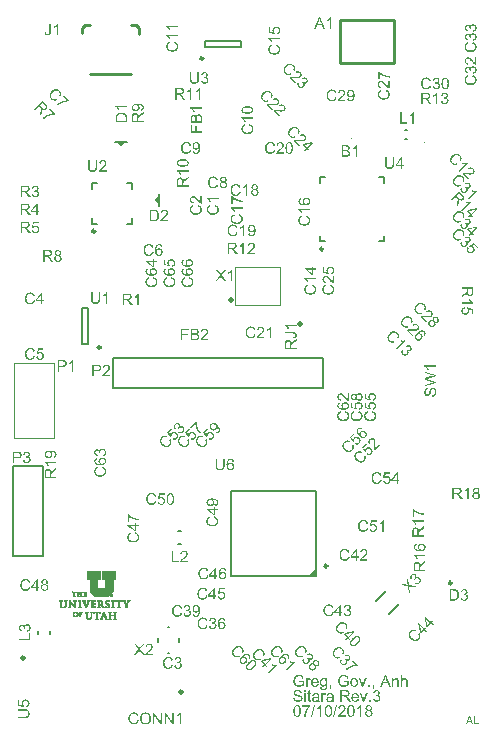
<source format=gto>
G04 Layer_Color=65535*
%FSLAX25Y25*%
%MOIN*%
G70*
G01*
G75*
%ADD55C,0.00800*%
%ADD63C,0.01000*%
%ADD74C,0.01968*%
%ADD85C,0.00984*%
%ADD86C,0.00394*%
%ADD87C,0.00100*%
%ADD88C,0.00787*%
%ADD89C,0.00098*%
%ADD90C,0.00591*%
G36*
X108099Y209165D02*
X108268Y209127D01*
X108272Y209123D01*
X108289D01*
X108314Y209115D01*
X108347Y209098D01*
X108384Y209086D01*
X108434Y209069D01*
X108487Y209040D01*
X108545Y209016D01*
X108607Y208987D01*
X108669Y208949D01*
X108810Y208867D01*
X108951Y208759D01*
X109091Y208635D01*
X109096Y208631D01*
X109108Y208618D01*
X109133Y208594D01*
X109158Y208561D01*
X109187Y208523D01*
X109224Y208478D01*
X109265Y208428D01*
X109307Y208370D01*
X109389Y208238D01*
X109468Y208085D01*
X109501Y208002D01*
X109530Y207915D01*
X109551Y207828D01*
X109567Y207737D01*
Y207729D01*
X109571Y207717D01*
Y207692D01*
X109575Y207655D01*
Y207613D01*
Y207555D01*
Y207498D01*
X109571Y207435D01*
X109563Y207361D01*
X109551Y207291D01*
X109534Y207208D01*
X109513Y207121D01*
X109488Y207038D01*
X109455Y206947D01*
X109373Y206765D01*
X108934Y207038D01*
X108938Y207043D01*
X108942Y207055D01*
X108955Y207076D01*
X108967Y207104D01*
X108980Y207142D01*
X108996Y207183D01*
X109029Y207274D01*
X109063Y207382D01*
X109087Y207506D01*
X109100Y207626D01*
X109091Y207750D01*
X109087Y207762D01*
X109079Y207804D01*
X109063Y207861D01*
X109038Y207944D01*
X109000Y208031D01*
X108942Y208130D01*
X108872Y208234D01*
X108777Y208337D01*
X108773Y208341D01*
X108765Y208350D01*
X108748Y208366D01*
X108723Y208383D01*
X108694Y208412D01*
X108661Y208436D01*
X108574Y208499D01*
X108475Y208565D01*
X108359Y208623D01*
X108235Y208672D01*
X108103Y208705D01*
X108099Y208710D01*
X108086Y208705D01*
X108041Y208710D01*
X107970Y208714D01*
X107879D01*
X107776Y208701D01*
X107660Y208685D01*
X107532Y208647D01*
X107404Y208594D01*
X107400Y208590D01*
X107387Y208585D01*
X107371Y208577D01*
X107346Y208561D01*
X107317Y208548D01*
X107284Y208523D01*
X107201Y208474D01*
X107106Y208412D01*
X107007Y208337D01*
X106903Y208250D01*
X106800Y208155D01*
X106796Y208151D01*
X106783Y208139D01*
X106767Y208122D01*
X106742Y208097D01*
X106717Y208064D01*
X106680Y208027D01*
X106647Y207986D01*
X106609Y207940D01*
X106527Y207833D01*
X106440Y207713D01*
X106361Y207584D01*
X106295Y207452D01*
X106291Y207448D01*
X106287Y207435D01*
X106283Y207415D01*
X106274Y207390D01*
X106246Y207320D01*
X106225Y207233D01*
X106204Y207121D01*
X106196Y207005D01*
Y206881D01*
X106217Y206753D01*
X106221Y206749D01*
Y206740D01*
X106225Y206720D01*
X106233Y206695D01*
X106262Y206633D01*
X106295Y206550D01*
X106341Y206463D01*
X106398Y206364D01*
X106469Y206261D01*
X106556Y206166D01*
X106560Y206161D01*
X106568Y206153D01*
X106585Y206136D01*
X106609Y206120D01*
X106634Y206095D01*
X106672Y206066D01*
X106754Y206008D01*
X106853Y205950D01*
X106974Y205897D01*
X107098Y205855D01*
X107238Y205830D01*
X107304D01*
X107383Y205835D01*
X107482Y205843D01*
X107602Y205872D01*
X107739Y205909D01*
X107888Y205975D01*
X108041Y206062D01*
X108310Y205611D01*
X108306Y205607D01*
X108285Y205595D01*
X108256Y205582D01*
X108214Y205557D01*
X108165Y205541D01*
X108103Y205512D01*
X108041Y205483D01*
X107966Y205458D01*
X107801Y205400D01*
X107615Y205363D01*
X107424Y205338D01*
X107325D01*
X107226Y205346D01*
X107218D01*
X107205Y205351D01*
X107176Y205355D01*
X107135Y205363D01*
X107089Y205375D01*
X107036Y205388D01*
X106978Y205404D01*
X106912Y205429D01*
X106841Y205458D01*
X106767Y205491D01*
X106684Y205533D01*
X106605Y205578D01*
X106440Y205686D01*
X106361Y205756D01*
X106279Y205830D01*
X106274Y205835D01*
X106258Y205851D01*
X106237Y205872D01*
X106208Y205909D01*
X106171Y205946D01*
X106134Y205992D01*
X106092Y206050D01*
X106047Y206103D01*
X105956Y206244D01*
X105865Y206393D01*
X105795Y206554D01*
X105762Y206637D01*
X105741Y206724D01*
Y206732D01*
X105737Y206745D01*
Y206769D01*
X105728Y206803D01*
X105720Y206893D01*
Y207009D01*
Y207150D01*
X105745Y207307D01*
X105778Y207481D01*
X105840Y207659D01*
X105844Y207663D01*
X105852Y207680D01*
X105861Y207704D01*
X105877Y207737D01*
X105898Y207783D01*
X105923Y207833D01*
X105952Y207886D01*
X105989Y207948D01*
X106026Y208010D01*
X106072Y208081D01*
X106171Y208230D01*
X106287Y208379D01*
X106428Y208527D01*
X106432Y208532D01*
X106448Y208548D01*
X106469Y208569D01*
X106502Y208594D01*
X106539Y208631D01*
X106589Y208672D01*
X106638Y208714D01*
X106701Y208759D01*
X106837Y208854D01*
X106986Y208953D01*
X107156Y209040D01*
X107329Y209107D01*
X107333Y209111D01*
X107350D01*
X107375Y209119D01*
X107412Y209131D01*
X107453Y209140D01*
X107503Y209148D01*
X107627Y209165D01*
X107768Y209181D01*
X107925D01*
X108099Y209165D01*
D02*
G37*
G36*
X110581Y206691D02*
X110605D01*
X110634Y206687D01*
X110672Y206674D01*
X110721Y206666D01*
X110771Y206649D01*
X110829Y206633D01*
X110887Y206608D01*
X110953Y206583D01*
X111023Y206546D01*
X111089Y206505D01*
X111238Y206405D01*
X111309Y206343D01*
X111383Y206277D01*
X111387Y206273D01*
X111400Y206261D01*
X111420Y206240D01*
X111445Y206207D01*
X111474Y206170D01*
X111507Y206128D01*
X111544Y206083D01*
X111577Y206025D01*
X111652Y205901D01*
X111718Y205760D01*
X111747Y205681D01*
X111768Y205603D01*
X111776Y205520D01*
X111784Y205437D01*
Y205429D01*
Y205421D01*
Y205396D01*
Y205363D01*
X111776Y205322D01*
X111772Y205276D01*
X111751Y205173D01*
X111714Y205053D01*
X111660Y204925D01*
X111586Y204792D01*
X111532Y204730D01*
X111478Y204668D01*
X111470Y204660D01*
X111449Y204639D01*
X111412Y204610D01*
X111367Y204573D01*
X111309Y204532D01*
X111242Y204490D01*
X111168Y204449D01*
X111085Y204416D01*
X111073Y204412D01*
X111044Y204399D01*
X110998Y204387D01*
X110932Y204370D01*
X110854Y204349D01*
X110758Y204329D01*
X110651Y204321D01*
X110531Y204308D01*
X110514D01*
X110469Y204304D01*
X110221D01*
X110142Y204308D01*
X110064Y204312D01*
X109973D01*
X109877Y204316D01*
X109770Y204325D01*
X109662Y204333D01*
X109538Y204341D01*
X109513D01*
X109484Y204345D01*
X109447Y204349D01*
X109356Y204358D01*
X109240Y204366D01*
X109120Y204370D01*
X108996Y204379D01*
X108893Y204383D01*
X108802D01*
X108781Y204379D01*
X108748D01*
X108703Y204374D01*
X108603Y204366D01*
X108492Y204345D01*
X109828Y203009D01*
X109509Y202691D01*
X107710Y204490D01*
X107714Y204494D01*
X107730Y204511D01*
X107755Y204536D01*
X107788Y204560D01*
X107826Y204590D01*
X107867Y204623D01*
X107921Y204651D01*
X107975Y204680D01*
X107979Y204685D01*
X107987D01*
X108020Y204701D01*
X108070Y204718D01*
X108144Y204743D01*
X108227Y204767D01*
X108330Y204788D01*
X108434Y204809D01*
X108554Y204821D01*
X108558Y204825D01*
X108570Y204821D01*
X108616Y204825D01*
X108686Y204829D01*
X108785D01*
X108905Y204825D01*
X109050Y204821D01*
X109220Y204809D01*
X109406Y204796D01*
X109414D01*
X109443Y204792D01*
X109480Y204788D01*
X109538D01*
X109604Y204780D01*
X109683Y204776D01*
X109853Y204763D01*
X110047Y204759D01*
X110241Y204755D01*
X110336Y204751D01*
X110423Y204755D01*
X110506Y204763D01*
X110581Y204771D01*
X110585Y204776D01*
X110597Y204771D01*
X110618Y204776D01*
X110643Y204784D01*
X110709Y204800D01*
X110792Y204825D01*
X110883Y204858D01*
X110974Y204900D01*
X111065Y204958D01*
X111143Y205020D01*
X111147Y205024D01*
X111151Y205028D01*
X111172Y205057D01*
X111205Y205098D01*
X111242Y205152D01*
X111275Y205226D01*
X111304Y205305D01*
X111329Y205396D01*
X111334Y205500D01*
X111329Y205512D01*
Y205545D01*
X111317Y205599D01*
X111304Y205669D01*
X111275Y205748D01*
X111234Y205830D01*
X111176Y205921D01*
X111098Y206008D01*
X111093Y206012D01*
X111085Y206021D01*
X111073Y206033D01*
X111052Y206046D01*
X111007Y206083D01*
X110945Y206128D01*
X110862Y206170D01*
X110771Y206211D01*
X110672Y206236D01*
X110564Y206244D01*
X110552Y206240D01*
X110519D01*
X110461Y206232D01*
X110390Y206211D01*
X110303Y206182D01*
X110217Y206136D01*
X110121Y206075D01*
X110022Y205992D01*
X109716Y206372D01*
X109720Y206377D01*
X109733Y206389D01*
X109757Y206405D01*
X109786Y206426D01*
X109828Y206451D01*
X109869Y206484D01*
X109977Y206542D01*
X110105Y206604D01*
X110246Y206654D01*
X110403Y206687D01*
X110477Y206695D01*
X110568D01*
X110581Y206691D01*
D02*
G37*
G36*
X119862Y156537D02*
X119892Y156526D01*
X119939Y156514D01*
X119985Y156490D01*
X120050Y156467D01*
X120114Y156444D01*
X120184Y156408D01*
X120342Y156332D01*
X120500Y156227D01*
X120652Y156110D01*
X120722Y156040D01*
X120787Y155964D01*
X120793Y155958D01*
X120799Y155946D01*
X120816Y155923D01*
X120839Y155888D01*
X120863Y155847D01*
X120892Y155800D01*
X120921Y155747D01*
X120950Y155683D01*
X120980Y155613D01*
X121009Y155537D01*
X121038Y155449D01*
X121062Y155361D01*
X121103Y155168D01*
X121108Y155063D01*
X121114Y154952D01*
Y154946D01*
Y154923D01*
Y154893D01*
X121108Y154847D01*
Y154794D01*
X121103Y154735D01*
X121091Y154665D01*
X121085Y154595D01*
X121050Y154431D01*
X121009Y154262D01*
X120945Y154098D01*
X120910Y154016D01*
X120863Y153940D01*
X120857Y153934D01*
X120851Y153922D01*
X120834Y153905D01*
X120816Y153875D01*
X120757Y153805D01*
X120676Y153723D01*
X120576Y153624D01*
X120448Y153530D01*
X120301Y153431D01*
X120132Y153349D01*
X120126D01*
X120108Y153343D01*
X120085Y153331D01*
X120050Y153320D01*
X120003Y153302D01*
X119950Y153285D01*
X119892Y153267D01*
X119822Y153250D01*
X119751Y153232D01*
X119669Y153214D01*
X119494Y153179D01*
X119307Y153156D01*
X119102Y153150D01*
X119044D01*
X119002Y153156D01*
X118950D01*
X118886Y153162D01*
X118821Y153168D01*
X118745Y153179D01*
X118581Y153208D01*
X118406Y153244D01*
X118225Y153302D01*
X118055Y153378D01*
X118049D01*
X118037Y153390D01*
X118014Y153402D01*
X117979Y153419D01*
X117944Y153443D01*
X117903Y153472D01*
X117803Y153548D01*
X117692Y153636D01*
X117581Y153747D01*
X117470Y153881D01*
X117376Y154027D01*
Y154033D01*
X117365Y154045D01*
X117353Y154069D01*
X117341Y154104D01*
X117324Y154139D01*
X117300Y154185D01*
X117283Y154244D01*
X117259Y154302D01*
X117236Y154367D01*
X117218Y154437D01*
X117177Y154595D01*
X117154Y154771D01*
X117142Y154958D01*
Y154964D01*
Y154981D01*
Y155016D01*
X117148Y155057D01*
X117154Y155104D01*
X117160Y155162D01*
X117166Y155227D01*
X117177Y155297D01*
X117212Y155449D01*
X117265Y155613D01*
X117300Y155695D01*
X117341Y155777D01*
X117388Y155853D01*
X117441Y155929D01*
X117446Y155935D01*
X117452Y155946D01*
X117470Y155964D01*
X117493Y155993D01*
X117523Y156022D01*
X117563Y156063D01*
X117604Y156104D01*
X117651Y156145D01*
X117710Y156192D01*
X117768Y156233D01*
X117838Y156280D01*
X117914Y156326D01*
X117991Y156368D01*
X118078Y156408D01*
X118265Y156479D01*
X118382Y155975D01*
X118377D01*
X118365Y155970D01*
X118342Y155964D01*
X118312Y155952D01*
X118277Y155935D01*
X118236Y155917D01*
X118148Y155876D01*
X118049Y155824D01*
X117944Y155753D01*
X117850Y155677D01*
X117768Y155584D01*
X117762Y155572D01*
X117739Y155537D01*
X117710Y155484D01*
X117669Y155408D01*
X117634Y155320D01*
X117604Y155209D01*
X117581Y155086D01*
X117575Y154946D01*
Y154940D01*
Y154928D01*
Y154905D01*
X117581Y154876D01*
Y154835D01*
X117587Y154794D01*
X117604Y154689D01*
X117628Y154572D01*
X117669Y154449D01*
X117721Y154326D01*
X117792Y154209D01*
Y154203D01*
X117803Y154197D01*
X117833Y154162D01*
X117879Y154109D01*
X117944Y154045D01*
X118026Y153981D01*
X118119Y153911D01*
X118236Y153846D01*
X118365Y153794D01*
X118371D01*
X118382Y153788D01*
X118400Y153782D01*
X118429Y153776D01*
X118458Y153764D01*
X118499Y153758D01*
X118593Y153735D01*
X118704Y153712D01*
X118827Y153694D01*
X118962Y153682D01*
X119102Y153676D01*
X119184D01*
X119225Y153682D01*
X119277D01*
X119330Y153688D01*
X119389Y153694D01*
X119523Y153712D01*
X119669Y153735D01*
X119816Y153770D01*
X119956Y153817D01*
X119962D01*
X119974Y153823D01*
X119991Y153834D01*
X120015Y153846D01*
X120085Y153875D01*
X120161Y153922D01*
X120254Y153987D01*
X120342Y154063D01*
X120430Y154150D01*
X120506Y154256D01*
Y154262D01*
X120512Y154267D01*
X120524Y154285D01*
X120535Y154308D01*
X120559Y154373D01*
X120594Y154455D01*
X120623Y154548D01*
X120652Y154659D01*
X120676Y154782D01*
X120681Y154911D01*
Y154917D01*
Y154928D01*
Y154952D01*
X120676Y154981D01*
Y155016D01*
X120670Y155063D01*
X120652Y155162D01*
X120623Y155274D01*
X120576Y155396D01*
X120518Y155513D01*
X120436Y155630D01*
X120430Y155636D01*
X120424Y155642D01*
X120389Y155677D01*
X120330Y155730D01*
X120254Y155794D01*
X120149Y155859D01*
X120026Y155929D01*
X119874Y155987D01*
X119704Y156034D01*
X119833Y156543D01*
X119839D01*
X119862Y156537D01*
D02*
G37*
G36*
X119839Y162498D02*
X119886Y162493D01*
X119939Y162487D01*
X119997Y162481D01*
X120061Y162469D01*
X120202Y162428D01*
X120348Y162375D01*
X120430Y162340D01*
X120506Y162299D01*
X120582Y162253D01*
X120652Y162200D01*
X120658Y162194D01*
X120670Y162182D01*
X120693Y162159D01*
X120722Y162130D01*
X120757Y162095D01*
X120799Y162048D01*
X120839Y161995D01*
X120880Y161931D01*
X120927Y161866D01*
X120968Y161791D01*
X121009Y161703D01*
X121044Y161615D01*
X121073Y161515D01*
X121097Y161416D01*
X121108Y161305D01*
X121114Y161188D01*
Y161182D01*
Y161164D01*
Y161135D01*
X121108Y161100D01*
X121103Y161059D01*
X121097Y161006D01*
X121091Y160948D01*
X121079Y160884D01*
X121044Y160749D01*
X120992Y160609D01*
X120956Y160539D01*
X120915Y160468D01*
X120875Y160398D01*
X120822Y160334D01*
X120816Y160328D01*
X120810Y160322D01*
X120793Y160304D01*
X120769Y160281D01*
X120740Y160258D01*
X120705Y160229D01*
X120664Y160199D01*
X120617Y160164D01*
X120506Y160100D01*
X120371Y160035D01*
X120219Y159989D01*
X120132Y159971D01*
X120044Y159959D01*
X120009Y160457D01*
X120026D01*
X120044Y160462D01*
X120067Y160468D01*
X120132Y160486D01*
X120213Y160509D01*
X120301Y160539D01*
X120389Y160585D01*
X120477Y160638D01*
X120553Y160708D01*
X120559Y160720D01*
X120582Y160743D01*
X120605Y160784D01*
X120641Y160843D01*
X120670Y160913D01*
X120699Y160995D01*
X120722Y161088D01*
X120728Y161188D01*
Y161194D01*
Y161205D01*
Y161223D01*
X120722Y161246D01*
X120717Y161311D01*
X120699Y161393D01*
X120664Y161480D01*
X120623Y161580D01*
X120559Y161673D01*
X120524Y161720D01*
X120477Y161767D01*
X120471D01*
X120465Y161779D01*
X120430Y161802D01*
X120371Y161843D01*
X120295Y161884D01*
X120196Y161925D01*
X120079Y161966D01*
X119944Y161989D01*
X119792Y162001D01*
X119751D01*
X119728Y161995D01*
X119693D01*
X119652Y161989D01*
X119558Y161972D01*
X119459Y161948D01*
X119353Y161907D01*
X119248Y161849D01*
X119155Y161773D01*
X119143Y161761D01*
X119120Y161732D01*
X119079Y161685D01*
X119038Y161615D01*
X118997Y161533D01*
X118956Y161428D01*
X118932Y161311D01*
X118921Y161182D01*
Y161170D01*
Y161141D01*
X118926Y161100D01*
X118932Y161042D01*
X118950Y160977D01*
X118967Y160907D01*
X118997Y160837D01*
X119032Y160767D01*
X119038Y160761D01*
X119049Y160737D01*
X119073Y160702D01*
X119102Y160661D01*
X119143Y160620D01*
X119190Y160574D01*
X119242Y160527D01*
X119301Y160486D01*
X119237Y160041D01*
X117265Y160416D01*
Y162323D01*
X117716D01*
Y160790D01*
X118751Y160580D01*
X118745Y160585D01*
X118739Y160597D01*
X118728Y160615D01*
X118710Y160638D01*
X118693Y160673D01*
X118675Y160708D01*
X118628Y160802D01*
X118581Y160907D01*
X118546Y161030D01*
X118517Y161164D01*
X118505Y161305D01*
Y161311D01*
Y161328D01*
Y161352D01*
X118511Y161387D01*
X118517Y161434D01*
X118523Y161480D01*
X118535Y161539D01*
X118546Y161597D01*
X118593Y161732D01*
X118616Y161802D01*
X118651Y161872D01*
X118693Y161948D01*
X118739Y162019D01*
X118792Y162089D01*
X118856Y162153D01*
X118862Y162159D01*
X118874Y162171D01*
X118891Y162188D01*
X118921Y162206D01*
X118956Y162235D01*
X118997Y162264D01*
X119044Y162294D01*
X119096Y162329D01*
X119160Y162364D01*
X119225Y162393D01*
X119301Y162422D01*
X119377Y162452D01*
X119465Y162469D01*
X119552Y162487D01*
X119652Y162498D01*
X119751Y162504D01*
X119804D01*
X119839Y162498D01*
D02*
G37*
G36*
X121050Y156912D02*
X120986D01*
X120945Y156917D01*
X120898Y156923D01*
X120845Y156929D01*
X120787Y156947D01*
X120728Y156964D01*
X120722D01*
X120717Y156970D01*
X120681Y156982D01*
X120635Y157005D01*
X120564Y157040D01*
X120488Y157081D01*
X120401Y157140D01*
X120313Y157198D01*
X120219Y157274D01*
X120213D01*
X120208Y157286D01*
X120173Y157315D01*
X120120Y157362D01*
X120050Y157432D01*
X119968Y157520D01*
X119868Y157625D01*
X119757Y157754D01*
X119634Y157894D01*
X119628Y157900D01*
X119611Y157924D01*
X119588Y157953D01*
X119547Y157994D01*
X119506Y158046D01*
X119453Y158105D01*
X119342Y158234D01*
X119207Y158374D01*
X119073Y158514D01*
X119008Y158585D01*
X118944Y158643D01*
X118880Y158696D01*
X118821Y158743D01*
X118815D01*
X118809Y158754D01*
X118792Y158766D01*
X118769Y158778D01*
X118710Y158813D01*
X118634Y158854D01*
X118546Y158895D01*
X118453Y158930D01*
X118347Y158953D01*
X118248Y158965D01*
X118236D01*
X118201Y158959D01*
X118148Y158953D01*
X118084Y158941D01*
X118008Y158912D01*
X117932Y158877D01*
X117850Y158830D01*
X117774Y158760D01*
X117768Y158748D01*
X117745Y158725D01*
X117716Y158678D01*
X117675Y158620D01*
X117640Y158544D01*
X117610Y158456D01*
X117587Y158351D01*
X117581Y158234D01*
Y158228D01*
Y158216D01*
Y158199D01*
X117587Y158175D01*
X117593Y158117D01*
X117604Y158041D01*
X117634Y157953D01*
X117669Y157859D01*
X117721Y157772D01*
X117792Y157690D01*
X117803Y157684D01*
X117827Y157660D01*
X117874Y157625D01*
X117938Y157590D01*
X118020Y157549D01*
X118113Y157520D01*
X118225Y157497D01*
X118353Y157485D01*
X118300Y156999D01*
X118277D01*
X118248Y157005D01*
X118213Y157011D01*
X118166Y157023D01*
X118113Y157028D01*
X117996Y157064D01*
X117862Y157110D01*
X117727Y157175D01*
X117593Y157263D01*
X117534Y157309D01*
X117476Y157368D01*
X117470Y157374D01*
X117464Y157385D01*
X117446Y157403D01*
X117429Y157426D01*
X117411Y157461D01*
X117382Y157502D01*
X117359Y157549D01*
X117329Y157602D01*
X117306Y157660D01*
X117277Y157725D01*
X117253Y157801D01*
X117236Y157877D01*
X117201Y158052D01*
X117195Y158146D01*
X117189Y158245D01*
Y158251D01*
Y158269D01*
Y158298D01*
X117195Y158339D01*
X117201Y158386D01*
X117207Y158438D01*
X117212Y158497D01*
X117230Y158561D01*
X117265Y158702D01*
X117318Y158848D01*
X117353Y158924D01*
X117394Y158994D01*
X117446Y159058D01*
X117499Y159123D01*
X117505Y159129D01*
X117511Y159134D01*
X117528Y159152D01*
X117552Y159176D01*
X117587Y159199D01*
X117622Y159228D01*
X117710Y159287D01*
X117821Y159345D01*
X117949Y159398D01*
X118096Y159439D01*
X118178Y159445D01*
X118260Y159450D01*
X118300D01*
X118347Y159445D01*
X118406Y159439D01*
X118476Y159427D01*
X118552Y159409D01*
X118634Y159386D01*
X118716Y159351D01*
X118728Y159345D01*
X118757Y159333D01*
X118798Y159310D01*
X118856Y159275D01*
X118926Y159234D01*
X119008Y159181D01*
X119090Y159111D01*
X119184Y159035D01*
X119196Y159023D01*
X119231Y158994D01*
X119283Y158941D01*
X119318Y158906D01*
X119359Y158865D01*
X119406Y158819D01*
X119459Y158760D01*
X119511Y158702D01*
X119576Y158637D01*
X119640Y158567D01*
X119710Y158485D01*
X119781Y158403D01*
X119862Y158310D01*
X119868Y158304D01*
X119880Y158292D01*
X119898Y158269D01*
X119921Y158239D01*
X119979Y158169D01*
X120055Y158081D01*
X120137Y157994D01*
X120219Y157900D01*
X120290Y157824D01*
X120319Y157795D01*
X120348Y157766D01*
X120354Y157760D01*
X120371Y157748D01*
X120395Y157725D01*
X120430Y157695D01*
X120506Y157631D01*
X120599Y157567D01*
Y159456D01*
X121050D01*
Y156912D01*
D02*
G37*
G36*
X113981Y203646D02*
X112223Y201888D01*
X112591Y201520D01*
X112285Y201214D01*
X111917Y201582D01*
X111267Y200933D01*
X110932Y201268D01*
X111582Y201917D01*
X110403Y203096D01*
X110709Y203402D01*
X113708Y203919D01*
X113981Y203646D01*
D02*
G37*
G36*
X99099Y221164D02*
X99268Y221127D01*
X99272Y221123D01*
X99289D01*
X99314Y221115D01*
X99347Y221098D01*
X99384Y221086D01*
X99434Y221069D01*
X99488Y221040D01*
X99545Y221016D01*
X99607Y220987D01*
X99669Y220949D01*
X99810Y220867D01*
X99951Y220759D01*
X100091Y220635D01*
X100096Y220631D01*
X100108Y220619D01*
X100133Y220594D01*
X100158Y220561D01*
X100187Y220523D01*
X100224Y220478D01*
X100265Y220428D01*
X100306Y220370D01*
X100389Y220238D01*
X100468Y220085D01*
X100501Y220002D01*
X100530Y219915D01*
X100551Y219828D01*
X100567Y219737D01*
Y219729D01*
X100571Y219717D01*
Y219692D01*
X100575Y219655D01*
Y219613D01*
Y219555D01*
Y219497D01*
X100571Y219435D01*
X100563Y219361D01*
X100551Y219291D01*
X100534Y219208D01*
X100513Y219121D01*
X100488Y219038D01*
X100455Y218947D01*
X100373Y218765D01*
X99934Y219038D01*
X99938Y219042D01*
X99942Y219055D01*
X99955Y219075D01*
X99967Y219105D01*
X99980Y219142D01*
X99996Y219183D01*
X100029Y219274D01*
X100063Y219382D01*
X100087Y219506D01*
X100100Y219626D01*
X100091Y219750D01*
X100087Y219762D01*
X100079Y219804D01*
X100063Y219862D01*
X100038Y219944D01*
X100000Y220031D01*
X99942Y220130D01*
X99872Y220234D01*
X99777Y220337D01*
X99773Y220341D01*
X99765Y220350D01*
X99748Y220366D01*
X99723Y220383D01*
X99694Y220412D01*
X99661Y220437D01*
X99574Y220498D01*
X99475Y220565D01*
X99359Y220623D01*
X99235Y220672D01*
X99103Y220705D01*
X99099Y220709D01*
X99086Y220705D01*
X99041Y220709D01*
X98970Y220714D01*
X98879D01*
X98776Y220701D01*
X98660Y220685D01*
X98532Y220647D01*
X98404Y220594D01*
X98400Y220589D01*
X98387Y220585D01*
X98371Y220577D01*
X98346Y220561D01*
X98317Y220548D01*
X98284Y220523D01*
X98201Y220474D01*
X98106Y220412D01*
X98007Y220337D01*
X97903Y220250D01*
X97800Y220155D01*
X97796Y220151D01*
X97783Y220139D01*
X97767Y220122D01*
X97742Y220097D01*
X97717Y220064D01*
X97680Y220027D01*
X97647Y219986D01*
X97610Y219940D01*
X97527Y219832D01*
X97440Y219713D01*
X97361Y219584D01*
X97295Y219452D01*
X97291Y219448D01*
X97287Y219435D01*
X97283Y219415D01*
X97274Y219390D01*
X97246Y219320D01*
X97225Y219233D01*
X97204Y219121D01*
X97196Y219005D01*
Y218881D01*
X97216Y218753D01*
X97221Y218749D01*
Y218741D01*
X97225Y218720D01*
X97233Y218695D01*
X97262Y218633D01*
X97295Y218550D01*
X97341Y218463D01*
X97399Y218364D01*
X97469Y218261D01*
X97556Y218165D01*
X97560Y218161D01*
X97568Y218153D01*
X97585Y218137D01*
X97610Y218120D01*
X97634Y218095D01*
X97672Y218066D01*
X97754Y218008D01*
X97853Y217950D01*
X97974Y217897D01*
X98098Y217855D01*
X98238Y217830D01*
X98304D01*
X98383Y217835D01*
X98482Y217843D01*
X98602Y217872D01*
X98739Y217909D01*
X98888Y217975D01*
X99041Y218062D01*
X99310Y217611D01*
X99305Y217607D01*
X99285Y217595D01*
X99256Y217582D01*
X99215Y217557D01*
X99165Y217541D01*
X99103Y217512D01*
X99041Y217483D01*
X98966Y217458D01*
X98801Y217400D01*
X98615Y217363D01*
X98424Y217338D01*
X98325D01*
X98226Y217347D01*
X98218D01*
X98205Y217351D01*
X98176Y217355D01*
X98135Y217363D01*
X98089Y217375D01*
X98036Y217388D01*
X97978Y217404D01*
X97912Y217429D01*
X97841Y217458D01*
X97767Y217491D01*
X97684Y217533D01*
X97605Y217578D01*
X97440Y217686D01*
X97361Y217756D01*
X97279Y217830D01*
X97274Y217835D01*
X97258Y217851D01*
X97237Y217872D01*
X97208Y217909D01*
X97171Y217946D01*
X97134Y217992D01*
X97092Y218050D01*
X97047Y218104D01*
X96956Y218244D01*
X96865Y218393D01*
X96795Y218554D01*
X96762Y218637D01*
X96741Y218724D01*
Y218732D01*
X96737Y218745D01*
Y218769D01*
X96728Y218802D01*
X96720Y218894D01*
Y219009D01*
Y219150D01*
X96745Y219307D01*
X96778Y219481D01*
X96840Y219659D01*
X96844Y219663D01*
X96852Y219679D01*
X96861Y219704D01*
X96877Y219737D01*
X96898Y219783D01*
X96923Y219832D01*
X96952Y219886D01*
X96989Y219948D01*
X97026Y220010D01*
X97072Y220081D01*
X97171Y220230D01*
X97287Y220379D01*
X97427Y220528D01*
X97432Y220532D01*
X97448Y220548D01*
X97469Y220569D01*
X97502Y220594D01*
X97539Y220631D01*
X97589Y220672D01*
X97638Y220714D01*
X97701Y220759D01*
X97837Y220854D01*
X97986Y220953D01*
X98155Y221040D01*
X98329Y221107D01*
X98333Y221111D01*
X98350D01*
X98375Y221119D01*
X98412Y221131D01*
X98453Y221140D01*
X98503Y221148D01*
X98627Y221164D01*
X98768Y221181D01*
X98925D01*
X99099Y221164D01*
D02*
G37*
G36*
X101581Y218691D02*
X101605D01*
X101634Y218687D01*
X101672Y218674D01*
X101721Y218666D01*
X101771Y218650D01*
X101829Y218633D01*
X101887Y218608D01*
X101953Y218583D01*
X102023Y218546D01*
X102089Y218505D01*
X102238Y218405D01*
X102309Y218343D01*
X102383Y218277D01*
X102387Y218273D01*
X102400Y218261D01*
X102420Y218240D01*
X102445Y218207D01*
X102474Y218170D01*
X102507Y218128D01*
X102544Y218083D01*
X102577Y218025D01*
X102652Y217901D01*
X102718Y217760D01*
X102747Y217682D01*
X102768Y217603D01*
X102776Y217520D01*
X102784Y217438D01*
Y217429D01*
Y217421D01*
Y217396D01*
Y217363D01*
X102776Y217322D01*
X102772Y217276D01*
X102751Y217173D01*
X102714Y217053D01*
X102660Y216925D01*
X102586Y216792D01*
X102532Y216730D01*
X102478Y216668D01*
X102470Y216660D01*
X102449Y216639D01*
X102412Y216610D01*
X102366Y216573D01*
X102309Y216532D01*
X102242Y216490D01*
X102168Y216449D01*
X102085Y216416D01*
X102073Y216412D01*
X102044Y216399D01*
X101998Y216387D01*
X101932Y216370D01*
X101854Y216350D01*
X101759Y216329D01*
X101651Y216321D01*
X101531Y216308D01*
X101514D01*
X101469Y216304D01*
X101221D01*
X101142Y216308D01*
X101064Y216312D01*
X100972D01*
X100877Y216316D01*
X100770Y216325D01*
X100662Y216333D01*
X100538Y216341D01*
X100513D01*
X100484Y216345D01*
X100447Y216350D01*
X100356Y216358D01*
X100240Y216366D01*
X100120Y216370D01*
X99996Y216378D01*
X99893Y216383D01*
X99802D01*
X99781Y216378D01*
X99748D01*
X99703Y216374D01*
X99603Y216366D01*
X99492Y216345D01*
X100828Y215009D01*
X100509Y214691D01*
X98710Y216490D01*
X98714Y216494D01*
X98730Y216511D01*
X98755Y216536D01*
X98788Y216561D01*
X98826Y216589D01*
X98867Y216623D01*
X98921Y216652D01*
X98975Y216681D01*
X98979Y216685D01*
X98987D01*
X99020Y216701D01*
X99070Y216718D01*
X99144Y216742D01*
X99227Y216767D01*
X99330Y216788D01*
X99434Y216809D01*
X99554Y216821D01*
X99558Y216825D01*
X99570Y216821D01*
X99616Y216825D01*
X99686Y216829D01*
X99785D01*
X99905Y216825D01*
X100050Y216821D01*
X100220Y216809D01*
X100406Y216796D01*
X100414D01*
X100443Y216792D01*
X100480Y216788D01*
X100538D01*
X100604Y216780D01*
X100683Y216776D01*
X100853Y216763D01*
X101047Y216759D01*
X101241Y216755D01*
X101337Y216751D01*
X101423Y216755D01*
X101506Y216763D01*
X101581Y216772D01*
X101585Y216776D01*
X101597Y216772D01*
X101618Y216776D01*
X101643Y216784D01*
X101709Y216800D01*
X101792Y216825D01*
X101883Y216858D01*
X101974Y216900D01*
X102065Y216958D01*
X102143Y217020D01*
X102147Y217024D01*
X102151Y217028D01*
X102172Y217057D01*
X102205Y217098D01*
X102242Y217152D01*
X102276Y217227D01*
X102304Y217305D01*
X102329Y217396D01*
X102333Y217499D01*
X102329Y217512D01*
Y217545D01*
X102317Y217599D01*
X102304Y217669D01*
X102276Y217748D01*
X102234Y217830D01*
X102176Y217921D01*
X102098Y218008D01*
X102094Y218012D01*
X102085Y218021D01*
X102073Y218033D01*
X102052Y218045D01*
X102007Y218083D01*
X101945Y218128D01*
X101862Y218170D01*
X101771Y218211D01*
X101672Y218236D01*
X101564Y218244D01*
X101552Y218240D01*
X101519D01*
X101461Y218232D01*
X101390Y218211D01*
X101303Y218182D01*
X101217Y218137D01*
X101121Y218074D01*
X101022Y217992D01*
X100716Y218372D01*
X100720Y218376D01*
X100733Y218389D01*
X100757Y218405D01*
X100786Y218426D01*
X100828Y218451D01*
X100869Y218484D01*
X100977Y218542D01*
X101105Y218604D01*
X101245Y218654D01*
X101403Y218687D01*
X101477Y218695D01*
X101568D01*
X101581Y218691D01*
D02*
G37*
G36*
X111256Y225565D02*
X111290Y225556D01*
X111323Y225548D01*
X111364Y225540D01*
X111463Y225515D01*
X111575Y225469D01*
X111699Y225403D01*
X111823Y225321D01*
X111889Y225271D01*
X111947Y225213D01*
X111951Y225209D01*
X111955Y225205D01*
X111968Y225192D01*
X111985Y225176D01*
X112022Y225130D01*
X112067Y225068D01*
X112117Y224994D01*
X112171Y224907D01*
X112216Y224812D01*
X112253Y224708D01*
X112258Y224704D01*
Y224696D01*
X112270Y224659D01*
X112282Y224605D01*
X112295Y224535D01*
X112303Y224452D01*
X112307Y224357D01*
X112299Y224257D01*
X112282Y224158D01*
X112278Y224146D01*
X112270Y224113D01*
X112253Y224063D01*
X112229Y224005D01*
X112191Y223935D01*
X112150Y223860D01*
X112100Y223786D01*
X112034Y223711D01*
X112026Y223703D01*
X112005Y223682D01*
X111968Y223654D01*
X111918Y223620D01*
X111856Y223583D01*
X111786Y223546D01*
X111707Y223509D01*
X111620Y223488D01*
X111608Y223484D01*
X111579Y223480D01*
X111529D01*
X111467Y223476D01*
X111389Y223480D01*
X111306Y223488D01*
X111207Y223505D01*
X111108Y223538D01*
X111112Y223534D01*
X111116Y223521D01*
X111128Y223509D01*
X111136Y223484D01*
X111165Y223430D01*
X111194Y223352D01*
X111223Y223265D01*
X111244Y223161D01*
X111256Y223050D01*
X111248Y222934D01*
X111244Y222921D01*
X111236Y222880D01*
X111219Y222822D01*
X111198Y222744D01*
X111161Y222657D01*
X111108Y222562D01*
X111037Y222458D01*
X110946Y222359D01*
X110942Y222355D01*
X110930Y222342D01*
X110913Y222326D01*
X110884Y222305D01*
X110847Y222276D01*
X110810Y222247D01*
X110760Y222214D01*
X110706Y222185D01*
X110582Y222119D01*
X110508Y222086D01*
X110429Y222065D01*
X110351Y222044D01*
X110268Y222028D01*
X110177Y222020D01*
X110082Y222016D01*
X110057D01*
X110036Y222020D01*
X109999Y222024D01*
X109953Y222028D01*
X109900Y222040D01*
X109842Y222057D01*
X109784Y222073D01*
X109713Y222094D01*
X109643Y222123D01*
X109569Y222156D01*
X109490Y222193D01*
X109412Y222239D01*
X109337Y222297D01*
X109258Y222359D01*
X109184Y222425D01*
X109180Y222429D01*
X109168Y222442D01*
X109151Y222458D01*
X109130Y222487D01*
X109101Y222524D01*
X109072Y222562D01*
X109035Y222607D01*
X109002Y222657D01*
X108932Y222777D01*
X108874Y222917D01*
X108845Y222988D01*
X108828Y223062D01*
X108812Y223145D01*
X108803Y223228D01*
Y223236D01*
Y223244D01*
Y223269D01*
Y223302D01*
X108812Y223343D01*
X108816Y223389D01*
X108820Y223443D01*
X108832Y223496D01*
X108865Y223629D01*
X108919Y223765D01*
X108990Y223910D01*
X109035Y223980D01*
X109089Y224051D01*
X109469Y223761D01*
X109465Y223757D01*
X109461Y223745D01*
X109445Y223728D01*
X109436Y223703D01*
X109399Y223641D01*
X109358Y223558D01*
X109316Y223467D01*
X109279Y223364D01*
X109258Y223261D01*
X109250Y223161D01*
X109254Y223149D01*
Y223116D01*
X109267Y223070D01*
X109283Y223004D01*
X109308Y222938D01*
X109345Y222859D01*
X109395Y222777D01*
X109461Y222702D01*
X109465Y222698D01*
X109474Y222690D01*
X109486Y222677D01*
X109507Y222665D01*
X109552Y222628D01*
X109618Y222586D01*
X109705Y222541D01*
X109796Y222499D01*
X109904Y222475D01*
X110020Y222466D01*
X110036D01*
X110073Y222470D01*
X110131Y222479D01*
X110214Y222495D01*
X110301Y222524D01*
X110396Y222570D01*
X110491Y222632D01*
X110586Y222710D01*
X110591Y222714D01*
X110595Y222719D01*
X110607Y222731D01*
X110619Y222752D01*
X110657Y222797D01*
X110698Y222864D01*
X110739Y222938D01*
X110777Y223033D01*
X110801Y223132D01*
X110810Y223240D01*
Y223256D01*
Y223289D01*
X110797Y223343D01*
X110781Y223418D01*
X110756Y223500D01*
X110710Y223587D01*
X110657Y223674D01*
X110582Y223765D01*
X110578Y223769D01*
X110566Y223782D01*
X110545Y223802D01*
X110512Y223827D01*
X110475Y223856D01*
X110429Y223893D01*
X110375Y223931D01*
X110313Y223968D01*
X110644Y224224D01*
X110648Y224220D01*
X110665Y224204D01*
X110677Y224183D01*
X110694Y224166D01*
X110698Y224162D01*
X110702Y224158D01*
X110715Y224146D01*
X110731Y224129D01*
X110773Y224096D01*
X110835Y224051D01*
X110905Y224005D01*
X110988Y223964D01*
X111079Y223922D01*
X111182Y223893D01*
X111194Y223889D01*
X111232Y223885D01*
X111285Y223889D01*
X111356Y223893D01*
X111434Y223906D01*
X111517Y223939D01*
X111608Y223989D01*
X111699Y224063D01*
X111703Y224067D01*
X111707Y224071D01*
X111728Y224092D01*
X111753Y224133D01*
X111790Y224187D01*
X111823Y224245D01*
X111848Y224320D01*
X111873Y224402D01*
X111877Y224489D01*
Y224497D01*
Y224531D01*
X111869Y224580D01*
X111852Y224638D01*
X111831Y224708D01*
X111794Y224779D01*
X111749Y224857D01*
X111682Y224932D01*
X111678Y224936D01*
X111674Y224940D01*
X111649Y224965D01*
X111604Y224994D01*
X111554Y225027D01*
X111488Y225068D01*
X111409Y225097D01*
X111327Y225122D01*
X111232Y225134D01*
X111190D01*
X111141Y225126D01*
X111074Y225110D01*
X110996Y225089D01*
X110909Y225052D01*
X110810Y225002D01*
X110706Y224932D01*
X110429Y225325D01*
X110433Y225329D01*
X110450Y225337D01*
X110470Y225349D01*
X110495Y225366D01*
X110532Y225387D01*
X110574Y225412D01*
X110677Y225457D01*
X110793Y225507D01*
X110930Y225544D01*
X111070Y225569D01*
X111236D01*
X111256Y225565D01*
D02*
G37*
G36*
X106599Y230165D02*
X106768Y230127D01*
X106772Y230123D01*
X106789D01*
X106814Y230115D01*
X106847Y230098D01*
X106884Y230086D01*
X106934Y230069D01*
X106988Y230040D01*
X107045Y230016D01*
X107107Y229987D01*
X107169Y229949D01*
X107310Y229867D01*
X107451Y229759D01*
X107591Y229635D01*
X107596Y229631D01*
X107608Y229619D01*
X107633Y229594D01*
X107658Y229561D01*
X107687Y229523D01*
X107724Y229478D01*
X107765Y229428D01*
X107807Y229370D01*
X107889Y229238D01*
X107968Y229085D01*
X108001Y229002D01*
X108030Y228915D01*
X108051Y228828D01*
X108067Y228737D01*
Y228729D01*
X108071Y228717D01*
Y228692D01*
X108075Y228655D01*
Y228613D01*
Y228555D01*
Y228498D01*
X108071Y228435D01*
X108063Y228361D01*
X108051Y228291D01*
X108034Y228208D01*
X108013Y228121D01*
X107989Y228038D01*
X107955Y227947D01*
X107873Y227765D01*
X107434Y228038D01*
X107438Y228043D01*
X107442Y228055D01*
X107455Y228076D01*
X107467Y228104D01*
X107480Y228142D01*
X107496Y228183D01*
X107529Y228274D01*
X107562Y228382D01*
X107587Y228506D01*
X107600Y228626D01*
X107591Y228750D01*
X107587Y228762D01*
X107579Y228804D01*
X107562Y228861D01*
X107538Y228944D01*
X107500Y229031D01*
X107442Y229130D01*
X107372Y229234D01*
X107277Y229337D01*
X107273Y229341D01*
X107265Y229350D01*
X107248Y229366D01*
X107223Y229383D01*
X107194Y229412D01*
X107161Y229436D01*
X107074Y229499D01*
X106975Y229565D01*
X106859Y229623D01*
X106735Y229672D01*
X106603Y229705D01*
X106599Y229710D01*
X106586Y229705D01*
X106541Y229710D01*
X106470Y229714D01*
X106379D01*
X106276Y229701D01*
X106160Y229685D01*
X106032Y229647D01*
X105904Y229594D01*
X105900Y229590D01*
X105887Y229585D01*
X105871Y229577D01*
X105846Y229561D01*
X105817Y229548D01*
X105784Y229523D01*
X105701Y229474D01*
X105606Y229412D01*
X105507Y229337D01*
X105403Y229250D01*
X105300Y229155D01*
X105296Y229151D01*
X105283Y229139D01*
X105267Y229122D01*
X105242Y229097D01*
X105217Y229064D01*
X105180Y229027D01*
X105147Y228986D01*
X105110Y228940D01*
X105027Y228833D01*
X104940Y228713D01*
X104861Y228584D01*
X104795Y228452D01*
X104791Y228448D01*
X104787Y228435D01*
X104783Y228415D01*
X104774Y228390D01*
X104745Y228320D01*
X104725Y228233D01*
X104704Y228121D01*
X104696Y228005D01*
Y227881D01*
X104717Y227753D01*
X104721Y227749D01*
Y227741D01*
X104725Y227720D01*
X104733Y227695D01*
X104762Y227633D01*
X104795Y227550D01*
X104841Y227463D01*
X104899Y227364D01*
X104969Y227261D01*
X105056Y227166D01*
X105060Y227161D01*
X105068Y227153D01*
X105085Y227136D01*
X105110Y227120D01*
X105134Y227095D01*
X105172Y227066D01*
X105254Y227008D01*
X105353Y226950D01*
X105473Y226897D01*
X105598Y226855D01*
X105738Y226830D01*
X105804D01*
X105883Y226835D01*
X105982Y226843D01*
X106102Y226872D01*
X106239Y226909D01*
X106388Y226975D01*
X106541Y227062D01*
X106810Y226611D01*
X106806Y226607D01*
X106785Y226595D01*
X106756Y226582D01*
X106714Y226557D01*
X106665Y226541D01*
X106603Y226512D01*
X106541Y226483D01*
X106466Y226458D01*
X106301Y226400D01*
X106115Y226363D01*
X105924Y226338D01*
X105825D01*
X105726Y226346D01*
X105718D01*
X105705Y226351D01*
X105676Y226355D01*
X105635Y226363D01*
X105589Y226375D01*
X105536Y226388D01*
X105478Y226404D01*
X105412Y226429D01*
X105341Y226458D01*
X105267Y226491D01*
X105184Y226533D01*
X105105Y226578D01*
X104940Y226686D01*
X104861Y226756D01*
X104779Y226830D01*
X104774Y226835D01*
X104758Y226851D01*
X104737Y226872D01*
X104708Y226909D01*
X104671Y226946D01*
X104634Y226992D01*
X104592Y227050D01*
X104547Y227103D01*
X104456Y227244D01*
X104365Y227393D01*
X104295Y227554D01*
X104262Y227637D01*
X104241Y227724D01*
Y227732D01*
X104237Y227745D01*
Y227769D01*
X104228Y227802D01*
X104220Y227893D01*
Y228009D01*
Y228150D01*
X104245Y228307D01*
X104278Y228481D01*
X104340Y228659D01*
X104344Y228663D01*
X104352Y228679D01*
X104361Y228704D01*
X104377Y228737D01*
X104398Y228783D01*
X104423Y228833D01*
X104452Y228886D01*
X104489Y228948D01*
X104526Y229010D01*
X104572Y229081D01*
X104671Y229230D01*
X104787Y229379D01*
X104928Y229527D01*
X104932Y229532D01*
X104948Y229548D01*
X104969Y229569D01*
X105002Y229594D01*
X105039Y229631D01*
X105089Y229672D01*
X105138Y229714D01*
X105201Y229759D01*
X105337Y229854D01*
X105486Y229954D01*
X105656Y230040D01*
X105829Y230107D01*
X105833Y230111D01*
X105850D01*
X105875Y230119D01*
X105912Y230131D01*
X105953Y230140D01*
X106003Y230148D01*
X106127Y230165D01*
X106268Y230181D01*
X106425D01*
X106599Y230165D01*
D02*
G37*
G36*
X109081Y227691D02*
X109105D01*
X109134Y227687D01*
X109172Y227674D01*
X109221Y227666D01*
X109271Y227649D01*
X109329Y227633D01*
X109387Y227608D01*
X109453Y227583D01*
X109523Y227546D01*
X109589Y227505D01*
X109738Y227405D01*
X109809Y227343D01*
X109883Y227277D01*
X109887Y227273D01*
X109900Y227261D01*
X109920Y227240D01*
X109945Y227207D01*
X109974Y227170D01*
X110007Y227128D01*
X110044Y227083D01*
X110078Y227025D01*
X110152Y226901D01*
X110218Y226760D01*
X110247Y226681D01*
X110268Y226603D01*
X110276Y226520D01*
X110284Y226437D01*
Y226429D01*
Y226421D01*
Y226396D01*
Y226363D01*
X110276Y226322D01*
X110272Y226276D01*
X110251Y226173D01*
X110214Y226053D01*
X110160Y225924D01*
X110086Y225792D01*
X110032Y225730D01*
X109978Y225668D01*
X109970Y225660D01*
X109949Y225639D01*
X109912Y225610D01*
X109867Y225573D01*
X109809Y225532D01*
X109742Y225490D01*
X109668Y225449D01*
X109585Y225416D01*
X109573Y225412D01*
X109544Y225399D01*
X109498Y225387D01*
X109432Y225370D01*
X109354Y225349D01*
X109258Y225329D01*
X109151Y225321D01*
X109031Y225308D01*
X109014D01*
X108969Y225304D01*
X108721D01*
X108642Y225308D01*
X108563Y225312D01*
X108473D01*
X108377Y225316D01*
X108270Y225325D01*
X108162Y225333D01*
X108038Y225341D01*
X108013D01*
X107984Y225345D01*
X107947Y225349D01*
X107856Y225358D01*
X107740Y225366D01*
X107620Y225370D01*
X107496Y225378D01*
X107393Y225383D01*
X107302D01*
X107281Y225378D01*
X107248D01*
X107203Y225374D01*
X107103Y225366D01*
X106992Y225345D01*
X108328Y224009D01*
X108009Y223691D01*
X106210Y225490D01*
X106214Y225494D01*
X106230Y225511D01*
X106255Y225536D01*
X106288Y225560D01*
X106326Y225589D01*
X106367Y225623D01*
X106421Y225652D01*
X106475Y225680D01*
X106479Y225685D01*
X106487D01*
X106520Y225701D01*
X106570Y225718D01*
X106644Y225743D01*
X106727Y225767D01*
X106830Y225788D01*
X106934Y225809D01*
X107054Y225821D01*
X107058Y225825D01*
X107070Y225821D01*
X107116Y225825D01*
X107186Y225829D01*
X107285D01*
X107405Y225825D01*
X107550Y225821D01*
X107720Y225809D01*
X107906Y225796D01*
X107914D01*
X107943Y225792D01*
X107980Y225788D01*
X108038D01*
X108104Y225780D01*
X108183Y225776D01*
X108353Y225763D01*
X108547Y225759D01*
X108741Y225755D01*
X108836Y225751D01*
X108923Y225755D01*
X109006Y225763D01*
X109081Y225771D01*
X109085Y225776D01*
X109097Y225771D01*
X109118Y225776D01*
X109143Y225784D01*
X109209Y225800D01*
X109292Y225825D01*
X109383Y225858D01*
X109474Y225900D01*
X109565Y225958D01*
X109643Y226020D01*
X109647Y226024D01*
X109651Y226028D01*
X109672Y226057D01*
X109705Y226098D01*
X109742Y226152D01*
X109775Y226226D01*
X109804Y226305D01*
X109829Y226396D01*
X109834Y226500D01*
X109829Y226512D01*
Y226545D01*
X109817Y226599D01*
X109804Y226669D01*
X109775Y226748D01*
X109734Y226830D01*
X109676Y226921D01*
X109598Y227008D01*
X109593Y227012D01*
X109585Y227021D01*
X109573Y227033D01*
X109552Y227045D01*
X109507Y227083D01*
X109445Y227128D01*
X109362Y227170D01*
X109271Y227211D01*
X109172Y227236D01*
X109064Y227244D01*
X109052Y227240D01*
X109019D01*
X108961Y227232D01*
X108890Y227211D01*
X108803Y227182D01*
X108717Y227136D01*
X108621Y227075D01*
X108522Y226992D01*
X108216Y227372D01*
X108220Y227377D01*
X108233Y227389D01*
X108257Y227405D01*
X108286Y227426D01*
X108328Y227451D01*
X108369Y227484D01*
X108477Y227542D01*
X108605Y227604D01*
X108746Y227654D01*
X108903Y227687D01*
X108977Y227695D01*
X109068D01*
X109081Y227691D01*
D02*
G37*
G36*
X150350Y141277D02*
X150404Y141273D01*
X150470Y141265D01*
X150540Y141253D01*
X150615Y141236D01*
X150698Y141211D01*
X150776Y141182D01*
X150863Y141145D01*
X150950Y141100D01*
X151037Y141046D01*
X151119Y140980D01*
X151202Y140905D01*
X151206Y140901D01*
X151215Y140893D01*
X151231Y140876D01*
X151252Y140847D01*
X151277Y140822D01*
X151306Y140785D01*
X151368Y140698D01*
X151426Y140591D01*
X151479Y140471D01*
X151525Y140342D01*
X151537Y140272D01*
X151546Y140198D01*
X151550Y140194D01*
X151546Y140181D01*
Y140131D01*
X151537Y140057D01*
X151525Y139962D01*
X151500Y139846D01*
X151454Y139726D01*
X151392Y139590D01*
X151301Y139457D01*
X150946Y139763D01*
X150950Y139768D01*
X150954Y139772D01*
X150970Y139805D01*
X150991Y139850D01*
X151020Y139904D01*
X151074Y140041D01*
X151091Y140107D01*
X151099Y140173D01*
X151103Y140185D01*
X151099Y140223D01*
X151091Y140272D01*
X151082Y140338D01*
X151057Y140413D01*
X151024Y140496D01*
X150975Y140578D01*
X150908Y140653D01*
X150900Y140661D01*
X150880Y140682D01*
X150846Y140707D01*
X150801Y140735D01*
X150747Y140773D01*
X150681Y140806D01*
X150611Y140826D01*
X150532Y140847D01*
X150520Y140851D01*
X150429D01*
X150358Y140847D01*
X150271Y140843D01*
X150172Y140826D01*
X150060Y140797D01*
X149945Y140756D01*
X149941Y140752D01*
X149932D01*
X149911Y140740D01*
X149891Y140727D01*
X149862Y140715D01*
X149825Y140694D01*
X149783Y140669D01*
X149738Y140640D01*
X149688Y140607D01*
X149634Y140570D01*
X149572Y140524D01*
X149510Y140479D01*
X149444Y140421D01*
X149374Y140359D01*
X149299Y140293D01*
X149225Y140218D01*
X149229Y140223D01*
X149237D01*
X149275Y140227D01*
X149332Y140235D01*
X149411Y140239D01*
X149498Y140243D01*
X149593Y140239D01*
X149692Y140223D01*
X149792Y140198D01*
X149804Y140194D01*
X149833Y140181D01*
X149887Y140161D01*
X149949Y140131D01*
X150019Y140094D01*
X150098Y140049D01*
X150172Y139991D01*
X150247Y139925D01*
X150251Y139921D01*
X150263Y139908D01*
X150280Y139892D01*
X150300Y139863D01*
X150325Y139830D01*
X150354Y139792D01*
X150416Y139697D01*
X150470Y139577D01*
X150503Y139511D01*
X150524Y139441D01*
X150544Y139362D01*
X150561Y139279D01*
X150569Y139197D01*
Y139106D01*
Y139097D01*
X150565Y139085D01*
Y139060D01*
X150561Y139023D01*
X150553Y138982D01*
X150544Y138932D01*
X150532Y138878D01*
X150520Y138816D01*
X150495Y138750D01*
X150470Y138684D01*
X150437Y138609D01*
X150400Y138539D01*
X150354Y138460D01*
X150304Y138386D01*
X150238Y138311D01*
X150172Y138237D01*
X150168Y138233D01*
X150160Y138225D01*
X150147Y138212D01*
X150131Y138196D01*
X150102Y138175D01*
X150077Y138150D01*
X150003Y138092D01*
X149916Y138038D01*
X149816Y137972D01*
X149705Y137918D01*
X149585Y137873D01*
X149581Y137869D01*
X149572D01*
X149552Y137865D01*
X149527Y137856D01*
X149465Y137844D01*
X149382Y137828D01*
X149283Y137819D01*
X149175D01*
X149064Y137823D01*
X148944Y137844D01*
X148931Y137848D01*
X148894Y137861D01*
X148832Y137881D01*
X148762Y137910D01*
X148675Y137956D01*
X148580Y138010D01*
X148484Y138080D01*
X148393Y138163D01*
X148389Y138167D01*
X148377Y138179D01*
X148356Y138208D01*
X148327Y138237D01*
X148298Y138274D01*
X148265Y138324D01*
X148228Y138378D01*
X148191Y138440D01*
X148153Y138510D01*
X148116Y138589D01*
X148087Y138667D01*
X148058Y138754D01*
X148038Y138849D01*
X148021Y138949D01*
X148013Y139048D01*
X148017Y139151D01*
Y139159D01*
X148021Y139180D01*
X148025Y139209D01*
X148033Y139251D01*
X148046Y139304D01*
X148067Y139366D01*
X148091Y139441D01*
X148129Y139519D01*
X148170Y139610D01*
X148220Y139710D01*
X148282Y139813D01*
X148352Y139925D01*
X148435Y140041D01*
X148534Y140165D01*
X148642Y140289D01*
X148766Y140421D01*
X148770Y140425D01*
X148774Y140429D01*
X148786Y140442D01*
X148799Y140454D01*
X148840Y140496D01*
X148898Y140545D01*
X148968Y140607D01*
X149051Y140673D01*
X149142Y140748D01*
X149241Y140822D01*
X149349Y140905D01*
X149465Y140980D01*
X149585Y141050D01*
X149705Y141112D01*
X149833Y141174D01*
X149953Y141219D01*
X150081Y141257D01*
X150201Y141277D01*
X150226D01*
X150255Y141281D01*
X150296D01*
X150350Y141277D01*
D02*
G37*
G36*
X150246Y150464D02*
X150416Y150427D01*
X150420Y150423D01*
X150436D01*
X150461Y150415D01*
X150494Y150398D01*
X150531Y150385D01*
X150581Y150369D01*
X150635Y150340D01*
X150693Y150315D01*
X150755Y150286D01*
X150817Y150249D01*
X150958Y150166D01*
X151098Y150059D01*
X151239Y149935D01*
X151243Y149931D01*
X151255Y149918D01*
X151280Y149893D01*
X151305Y149860D01*
X151334Y149823D01*
X151371Y149777D01*
X151412Y149728D01*
X151454Y149670D01*
X151537Y149538D01*
X151615Y149384D01*
X151648Y149302D01*
X151677Y149215D01*
X151698Y149128D01*
X151715Y149037D01*
Y149029D01*
X151719Y149016D01*
Y148992D01*
X151723Y148954D01*
Y148913D01*
Y148855D01*
Y148797D01*
X151719Y148735D01*
X151710Y148661D01*
X151698Y148590D01*
X151681Y148507D01*
X151661Y148421D01*
X151636Y148338D01*
X151603Y148247D01*
X151520Y148065D01*
X151082Y148338D01*
X151086Y148342D01*
X151090Y148354D01*
X151102Y148375D01*
X151115Y148404D01*
X151127Y148441D01*
X151144Y148483D01*
X151177Y148574D01*
X151210Y148681D01*
X151235Y148805D01*
X151247Y148925D01*
X151239Y149049D01*
X151235Y149062D01*
X151226Y149103D01*
X151210Y149161D01*
X151185Y149244D01*
X151148Y149331D01*
X151090Y149430D01*
X151020Y149533D01*
X150924Y149637D01*
X150920Y149641D01*
X150912Y149649D01*
X150896Y149666D01*
X150871Y149682D01*
X150842Y149711D01*
X150809Y149736D01*
X150722Y149798D01*
X150622Y149864D01*
X150507Y149922D01*
X150382Y149972D01*
X150250Y150005D01*
X150246Y150009D01*
X150234Y150005D01*
X150188Y150009D01*
X150118Y150013D01*
X150027D01*
X149923Y150001D01*
X149808Y149984D01*
X149679Y149947D01*
X149551Y149893D01*
X149547Y149889D01*
X149534Y149885D01*
X149518Y149877D01*
X149493Y149860D01*
X149464Y149848D01*
X149431Y149823D01*
X149348Y149773D01*
X149253Y149711D01*
X149154Y149637D01*
X149050Y149550D01*
X148947Y149455D01*
X148943Y149451D01*
X148931Y149438D01*
X148914Y149422D01*
X148889Y149397D01*
X148864Y149364D01*
X148827Y149327D01*
X148794Y149285D01*
X148757Y149240D01*
X148674Y149132D01*
X148587Y149012D01*
X148509Y148884D01*
X148442Y148752D01*
X148438Y148747D01*
X148434Y148735D01*
X148430Y148714D01*
X148422Y148689D01*
X148393Y148619D01*
X148372Y148532D01*
X148351Y148421D01*
X148343Y148305D01*
Y148181D01*
X148364Y148053D01*
X148368Y148048D01*
Y148040D01*
X148372Y148019D01*
X148380Y147995D01*
X148409Y147933D01*
X148442Y147850D01*
X148488Y147763D01*
X148546Y147664D01*
X148616Y147560D01*
X148703Y147465D01*
X148707Y147461D01*
X148715Y147453D01*
X148732Y147436D01*
X148757Y147420D01*
X148782Y147395D01*
X148819Y147366D01*
X148902Y147308D01*
X149001Y147250D01*
X149121Y147196D01*
X149245Y147155D01*
X149386Y147130D01*
X149452D01*
X149530Y147134D01*
X149630Y147142D01*
X149750Y147171D01*
X149886Y147209D01*
X150035Y147275D01*
X150188Y147362D01*
X150457Y146911D01*
X150453Y146907D01*
X150432Y146894D01*
X150403Y146882D01*
X150362Y146857D01*
X150312Y146841D01*
X150250Y146811D01*
X150188Y146783D01*
X150114Y146758D01*
X149948Y146700D01*
X149762Y146663D01*
X149572Y146638D01*
X149472D01*
X149373Y146646D01*
X149365D01*
X149353Y146650D01*
X149324Y146654D01*
X149282Y146663D01*
X149237Y146675D01*
X149183Y146687D01*
X149125Y146704D01*
X149059Y146729D01*
X148988Y146758D01*
X148914Y146791D01*
X148831Y146832D01*
X148753Y146878D01*
X148587Y146985D01*
X148509Y147056D01*
X148426Y147130D01*
X148422Y147134D01*
X148405Y147151D01*
X148384Y147171D01*
X148356Y147209D01*
X148318Y147246D01*
X148281Y147291D01*
X148240Y147349D01*
X148194Y147403D01*
X148103Y147544D01*
X148012Y147693D01*
X147942Y147854D01*
X147909Y147937D01*
X147888Y148023D01*
Y148032D01*
X147884Y148044D01*
Y148069D01*
X147876Y148102D01*
X147868Y148193D01*
Y148309D01*
Y148450D01*
X147892Y148607D01*
X147925Y148781D01*
X147987Y148958D01*
X147992Y148962D01*
X148000Y148979D01*
X148008Y149004D01*
X148025Y149037D01*
X148045Y149083D01*
X148070Y149132D01*
X148099Y149186D01*
X148136Y149248D01*
X148174Y149310D01*
X148219Y149380D01*
X148318Y149529D01*
X148434Y149678D01*
X148575Y149827D01*
X148579Y149831D01*
X148595Y149848D01*
X148616Y149869D01*
X148649Y149893D01*
X148687Y149931D01*
X148736Y149972D01*
X148786Y150013D01*
X148848Y150059D01*
X148984Y150154D01*
X149133Y150253D01*
X149303Y150340D01*
X149477Y150406D01*
X149481Y150410D01*
X149497D01*
X149522Y150419D01*
X149559Y150431D01*
X149601Y150439D01*
X149650Y150448D01*
X149774Y150464D01*
X149915Y150481D01*
X150072D01*
X150246Y150464D01*
D02*
G37*
G36*
X152728Y147990D02*
X152753D01*
X152782Y147986D01*
X152819Y147974D01*
X152869Y147966D01*
X152918Y147949D01*
X152976Y147933D01*
X153034Y147908D01*
X153100Y147883D01*
X153171Y147846D01*
X153237Y147804D01*
X153386Y147705D01*
X153456Y147643D01*
X153530Y147577D01*
X153535Y147573D01*
X153547Y147560D01*
X153568Y147540D01*
X153593Y147506D01*
X153621Y147469D01*
X153655Y147428D01*
X153692Y147382D01*
X153725Y147325D01*
X153799Y147200D01*
X153866Y147060D01*
X153894Y146981D01*
X153915Y146903D01*
X153923Y146820D01*
X153932Y146737D01*
Y146729D01*
Y146721D01*
Y146696D01*
Y146663D01*
X153923Y146621D01*
X153919Y146576D01*
X153899Y146472D01*
X153861Y146352D01*
X153808Y146224D01*
X153733Y146092D01*
X153679Y146030D01*
X153626Y145968D01*
X153617Y145959D01*
X153597Y145939D01*
X153559Y145910D01*
X153514Y145872D01*
X153456Y145831D01*
X153390Y145790D01*
X153315Y145748D01*
X153233Y145715D01*
X153220Y145711D01*
X153191Y145699D01*
X153146Y145686D01*
X153080Y145670D01*
X153001Y145649D01*
X152906Y145628D01*
X152798Y145620D01*
X152678Y145608D01*
X152662D01*
X152616Y145604D01*
X152368D01*
X152289Y145608D01*
X152211Y145612D01*
X152120D01*
X152025Y145616D01*
X151917Y145624D01*
X151810Y145633D01*
X151686Y145641D01*
X151661D01*
X151632Y145645D01*
X151594Y145649D01*
X151504Y145657D01*
X151388Y145666D01*
X151268Y145670D01*
X151144Y145678D01*
X151040Y145682D01*
X150949D01*
X150928Y145678D01*
X150896D01*
X150850Y145674D01*
X150751Y145666D01*
X150639Y145645D01*
X151975Y144309D01*
X151657Y143990D01*
X149857Y145790D01*
X149861Y145794D01*
X149878Y145810D01*
X149903Y145835D01*
X149936Y145860D01*
X149973Y145889D01*
X150014Y145922D01*
X150068Y145951D01*
X150122Y145980D01*
X150126Y145984D01*
X150134D01*
X150167Y146001D01*
X150217Y146017D01*
X150292Y146042D01*
X150374Y146067D01*
X150478Y146088D01*
X150581Y146108D01*
X150701Y146121D01*
X150705Y146125D01*
X150718Y146121D01*
X150763Y146125D01*
X150833Y146129D01*
X150933D01*
X151053Y146125D01*
X151197Y146121D01*
X151367Y146108D01*
X151553Y146096D01*
X151561D01*
X151590Y146092D01*
X151628Y146088D01*
X151686D01*
X151752Y146079D01*
X151830Y146075D01*
X152000Y146063D01*
X152194Y146059D01*
X152389Y146054D01*
X152484Y146050D01*
X152571Y146054D01*
X152654Y146063D01*
X152728Y146071D01*
X152732Y146075D01*
X152744Y146071D01*
X152765Y146075D01*
X152790Y146083D01*
X152856Y146100D01*
X152939Y146125D01*
X153030Y146158D01*
X153121Y146199D01*
X153212Y146257D01*
X153290Y146319D01*
X153295Y146323D01*
X153299Y146327D01*
X153320Y146356D01*
X153353Y146398D01*
X153390Y146452D01*
X153423Y146526D01*
X153452Y146605D01*
X153477Y146696D01*
X153481Y146799D01*
X153477Y146811D01*
Y146845D01*
X153464Y146898D01*
X153452Y146969D01*
X153423Y147047D01*
X153382Y147130D01*
X153324Y147221D01*
X153245Y147308D01*
X153241Y147312D01*
X153233Y147320D01*
X153220Y147333D01*
X153200Y147345D01*
X153154Y147382D01*
X153092Y147428D01*
X153009Y147469D01*
X152918Y147511D01*
X152819Y147535D01*
X152711Y147544D01*
X152699Y147540D01*
X152666D01*
X152608Y147531D01*
X152538Y147511D01*
X152451Y147482D01*
X152364Y147436D01*
X152269Y147374D01*
X152170Y147291D01*
X151863Y147672D01*
X151867Y147676D01*
X151880Y147688D01*
X151905Y147705D01*
X151934Y147726D01*
X151975Y147750D01*
X152016Y147784D01*
X152124Y147842D01*
X152252Y147904D01*
X152393Y147953D01*
X152550Y147986D01*
X152624Y147995D01*
X152716D01*
X152728Y147990D01*
D02*
G37*
G36*
X123739Y221505D02*
X123786Y221499D01*
X123838Y221493D01*
X123897Y221488D01*
X123961Y221470D01*
X124102Y221435D01*
X124248Y221382D01*
X124324Y221347D01*
X124394Y221306D01*
X124459Y221254D01*
X124523Y221201D01*
X124529Y221195D01*
X124534Y221189D01*
X124552Y221172D01*
X124575Y221148D01*
X124599Y221113D01*
X124628Y221078D01*
X124687Y220990D01*
X124745Y220879D01*
X124798Y220750D01*
X124839Y220604D01*
X124845Y220522D01*
X124850Y220441D01*
Y220429D01*
Y220399D01*
X124845Y220353D01*
X124839Y220294D01*
X124827Y220224D01*
X124810Y220148D01*
X124786Y220066D01*
X124751Y219984D01*
X124745Y219972D01*
X124733Y219943D01*
X124710Y219902D01*
X124675Y219844D01*
X124634Y219774D01*
X124581Y219692D01*
X124511Y219610D01*
X124435Y219516D01*
X124423Y219504D01*
X124394Y219469D01*
X124341Y219417D01*
X124306Y219382D01*
X124266Y219341D01*
X124219Y219294D01*
X124160Y219241D01*
X124102Y219188D01*
X124037Y219124D01*
X123967Y219060D01*
X123885Y218990D01*
X123803Y218919D01*
X123710Y218838D01*
X123704Y218832D01*
X123692Y218820D01*
X123669Y218802D01*
X123640Y218779D01*
X123569Y218721D01*
X123482Y218644D01*
X123394Y218563D01*
X123300Y218481D01*
X123224Y218410D01*
X123195Y218381D01*
X123166Y218352D01*
X123160Y218346D01*
X123148Y218329D01*
X123125Y218305D01*
X123096Y218270D01*
X123031Y218194D01*
X122967Y218101D01*
X124856D01*
Y217650D01*
X122312D01*
Y217656D01*
Y217679D01*
Y217714D01*
X122317Y217755D01*
X122323Y217802D01*
X122329Y217855D01*
X122347Y217913D01*
X122364Y217972D01*
Y217978D01*
X122370Y217983D01*
X122382Y218019D01*
X122405Y218065D01*
X122440Y218136D01*
X122481Y218212D01*
X122540Y218299D01*
X122598Y218387D01*
X122674Y218481D01*
Y218486D01*
X122686Y218492D01*
X122715Y218528D01*
X122762Y218580D01*
X122832Y218650D01*
X122920Y218732D01*
X123025Y218832D01*
X123154Y218943D01*
X123294Y219066D01*
X123300Y219072D01*
X123324Y219089D01*
X123353Y219112D01*
X123394Y219153D01*
X123447Y219194D01*
X123505Y219247D01*
X123634Y219358D01*
X123774Y219493D01*
X123915Y219627D01*
X123985Y219692D01*
X124043Y219756D01*
X124096Y219820D01*
X124143Y219879D01*
Y219885D01*
X124154Y219890D01*
X124166Y219908D01*
X124178Y219932D01*
X124213Y219990D01*
X124254Y220066D01*
X124295Y220154D01*
X124330Y220247D01*
X124353Y220353D01*
X124365Y220452D01*
Y220458D01*
Y220464D01*
X124359Y220499D01*
X124353Y220552D01*
X124341Y220616D01*
X124312Y220692D01*
X124277Y220768D01*
X124230Y220850D01*
X124160Y220926D01*
X124148Y220932D01*
X124125Y220955D01*
X124078Y220985D01*
X124020Y221025D01*
X123944Y221061D01*
X123856Y221090D01*
X123751Y221113D01*
X123634Y221119D01*
X123599D01*
X123575Y221113D01*
X123517Y221107D01*
X123441Y221096D01*
X123353Y221066D01*
X123259Y221031D01*
X123171Y220979D01*
X123090Y220908D01*
X123084Y220897D01*
X123060Y220873D01*
X123025Y220827D01*
X122990Y220762D01*
X122949Y220680D01*
X122920Y220587D01*
X122897Y220476D01*
X122885Y220347D01*
X122399Y220399D01*
Y220405D01*
Y220423D01*
X122405Y220452D01*
X122411Y220487D01*
X122423Y220534D01*
X122429Y220587D01*
X122464Y220704D01*
X122510Y220838D01*
X122575Y220973D01*
X122663Y221107D01*
X122709Y221166D01*
X122768Y221224D01*
X122774Y221230D01*
X122785Y221236D01*
X122803Y221254D01*
X122826Y221271D01*
X122861Y221289D01*
X122902Y221318D01*
X122949Y221341D01*
X123002Y221371D01*
X123060Y221394D01*
X123125Y221423D01*
X123201Y221447D01*
X123277Y221464D01*
X123452Y221499D01*
X123546Y221505D01*
X123645Y221511D01*
X123698D01*
X123739Y221505D01*
D02*
G37*
G36*
X120457Y221552D02*
X120504Y221546D01*
X120562Y221540D01*
X120627Y221534D01*
X120697Y221523D01*
X120849Y221488D01*
X121013Y221435D01*
X121095Y221400D01*
X121177Y221359D01*
X121253Y221312D01*
X121329Y221259D01*
X121335Y221254D01*
X121346Y221248D01*
X121364Y221230D01*
X121393Y221207D01*
X121422Y221178D01*
X121463Y221137D01*
X121504Y221096D01*
X121545Y221049D01*
X121592Y220990D01*
X121633Y220932D01*
X121680Y220862D01*
X121727Y220786D01*
X121767Y220709D01*
X121808Y220622D01*
X121879Y220435D01*
X121376Y220318D01*
Y220323D01*
X121370Y220335D01*
X121364Y220359D01*
X121352Y220388D01*
X121335Y220423D01*
X121317Y220464D01*
X121276Y220552D01*
X121223Y220651D01*
X121153Y220756D01*
X121077Y220850D01*
X120984Y220932D01*
X120972Y220938D01*
X120937Y220961D01*
X120884Y220990D01*
X120808Y221031D01*
X120720Y221066D01*
X120609Y221096D01*
X120486Y221119D01*
X120346Y221125D01*
X120305D01*
X120276Y221119D01*
X120235D01*
X120194Y221113D01*
X120089Y221096D01*
X119972Y221072D01*
X119849Y221031D01*
X119726Y220979D01*
X119609Y220908D01*
X119603D01*
X119597Y220897D01*
X119562Y220867D01*
X119509Y220821D01*
X119445Y220756D01*
X119381Y220674D01*
X119310Y220581D01*
X119246Y220464D01*
X119193Y220335D01*
Y220329D01*
X119188Y220318D01*
X119182Y220300D01*
X119176Y220271D01*
X119164Y220242D01*
X119158Y220201D01*
X119135Y220107D01*
X119112Y219996D01*
X119094Y219873D01*
X119082Y219739D01*
X119077Y219598D01*
Y219592D01*
Y219575D01*
Y219551D01*
Y219516D01*
X119082Y219475D01*
Y219423D01*
X119088Y219370D01*
X119094Y219311D01*
X119112Y219177D01*
X119135Y219031D01*
X119170Y218884D01*
X119217Y218744D01*
Y218738D01*
X119223Y218726D01*
X119234Y218709D01*
X119246Y218685D01*
X119275Y218615D01*
X119322Y218539D01*
X119387Y218446D01*
X119463Y218358D01*
X119550Y218270D01*
X119656Y218194D01*
X119661D01*
X119667Y218188D01*
X119685Y218177D01*
X119708Y218165D01*
X119773Y218141D01*
X119854Y218106D01*
X119948Y218077D01*
X120059Y218048D01*
X120182Y218024D01*
X120311Y218019D01*
X120352D01*
X120381Y218024D01*
X120416D01*
X120463Y218030D01*
X120562Y218048D01*
X120674Y218077D01*
X120796Y218124D01*
X120913Y218182D01*
X121030Y218264D01*
X121036Y218270D01*
X121042Y218276D01*
X121077Y218311D01*
X121130Y218370D01*
X121194Y218446D01*
X121258Y218551D01*
X121329Y218674D01*
X121387Y218826D01*
X121434Y218995D01*
X121943Y218867D01*
Y218861D01*
X121937Y218838D01*
X121925Y218808D01*
X121914Y218761D01*
X121890Y218715D01*
X121867Y218650D01*
X121844Y218586D01*
X121808Y218516D01*
X121732Y218358D01*
X121627Y218200D01*
X121510Y218048D01*
X121440Y217978D01*
X121364Y217913D01*
X121358Y217907D01*
X121346Y217901D01*
X121323Y217884D01*
X121288Y217861D01*
X121247Y217837D01*
X121200Y217808D01*
X121147Y217779D01*
X121083Y217749D01*
X121013Y217720D01*
X120937Y217691D01*
X120849Y217662D01*
X120761Y217638D01*
X120568Y217597D01*
X120463Y217592D01*
X120352Y217586D01*
X120293D01*
X120247Y217592D01*
X120194D01*
X120135Y217597D01*
X120065Y217609D01*
X119995Y217615D01*
X119831Y217650D01*
X119661Y217691D01*
X119498Y217755D01*
X119416Y217790D01*
X119340Y217837D01*
X119334Y217843D01*
X119322Y217849D01*
X119305Y217866D01*
X119275Y217884D01*
X119205Y217943D01*
X119123Y218024D01*
X119024Y218124D01*
X118930Y218253D01*
X118831Y218399D01*
X118749Y218568D01*
Y218574D01*
X118743Y218592D01*
X118731Y218615D01*
X118720Y218650D01*
X118702Y218697D01*
X118684Y218750D01*
X118667Y218808D01*
X118649Y218879D01*
X118632Y218949D01*
X118614Y219031D01*
X118579Y219206D01*
X118556Y219393D01*
X118550Y219598D01*
Y219604D01*
Y219627D01*
Y219657D01*
X118556Y219697D01*
Y219750D01*
X118562Y219814D01*
X118568Y219879D01*
X118579Y219955D01*
X118608Y220119D01*
X118644Y220294D01*
X118702Y220476D01*
X118778Y220645D01*
Y220651D01*
X118790Y220663D01*
X118801Y220686D01*
X118819Y220721D01*
X118842Y220756D01*
X118872Y220797D01*
X118948Y220897D01*
X119035Y221008D01*
X119147Y221119D01*
X119281Y221230D01*
X119428Y221324D01*
X119433D01*
X119445Y221336D01*
X119468Y221347D01*
X119503Y221359D01*
X119539Y221376D01*
X119585Y221400D01*
X119644Y221417D01*
X119702Y221441D01*
X119767Y221464D01*
X119837Y221482D01*
X119995Y221523D01*
X120170Y221546D01*
X120358Y221558D01*
X120416D01*
X120457Y221552D01*
D02*
G37*
G36*
X126629Y221505D02*
X126658D01*
X126699Y221499D01*
X126793Y221488D01*
X126898Y221458D01*
X127009Y221423D01*
X127132Y221376D01*
X127249Y221306D01*
X127255D01*
X127261Y221294D01*
X127278Y221283D01*
X127302Y221271D01*
X127354Y221224D01*
X127425Y221160D01*
X127500Y221072D01*
X127582Y220979D01*
X127658Y220862D01*
X127723Y220727D01*
Y220721D01*
X127729Y220709D01*
X127740Y220686D01*
X127746Y220657D01*
X127764Y220622D01*
X127776Y220575D01*
X127787Y220516D01*
X127805Y220452D01*
X127822Y220382D01*
X127834Y220300D01*
X127851Y220212D01*
X127863Y220119D01*
X127869Y220013D01*
X127881Y219902D01*
X127887Y219779D01*
Y219651D01*
Y219645D01*
Y219616D01*
Y219581D01*
Y219528D01*
X127881Y219469D01*
Y219393D01*
X127875Y219317D01*
X127869Y219230D01*
X127846Y219042D01*
X127816Y218843D01*
X127776Y218650D01*
X127752Y218563D01*
X127723Y218475D01*
Y218469D01*
X127717Y218457D01*
X127705Y218434D01*
X127694Y218405D01*
X127676Y218364D01*
X127658Y218323D01*
X127606Y218229D01*
X127536Y218118D01*
X127454Y218007D01*
X127360Y217901D01*
X127249Y217808D01*
X127243D01*
X127237Y217796D01*
X127220Y217790D01*
X127190Y217773D01*
X127161Y217755D01*
X127126Y217738D01*
X127038Y217697D01*
X126927Y217656D01*
X126804Y217621D01*
X126658Y217597D01*
X126506Y217586D01*
X126465D01*
X126430Y217592D01*
X126395D01*
X126348Y217597D01*
X126243Y217615D01*
X126126Y217644D01*
X126003Y217691D01*
X125886Y217749D01*
X125769Y217831D01*
X125763Y217837D01*
X125757Y217843D01*
X125722Y217878D01*
X125675Y217937D01*
X125617Y218013D01*
X125558Y218112D01*
X125506Y218235D01*
X125459Y218375D01*
X125430Y218539D01*
X125880Y218574D01*
Y218568D01*
Y218563D01*
X125886Y218545D01*
X125892Y218522D01*
X125903Y218463D01*
X125927Y218399D01*
X125956Y218323D01*
X125991Y218247D01*
X126038Y218171D01*
X126096Y218112D01*
X126102Y218106D01*
X126126Y218089D01*
X126161Y218065D01*
X126214Y218042D01*
X126272Y218019D01*
X126342Y217995D01*
X126424Y217978D01*
X126518Y217972D01*
X126553D01*
X126594Y217978D01*
X126646Y217983D01*
X126705Y217995D01*
X126769Y218013D01*
X126834Y218036D01*
X126898Y218071D01*
X126904Y218077D01*
X126927Y218089D01*
X126956Y218112D01*
X126992Y218141D01*
X127038Y218177D01*
X127079Y218223D01*
X127126Y218276D01*
X127167Y218335D01*
X127173Y218340D01*
X127185Y218364D01*
X127202Y218405D01*
X127231Y218457D01*
X127255Y218522D01*
X127284Y218598D01*
X127313Y218685D01*
X127343Y218785D01*
Y218791D01*
X127348Y218797D01*
Y218814D01*
X127354Y218832D01*
X127366Y218890D01*
X127378Y218966D01*
X127389Y219054D01*
X127401Y219148D01*
X127413Y219253D01*
Y219364D01*
Y219370D01*
Y219387D01*
Y219417D01*
Y219458D01*
X127407Y219446D01*
X127383Y219423D01*
X127354Y219376D01*
X127307Y219329D01*
X127255Y219270D01*
X127185Y219206D01*
X127109Y219148D01*
X127021Y219089D01*
X127009Y219083D01*
X126980Y219066D01*
X126927Y219048D01*
X126863Y219025D01*
X126787Y218995D01*
X126699Y218978D01*
X126600Y218960D01*
X126494Y218955D01*
X126447D01*
X126412Y218960D01*
X126372Y218966D01*
X126325Y218972D01*
X126214Y218995D01*
X126085Y219037D01*
X126021Y219066D01*
X125950Y219101D01*
X125886Y219142D01*
X125816Y219188D01*
X125751Y219241D01*
X125687Y219300D01*
X125681Y219305D01*
X125675Y219317D01*
X125658Y219335D01*
X125634Y219364D01*
X125611Y219399D01*
X125582Y219440D01*
X125552Y219487D01*
X125523Y219545D01*
X125494Y219604D01*
X125465Y219674D01*
X125435Y219750D01*
X125412Y219832D01*
X125389Y219920D01*
X125371Y220007D01*
X125365Y220107D01*
X125359Y220212D01*
Y220218D01*
Y220236D01*
Y220271D01*
X125365Y220312D01*
X125371Y220359D01*
X125377Y220417D01*
X125389Y220481D01*
X125400Y220552D01*
X125441Y220698D01*
X125471Y220780D01*
X125506Y220856D01*
X125541Y220938D01*
X125588Y221014D01*
X125640Y221084D01*
X125699Y221154D01*
X125705Y221160D01*
X125716Y221172D01*
X125734Y221189D01*
X125763Y221213D01*
X125792Y221236D01*
X125833Y221265D01*
X125880Y221300D01*
X125939Y221336D01*
X125997Y221365D01*
X126061Y221400D01*
X126208Y221458D01*
X126290Y221476D01*
X126377Y221493D01*
X126471Y221505D01*
X126565Y221511D01*
X126600D01*
X126629Y221505D01*
D02*
G37*
G36*
X154924Y145844D02*
X154962Y145831D01*
X155007Y145827D01*
X155053Y145815D01*
X155111Y145798D01*
X155226Y145757D01*
X155355Y145686D01*
X155491Y145599D01*
X155553Y145546D01*
X155624Y145484D01*
X155628Y145480D01*
X155640Y145467D01*
X155657Y145451D01*
X155677Y145422D01*
X155710Y145388D01*
X155735Y145347D01*
X155806Y145252D01*
X155872Y145136D01*
X155930Y145004D01*
X155955Y144929D01*
X155975Y144859D01*
X155988Y144781D01*
X155992Y144702D01*
Y144694D01*
Y144685D01*
Y144660D01*
X155988Y144632D01*
X155983Y144594D01*
X155979Y144549D01*
X155963Y144449D01*
X155926Y144338D01*
X155876Y144214D01*
X155806Y144094D01*
X155756Y144036D01*
X155706Y143978D01*
X155698Y143970D01*
X155673Y143945D01*
X155636Y143916D01*
X155582Y143879D01*
X155516Y143837D01*
X155446Y143800D01*
X155363Y143767D01*
X155276Y143746D01*
X155268D01*
X155239Y143742D01*
X155123D01*
X155049Y143751D01*
X154962Y143771D01*
X154862Y143796D01*
X154763Y143837D01*
X154767Y143833D01*
X154771Y143821D01*
X154780Y143804D01*
X154788Y143779D01*
X154813Y143713D01*
X154842Y143635D01*
X154867Y143535D01*
X154883Y143428D01*
X154887Y143308D01*
X154879Y143192D01*
X154875Y143180D01*
X154867Y143138D01*
X154850Y143080D01*
X154821Y143002D01*
X154784Y142915D01*
X154730Y142820D01*
X154664Y142720D01*
X154577Y142625D01*
X154573Y142621D01*
X154560Y142609D01*
X154544Y142592D01*
X154515Y142571D01*
X154482Y142547D01*
X154440Y142514D01*
X154341Y142447D01*
X154217Y142390D01*
X154151Y142356D01*
X154077Y142332D01*
X153998Y142311D01*
X153915Y142294D01*
X153832Y142286D01*
X153733D01*
X153721Y142290D01*
X153696D01*
X153659Y142294D01*
X153617Y142303D01*
X153568Y142311D01*
X153514Y142323D01*
X153452Y142344D01*
X153382Y142365D01*
X153311Y142394D01*
X153237Y142427D01*
X153162Y142468D01*
X153088Y142509D01*
X153009Y142563D01*
X152935Y142629D01*
X152856Y142700D01*
X152852Y142704D01*
X152840Y142716D01*
X152819Y142737D01*
X152794Y142770D01*
X152765Y142807D01*
X152728Y142853D01*
X152695Y142902D01*
X152654Y142960D01*
X152579Y143093D01*
X152546Y143167D01*
X152513Y143242D01*
X152488Y143324D01*
X152463Y143407D01*
X152451Y143494D01*
X152443Y143585D01*
Y143593D01*
Y143610D01*
X152447Y143631D01*
Y143664D01*
X152451Y143709D01*
X152459Y143759D01*
X152471Y143813D01*
X152488Y143870D01*
X152505Y143937D01*
X152529Y144003D01*
X152587Y144143D01*
X152629Y144218D01*
X152678Y144284D01*
X152732Y144354D01*
X152794Y144425D01*
X152798Y144429D01*
X152806Y144437D01*
X152819Y144449D01*
X152844Y144466D01*
X152865Y144487D01*
X152898Y144512D01*
X152964Y144561D01*
X153051Y144615D01*
X153150Y144665D01*
X153253Y144710D01*
X153369Y144735D01*
X153373Y144739D01*
X153386Y144735D01*
X153423Y144739D01*
X153489D01*
X153568Y144735D01*
X153663Y144723D01*
X153770Y144698D01*
X153886Y144656D01*
X154002Y144598D01*
X153998Y144603D01*
Y144611D01*
X153981Y144644D01*
X153965Y144702D01*
X153940Y144768D01*
X153919Y144855D01*
X153907Y144942D01*
X153899Y145033D01*
X153907Y145124D01*
X153911Y145136D01*
X153915Y145165D01*
X153928Y145211D01*
X153952Y145269D01*
X153986Y145335D01*
X154027Y145409D01*
X154077Y145484D01*
X154143Y145558D01*
X154147Y145562D01*
X154155Y145571D01*
X154172Y145587D01*
X154196Y145604D01*
X154225Y145624D01*
X154259Y145649D01*
X154341Y145707D01*
X154445Y145761D01*
X154569Y145802D01*
X154635Y145827D01*
X154705Y145839D01*
X154780Y145848D01*
X154895D01*
X154924Y145844D01*
D02*
G37*
G36*
X145746Y145964D02*
X145916Y145927D01*
X145920Y145923D01*
X145936D01*
X145961Y145914D01*
X145994Y145898D01*
X146031Y145886D01*
X146081Y145869D01*
X146135Y145840D01*
X146193Y145815D01*
X146255Y145786D01*
X146317Y145749D01*
X146458Y145666D01*
X146598Y145559D01*
X146739Y145435D01*
X146743Y145431D01*
X146755Y145418D01*
X146780Y145393D01*
X146805Y145360D01*
X146834Y145323D01*
X146871Y145277D01*
X146913Y145228D01*
X146954Y145170D01*
X147037Y145037D01*
X147115Y144885D01*
X147148Y144802D01*
X147177Y144715D01*
X147198Y144628D01*
X147214Y144537D01*
Y144529D01*
X147219Y144516D01*
Y144492D01*
X147223Y144454D01*
Y144413D01*
Y144355D01*
Y144297D01*
X147219Y144235D01*
X147210Y144161D01*
X147198Y144090D01*
X147181Y144008D01*
X147161Y143921D01*
X147136Y143838D01*
X147103Y143747D01*
X147020Y143565D01*
X146582Y143838D01*
X146586Y143842D01*
X146590Y143854D01*
X146602Y143875D01*
X146615Y143904D01*
X146627Y143941D01*
X146644Y143983D01*
X146677Y144074D01*
X146710Y144181D01*
X146735Y144305D01*
X146747Y144425D01*
X146739Y144549D01*
X146735Y144562D01*
X146726Y144603D01*
X146710Y144661D01*
X146685Y144744D01*
X146648Y144831D01*
X146590Y144930D01*
X146519Y145033D01*
X146424Y145137D01*
X146420Y145141D01*
X146412Y145149D01*
X146396Y145166D01*
X146371Y145182D01*
X146342Y145211D01*
X146309Y145236D01*
X146222Y145298D01*
X146122Y145364D01*
X146007Y145422D01*
X145882Y145472D01*
X145750Y145505D01*
X145746Y145509D01*
X145734Y145505D01*
X145688Y145509D01*
X145618Y145513D01*
X145527D01*
X145423Y145501D01*
X145308Y145484D01*
X145179Y145447D01*
X145051Y145393D01*
X145047Y145389D01*
X145035Y145385D01*
X145018Y145377D01*
X144993Y145360D01*
X144964Y145348D01*
X144931Y145323D01*
X144848Y145273D01*
X144753Y145211D01*
X144654Y145137D01*
X144551Y145050D01*
X144447Y144955D01*
X144443Y144951D01*
X144431Y144938D01*
X144414Y144922D01*
X144389Y144897D01*
X144364Y144864D01*
X144327Y144826D01*
X144294Y144785D01*
X144257Y144740D01*
X144174Y144632D01*
X144087Y144512D01*
X144009Y144384D01*
X143942Y144252D01*
X143938Y144247D01*
X143934Y144235D01*
X143930Y144214D01*
X143922Y144190D01*
X143893Y144119D01*
X143872Y144032D01*
X143851Y143921D01*
X143843Y143805D01*
Y143681D01*
X143864Y143552D01*
X143868Y143548D01*
Y143540D01*
X143872Y143519D01*
X143880Y143495D01*
X143909Y143432D01*
X143942Y143350D01*
X143988Y143263D01*
X144046Y143164D01*
X144116Y143060D01*
X144203Y142965D01*
X144207Y142961D01*
X144216Y142953D01*
X144232Y142936D01*
X144257Y142920D01*
X144282Y142895D01*
X144319Y142866D01*
X144402Y142808D01*
X144501Y142750D01*
X144621Y142696D01*
X144745Y142655D01*
X144886Y142630D01*
X144952D01*
X145030Y142634D01*
X145130Y142642D01*
X145250Y142671D01*
X145386Y142709D01*
X145535Y142775D01*
X145688Y142862D01*
X145957Y142411D01*
X145953Y142407D01*
X145932Y142394D01*
X145903Y142382D01*
X145862Y142357D01*
X145812Y142341D01*
X145750Y142312D01*
X145688Y142283D01*
X145614Y142258D01*
X145448Y142200D01*
X145262Y142163D01*
X145072Y142138D01*
X144973D01*
X144873Y142146D01*
X144865D01*
X144852Y142150D01*
X144824Y142154D01*
X144782Y142163D01*
X144737Y142175D01*
X144683Y142187D01*
X144625Y142204D01*
X144559Y142229D01*
X144489Y142258D01*
X144414Y142291D01*
X144331Y142332D01*
X144253Y142378D01*
X144087Y142485D01*
X144009Y142556D01*
X143926Y142630D01*
X143922Y142634D01*
X143905Y142651D01*
X143885Y142671D01*
X143856Y142709D01*
X143818Y142746D01*
X143781Y142791D01*
X143740Y142849D01*
X143694Y142903D01*
X143603Y143044D01*
X143512Y143193D01*
X143442Y143354D01*
X143409Y143437D01*
X143388Y143524D01*
Y143532D01*
X143384Y143544D01*
Y143569D01*
X143376Y143602D01*
X143368Y143693D01*
Y143809D01*
Y143950D01*
X143392Y144107D01*
X143425Y144281D01*
X143487Y144458D01*
X143492Y144463D01*
X143500Y144479D01*
X143508Y144504D01*
X143525Y144537D01*
X143545Y144582D01*
X143570Y144632D01*
X143599Y144686D01*
X143636Y144748D01*
X143674Y144810D01*
X143719Y144880D01*
X143818Y145029D01*
X143934Y145178D01*
X144075Y145327D01*
X144079Y145331D01*
X144096Y145348D01*
X144116Y145369D01*
X144149Y145393D01*
X144186Y145431D01*
X144236Y145472D01*
X144286Y145513D01*
X144348Y145559D01*
X144484Y145654D01*
X144633Y145753D01*
X144803Y145840D01*
X144977Y145906D01*
X144981Y145910D01*
X144997D01*
X145022Y145919D01*
X145059Y145931D01*
X145101Y145939D01*
X145150Y145948D01*
X145274Y145964D01*
X145415Y145981D01*
X145572D01*
X145746Y145964D01*
D02*
G37*
G36*
X148228Y143490D02*
X148253D01*
X148282Y143486D01*
X148319Y143474D01*
X148369Y143466D01*
X148418Y143449D01*
X148476Y143432D01*
X148534Y143408D01*
X148600Y143383D01*
X148671Y143346D01*
X148737Y143304D01*
X148886Y143205D01*
X148956Y143143D01*
X149030Y143077D01*
X149035Y143073D01*
X149047Y143060D01*
X149068Y143040D01*
X149092Y143007D01*
X149121Y142969D01*
X149154Y142928D01*
X149192Y142882D01*
X149225Y142824D01*
X149299Y142700D01*
X149365Y142560D01*
X149395Y142481D01*
X149415Y142403D01*
X149423Y142320D01*
X149432Y142237D01*
Y142229D01*
Y142220D01*
Y142196D01*
Y142163D01*
X149423Y142121D01*
X149419Y142076D01*
X149399Y141972D01*
X149361Y141852D01*
X149308Y141724D01*
X149233Y141592D01*
X149179Y141530D01*
X149126Y141468D01*
X149117Y141459D01*
X149097Y141439D01*
X149059Y141410D01*
X149014Y141373D01*
X148956Y141331D01*
X148890Y141290D01*
X148815Y141248D01*
X148733Y141215D01*
X148720Y141211D01*
X148691Y141199D01*
X148646Y141186D01*
X148580Y141170D01*
X148501Y141149D01*
X148406Y141129D01*
X148298Y141120D01*
X148178Y141108D01*
X148162D01*
X148116Y141104D01*
X147868D01*
X147790Y141108D01*
X147711Y141112D01*
X147620D01*
X147525Y141116D01*
X147417Y141124D01*
X147310Y141133D01*
X147186Y141141D01*
X147161D01*
X147132Y141145D01*
X147095Y141149D01*
X147003Y141157D01*
X146888Y141166D01*
X146768Y141170D01*
X146644Y141178D01*
X146540Y141182D01*
X146449D01*
X146429Y141178D01*
X146396D01*
X146350Y141174D01*
X146251Y141166D01*
X146139Y141145D01*
X147475Y139809D01*
X147157Y139490D01*
X145357Y141290D01*
X145361Y141294D01*
X145378Y141311D01*
X145403Y141335D01*
X145436Y141360D01*
X145473Y141389D01*
X145514Y141422D01*
X145568Y141451D01*
X145622Y141480D01*
X145626Y141484D01*
X145634D01*
X145667Y141501D01*
X145717Y141517D01*
X145791Y141542D01*
X145874Y141567D01*
X145978Y141588D01*
X146081Y141608D01*
X146201Y141621D01*
X146205Y141625D01*
X146218Y141621D01*
X146263Y141625D01*
X146333Y141629D01*
X146433D01*
X146553Y141625D01*
X146697Y141621D01*
X146867Y141608D01*
X147053Y141596D01*
X147061D01*
X147090Y141592D01*
X147128Y141588D01*
X147186D01*
X147252Y141579D01*
X147330Y141575D01*
X147500Y141563D01*
X147694Y141559D01*
X147889Y141554D01*
X147984Y141550D01*
X148071Y141554D01*
X148153Y141563D01*
X148228Y141571D01*
X148232Y141575D01*
X148245Y141571D01*
X148265Y141575D01*
X148290Y141584D01*
X148356Y141600D01*
X148439Y141625D01*
X148530Y141658D01*
X148621Y141699D01*
X148712Y141757D01*
X148791Y141819D01*
X148795Y141823D01*
X148799Y141827D01*
X148819Y141857D01*
X148853Y141898D01*
X148890Y141952D01*
X148923Y142026D01*
X148952Y142105D01*
X148977Y142196D01*
X148981Y142299D01*
X148977Y142312D01*
Y142345D01*
X148964Y142398D01*
X148952Y142469D01*
X148923Y142547D01*
X148881Y142630D01*
X148824Y142721D01*
X148745Y142808D01*
X148741Y142812D01*
X148733Y142820D01*
X148720Y142833D01*
X148699Y142845D01*
X148654Y142882D01*
X148592Y142928D01*
X148509Y142969D01*
X148418Y143011D01*
X148319Y143035D01*
X148211Y143044D01*
X148199Y143040D01*
X148166D01*
X148108Y143031D01*
X148038Y143011D01*
X147951Y142982D01*
X147864Y142936D01*
X147769Y142874D01*
X147669Y142791D01*
X147363Y143172D01*
X147368Y143176D01*
X147380Y143189D01*
X147405Y143205D01*
X147434Y143226D01*
X147475Y143251D01*
X147517Y143284D01*
X147624Y143342D01*
X147752Y143404D01*
X147893Y143453D01*
X148050Y143486D01*
X148125Y143495D01*
X148215D01*
X148228Y143490D01*
D02*
G37*
G36*
X138362Y221537D02*
X138392Y221526D01*
X138438Y221514D01*
X138485Y221490D01*
X138550Y221467D01*
X138614Y221444D01*
X138684Y221408D01*
X138842Y221332D01*
X139000Y221227D01*
X139152Y221110D01*
X139222Y221040D01*
X139287Y220964D01*
X139293Y220958D01*
X139298Y220946D01*
X139316Y220923D01*
X139339Y220888D01*
X139363Y220847D01*
X139392Y220800D01*
X139421Y220747D01*
X139451Y220683D01*
X139480Y220613D01*
X139509Y220537D01*
X139538Y220449D01*
X139562Y220361D01*
X139603Y220168D01*
X139609Y220063D01*
X139614Y219952D01*
Y219946D01*
Y219923D01*
Y219893D01*
X139609Y219847D01*
Y219794D01*
X139603Y219735D01*
X139591Y219665D01*
X139585Y219595D01*
X139550Y219431D01*
X139509Y219262D01*
X139445Y219098D01*
X139410Y219016D01*
X139363Y218940D01*
X139357Y218934D01*
X139351Y218922D01*
X139333Y218905D01*
X139316Y218875D01*
X139258Y218805D01*
X139176Y218723D01*
X139076Y218624D01*
X138947Y218530D01*
X138801Y218431D01*
X138631Y218349D01*
X138626D01*
X138608Y218343D01*
X138585Y218331D01*
X138550Y218320D01*
X138503Y218302D01*
X138450Y218285D01*
X138392Y218267D01*
X138321Y218249D01*
X138251Y218232D01*
X138169Y218214D01*
X137994Y218179D01*
X137807Y218156D01*
X137602Y218150D01*
X137543D01*
X137503Y218156D01*
X137450D01*
X137385Y218162D01*
X137321Y218167D01*
X137245Y218179D01*
X137081Y218209D01*
X136906Y218244D01*
X136724Y218302D01*
X136555Y218378D01*
X136549D01*
X136537Y218390D01*
X136514Y218402D01*
X136479Y218419D01*
X136444Y218443D01*
X136403Y218472D01*
X136303Y218548D01*
X136192Y218636D01*
X136081Y218747D01*
X135970Y218881D01*
X135876Y219027D01*
Y219033D01*
X135864Y219045D01*
X135853Y219068D01*
X135841Y219104D01*
X135824Y219139D01*
X135800Y219185D01*
X135783Y219244D01*
X135759Y219302D01*
X135736Y219367D01*
X135718Y219437D01*
X135677Y219595D01*
X135654Y219770D01*
X135642Y219958D01*
Y219964D01*
Y219981D01*
Y220016D01*
X135648Y220057D01*
X135654Y220104D01*
X135660Y220162D01*
X135666Y220227D01*
X135677Y220297D01*
X135712Y220449D01*
X135765Y220613D01*
X135800Y220695D01*
X135841Y220777D01*
X135888Y220853D01*
X135941Y220929D01*
X135946Y220935D01*
X135952Y220946D01*
X135970Y220964D01*
X135993Y220993D01*
X136022Y221022D01*
X136063Y221063D01*
X136104Y221104D01*
X136151Y221145D01*
X136210Y221192D01*
X136268Y221233D01*
X136338Y221280D01*
X136414Y221326D01*
X136490Y221368D01*
X136578Y221408D01*
X136765Y221479D01*
X136882Y220976D01*
X136876D01*
X136865Y220970D01*
X136841Y220964D01*
X136812Y220952D01*
X136777Y220935D01*
X136736Y220917D01*
X136648Y220876D01*
X136549Y220824D01*
X136444Y220753D01*
X136350Y220677D01*
X136268Y220584D01*
X136262Y220572D01*
X136239Y220537D01*
X136210Y220484D01*
X136169Y220408D01*
X136134Y220320D01*
X136104Y220209D01*
X136081Y220086D01*
X136075Y219946D01*
Y219940D01*
Y219928D01*
Y219905D01*
X136081Y219876D01*
Y219835D01*
X136087Y219794D01*
X136104Y219689D01*
X136128Y219571D01*
X136169Y219449D01*
X136221Y219326D01*
X136292Y219209D01*
Y219203D01*
X136303Y219197D01*
X136332Y219162D01*
X136379Y219109D01*
X136444Y219045D01*
X136525Y218981D01*
X136619Y218911D01*
X136736Y218846D01*
X136865Y218794D01*
X136871D01*
X136882Y218788D01*
X136900Y218782D01*
X136929Y218776D01*
X136958Y218764D01*
X136999Y218758D01*
X137093Y218735D01*
X137204Y218712D01*
X137327Y218694D01*
X137462Y218682D01*
X137602Y218676D01*
X137684D01*
X137725Y218682D01*
X137777D01*
X137830Y218688D01*
X137889Y218694D01*
X138023Y218712D01*
X138169Y218735D01*
X138316Y218770D01*
X138456Y218817D01*
X138462D01*
X138474Y218823D01*
X138491Y218834D01*
X138515Y218846D01*
X138585Y218875D01*
X138661Y218922D01*
X138754Y218987D01*
X138842Y219063D01*
X138930Y219150D01*
X139006Y219256D01*
Y219262D01*
X139012Y219267D01*
X139023Y219285D01*
X139035Y219308D01*
X139059Y219373D01*
X139094Y219455D01*
X139123Y219548D01*
X139152Y219659D01*
X139176Y219782D01*
X139181Y219911D01*
Y219917D01*
Y219928D01*
Y219952D01*
X139176Y219981D01*
Y220016D01*
X139170Y220063D01*
X139152Y220162D01*
X139123Y220273D01*
X139076Y220396D01*
X139018Y220513D01*
X138936Y220630D01*
X138930Y220636D01*
X138924Y220642D01*
X138889Y220677D01*
X138830Y220730D01*
X138754Y220794D01*
X138649Y220859D01*
X138526Y220929D01*
X138374Y220987D01*
X138205Y221034D01*
X138333Y221543D01*
X138339D01*
X138362Y221537D01*
D02*
G37*
G36*
X136128Y227469D02*
X136140Y227457D01*
X136163Y227440D01*
X136192Y227411D01*
X136233Y227381D01*
X136280Y227340D01*
X136338Y227294D01*
X136397Y227247D01*
X136467Y227194D01*
X136549Y227136D01*
X136631Y227071D01*
X136724Y227013D01*
X136824Y226948D01*
X136929Y226878D01*
X137046Y226814D01*
X137163Y226744D01*
X137169Y226738D01*
X137192Y226726D01*
X137227Y226709D01*
X137274Y226685D01*
X137333Y226656D01*
X137403Y226621D01*
X137485Y226580D01*
X137573Y226539D01*
X137666Y226498D01*
X137772Y226451D01*
X137883Y226404D01*
X138000Y226358D01*
X138240Y226270D01*
X138497Y226188D01*
X138503D01*
X138520Y226182D01*
X138544Y226176D01*
X138579Y226165D01*
X138626Y226153D01*
X138678Y226141D01*
X138743Y226129D01*
X138807Y226112D01*
X138883Y226100D01*
X138965Y226083D01*
X139140Y226053D01*
X139339Y226030D01*
X139550Y226012D01*
Y225527D01*
X139503D01*
X139468Y225533D01*
X139427D01*
X139374Y225538D01*
X139310Y225544D01*
X139246Y225550D01*
X139170Y225562D01*
X139082Y225574D01*
X138994Y225585D01*
X138901Y225603D01*
X138795Y225620D01*
X138690Y225644D01*
X138456Y225702D01*
X138450D01*
X138427Y225708D01*
X138392Y225720D01*
X138345Y225732D01*
X138286Y225749D01*
X138222Y225773D01*
X138146Y225796D01*
X138058Y225825D01*
X137970Y225860D01*
X137871Y225895D01*
X137660Y225977D01*
X137438Y226077D01*
X137216Y226188D01*
X137210Y226194D01*
X137187Y226205D01*
X137157Y226223D01*
X137116Y226246D01*
X137064Y226276D01*
X137005Y226311D01*
X136941Y226352D01*
X136865Y226393D01*
X136707Y226498D01*
X136537Y226615D01*
X136368Y226738D01*
X136204Y226872D01*
Y224989D01*
X135753D01*
Y227475D01*
X136122D01*
X136128Y227469D01*
D02*
G37*
G36*
X139550Y221912D02*
X139486D01*
X139445Y221917D01*
X139398Y221923D01*
X139345Y221929D01*
X139287Y221947D01*
X139228Y221964D01*
X139222D01*
X139217Y221970D01*
X139181Y221982D01*
X139135Y222005D01*
X139065Y222040D01*
X138988Y222081D01*
X138901Y222140D01*
X138813Y222198D01*
X138719Y222274D01*
X138713D01*
X138708Y222286D01*
X138672Y222315D01*
X138620Y222362D01*
X138550Y222432D01*
X138468Y222520D01*
X138368Y222625D01*
X138257Y222754D01*
X138134Y222894D01*
X138128Y222900D01*
X138111Y222924D01*
X138087Y222953D01*
X138047Y222994D01*
X138006Y223046D01*
X137953Y223105D01*
X137842Y223234D01*
X137707Y223374D01*
X137573Y223514D01*
X137508Y223585D01*
X137444Y223643D01*
X137380Y223696D01*
X137321Y223743D01*
X137315D01*
X137309Y223754D01*
X137292Y223766D01*
X137268Y223778D01*
X137210Y223813D01*
X137134Y223854D01*
X137046Y223895D01*
X136953Y223930D01*
X136847Y223953D01*
X136748Y223965D01*
X136736D01*
X136701Y223959D01*
X136648Y223953D01*
X136584Y223941D01*
X136508Y223912D01*
X136432Y223877D01*
X136350Y223830D01*
X136274Y223760D01*
X136268Y223748D01*
X136245Y223725D01*
X136215Y223678D01*
X136174Y223620D01*
X136140Y223544D01*
X136110Y223456D01*
X136087Y223351D01*
X136081Y223234D01*
Y223228D01*
Y223216D01*
Y223199D01*
X136087Y223175D01*
X136093Y223117D01*
X136104Y223041D01*
X136134Y222953D01*
X136169Y222859D01*
X136221Y222772D01*
X136292Y222690D01*
X136303Y222684D01*
X136327Y222660D01*
X136373Y222625D01*
X136438Y222590D01*
X136520Y222549D01*
X136613Y222520D01*
X136724Y222497D01*
X136853Y222485D01*
X136801Y221999D01*
X136777D01*
X136748Y222005D01*
X136713Y222011D01*
X136666Y222023D01*
X136613Y222028D01*
X136496Y222064D01*
X136362Y222110D01*
X136227Y222175D01*
X136093Y222263D01*
X136034Y222309D01*
X135976Y222368D01*
X135970Y222374D01*
X135964Y222385D01*
X135946Y222403D01*
X135929Y222426D01*
X135911Y222462D01*
X135882Y222502D01*
X135859Y222549D01*
X135829Y222602D01*
X135806Y222660D01*
X135777Y222725D01*
X135753Y222801D01*
X135736Y222877D01*
X135701Y223052D01*
X135695Y223146D01*
X135689Y223245D01*
Y223251D01*
Y223269D01*
Y223298D01*
X135695Y223339D01*
X135701Y223386D01*
X135706Y223438D01*
X135712Y223497D01*
X135730Y223561D01*
X135765Y223702D01*
X135818Y223848D01*
X135853Y223924D01*
X135894Y223994D01*
X135946Y224059D01*
X135999Y224123D01*
X136005Y224129D01*
X136011Y224134D01*
X136028Y224152D01*
X136052Y224176D01*
X136087Y224199D01*
X136122Y224228D01*
X136210Y224287D01*
X136321Y224345D01*
X136450Y224398D01*
X136596Y224439D01*
X136678Y224445D01*
X136759Y224450D01*
X136801D01*
X136847Y224445D01*
X136906Y224439D01*
X136976Y224427D01*
X137052Y224410D01*
X137134Y224386D01*
X137216Y224351D01*
X137227Y224345D01*
X137257Y224333D01*
X137298Y224310D01*
X137356Y224275D01*
X137426Y224234D01*
X137508Y224181D01*
X137590Y224111D01*
X137684Y224035D01*
X137696Y224023D01*
X137731Y223994D01*
X137783Y223941D01*
X137818Y223906D01*
X137859Y223866D01*
X137906Y223819D01*
X137959Y223760D01*
X138011Y223702D01*
X138076Y223637D01*
X138140Y223567D01*
X138210Y223485D01*
X138280Y223403D01*
X138362Y223310D01*
X138368Y223304D01*
X138380Y223292D01*
X138398Y223269D01*
X138421Y223239D01*
X138479Y223169D01*
X138556Y223082D01*
X138637Y222994D01*
X138719Y222900D01*
X138789Y222824D01*
X138819Y222795D01*
X138848Y222766D01*
X138854Y222760D01*
X138871Y222748D01*
X138895Y222725D01*
X138930Y222695D01*
X139006Y222631D01*
X139100Y222567D01*
Y224456D01*
X139550D01*
Y221912D01*
D02*
G37*
G36*
X103690Y216581D02*
X103715D01*
X103744Y216577D01*
X103781Y216565D01*
X103831Y216556D01*
X103881Y216540D01*
X103938Y216523D01*
X103996Y216498D01*
X104063Y216474D01*
X104133Y216436D01*
X104199Y216395D01*
X104348Y216296D01*
X104418Y216234D01*
X104493Y216167D01*
X104497Y216163D01*
X104509Y216151D01*
X104530Y216130D01*
X104555Y216097D01*
X104584Y216060D01*
X104617Y216019D01*
X104654Y215973D01*
X104687Y215915D01*
X104762Y215791D01*
X104828Y215651D01*
X104857Y215572D01*
X104877Y215493D01*
X104886Y215410D01*
X104894Y215328D01*
Y215319D01*
Y215311D01*
Y215286D01*
Y215253D01*
X104886Y215212D01*
X104882Y215166D01*
X104861Y215063D01*
X104824Y214943D01*
X104770Y214815D01*
X104695Y214683D01*
X104642Y214620D01*
X104588Y214558D01*
X104580Y214550D01*
X104559Y214529D01*
X104522Y214500D01*
X104476Y214463D01*
X104418Y214422D01*
X104352Y214381D01*
X104278Y214339D01*
X104195Y214306D01*
X104183Y214302D01*
X104154Y214289D01*
X104108Y214277D01*
X104042Y214261D01*
X103963Y214240D01*
X103868Y214219D01*
X103761Y214211D01*
X103641Y214198D01*
X103624D01*
X103579Y214194D01*
X103330D01*
X103252Y214198D01*
X103173Y214203D01*
X103082D01*
X102987Y214207D01*
X102880Y214215D01*
X102772Y214223D01*
X102648Y214232D01*
X102623D01*
X102594Y214236D01*
X102557Y214240D01*
X102466Y214248D01*
X102350Y214256D01*
X102230Y214261D01*
X102106Y214269D01*
X102003Y214273D01*
X101911D01*
X101891Y214269D01*
X101858D01*
X101812Y214265D01*
X101713Y214256D01*
X101601Y214236D01*
X102937Y212900D01*
X102619Y212581D01*
X100820Y214381D01*
X100824Y214385D01*
X100840Y214401D01*
X100865Y214426D01*
X100898Y214451D01*
X100935Y214480D01*
X100977Y214513D01*
X101030Y214542D01*
X101084Y214571D01*
X101088Y214575D01*
X101097D01*
X101130Y214592D01*
X101179Y214608D01*
X101254Y214633D01*
X101337Y214658D01*
X101440Y214678D01*
X101543Y214699D01*
X101663Y214711D01*
X101667Y214716D01*
X101680Y214711D01*
X101725Y214716D01*
X101796Y214720D01*
X101895D01*
X102015Y214716D01*
X102160Y214711D01*
X102329Y214699D01*
X102515Y214687D01*
X102524D01*
X102553Y214683D01*
X102590Y214678D01*
X102648D01*
X102714Y214670D01*
X102793Y214666D01*
X102962Y214653D01*
X103157Y214649D01*
X103351Y214645D01*
X103446Y214641D01*
X103533Y214645D01*
X103616Y214653D01*
X103690Y214662D01*
X103694Y214666D01*
X103707Y214662D01*
X103727Y214666D01*
X103752Y214674D01*
X103819Y214691D01*
X103901Y214716D01*
X103992Y214749D01*
X104083Y214790D01*
X104174Y214848D01*
X104253Y214910D01*
X104257Y214914D01*
X104261Y214918D01*
X104282Y214947D01*
X104315Y214989D01*
X104352Y215042D01*
X104385Y215117D01*
X104414Y215195D01*
X104439Y215286D01*
X104443Y215390D01*
X104439Y215402D01*
Y215435D01*
X104427Y215489D01*
X104414Y215560D01*
X104385Y215638D01*
X104344Y215721D01*
X104286Y215812D01*
X104207Y215899D01*
X104203Y215903D01*
X104195Y215911D01*
X104183Y215924D01*
X104162Y215936D01*
X104116Y215973D01*
X104054Y216019D01*
X103972Y216060D01*
X103881Y216101D01*
X103781Y216126D01*
X103674Y216134D01*
X103661Y216130D01*
X103628D01*
X103570Y216122D01*
X103500Y216101D01*
X103413Y216072D01*
X103326Y216027D01*
X103231Y215965D01*
X103132Y215882D01*
X102826Y216263D01*
X102830Y216267D01*
X102842Y216279D01*
X102867Y216296D01*
X102896Y216316D01*
X102937Y216341D01*
X102979Y216374D01*
X103086Y216432D01*
X103215Y216494D01*
X103355Y216544D01*
X103512Y216577D01*
X103587Y216585D01*
X103678D01*
X103690Y216581D01*
D02*
G37*
G36*
X111898Y185469D02*
X111933D01*
X112026Y185457D01*
X112126Y185434D01*
X112243Y185410D01*
X112360Y185370D01*
X112477Y185317D01*
X112483D01*
X112488Y185311D01*
X112506Y185299D01*
X112529Y185288D01*
X112582Y185253D01*
X112652Y185206D01*
X112728Y185142D01*
X112804Y185065D01*
X112880Y184984D01*
X112951Y184884D01*
X112956Y184872D01*
X112974Y184837D01*
X113003Y184779D01*
X113032Y184708D01*
X113062Y184615D01*
X113091Y184510D01*
X113109Y184393D01*
X113114Y184270D01*
Y184264D01*
Y184246D01*
X113109Y184211D01*
Y184170D01*
X113103Y184124D01*
X113091Y184065D01*
X113079Y184001D01*
X113062Y183931D01*
X113038Y183854D01*
X113009Y183773D01*
X112974Y183696D01*
X112933Y183615D01*
X112880Y183533D01*
X112822Y183451D01*
X112758Y183375D01*
X112681Y183305D01*
X112676Y183299D01*
X112658Y183287D01*
X112635Y183270D01*
X112600Y183246D01*
X112553Y183217D01*
X112494Y183188D01*
X112424Y183152D01*
X112342Y183123D01*
X112249Y183088D01*
X112143Y183053D01*
X112026Y183024D01*
X111898Y182994D01*
X111757Y182971D01*
X111599Y182954D01*
X111435Y182942D01*
X111254Y182936D01*
X111149D01*
X111073Y182942D01*
X110979Y182948D01*
X110874Y182959D01*
X110757Y182971D01*
X110634Y182989D01*
X110499Y183006D01*
X110365Y183035D01*
X110230Y183071D01*
X110102Y183112D01*
X109967Y183158D01*
X109850Y183211D01*
X109733Y183275D01*
X109634Y183345D01*
X109628Y183351D01*
X109616Y183363D01*
X109593Y183381D01*
X109563Y183410D01*
X109528Y183451D01*
X109493Y183492D01*
X109452Y183544D01*
X109411Y183603D01*
X109370Y183667D01*
X109329Y183743D01*
X109294Y183819D01*
X109259Y183907D01*
X109230Y184001D01*
X109206Y184100D01*
X109195Y184205D01*
X109189Y184317D01*
Y184323D01*
Y184334D01*
Y184358D01*
X109195Y184393D01*
Y184428D01*
X109201Y184475D01*
X109218Y184580D01*
X109253Y184697D01*
X109300Y184820D01*
X109359Y184943D01*
X109400Y185001D01*
X109446Y185059D01*
Y185065D01*
X109458Y185071D01*
X109493Y185106D01*
X109552Y185153D01*
X109628Y185212D01*
X109727Y185276D01*
X109844Y185329D01*
X109985Y185381D01*
X110143Y185410D01*
X110178Y184943D01*
X110166D01*
X110131Y184931D01*
X110084Y184913D01*
X110026Y184896D01*
X109891Y184837D01*
X109833Y184802D01*
X109780Y184761D01*
X109768Y184755D01*
X109745Y184726D01*
X109715Y184685D01*
X109675Y184633D01*
X109640Y184562D01*
X109604Y184480D01*
X109581Y184387D01*
X109575Y184287D01*
Y184276D01*
Y184246D01*
X109581Y184205D01*
X109593Y184153D01*
X109604Y184088D01*
X109628Y184018D01*
X109663Y183954D01*
X109704Y183884D01*
X109710Y183872D01*
X109733Y183849D01*
X109774Y183808D01*
X109827Y183761D01*
X109891Y183702D01*
X109973Y183644D01*
X110072Y183585D01*
X110184Y183533D01*
X110189D01*
X110195Y183527D01*
X110219Y183521D01*
X110242Y183515D01*
X110271Y183503D01*
X110312Y183492D01*
X110359Y183480D01*
X110412Y183468D01*
X110470Y183457D01*
X110535Y183445D01*
X110610Y183433D01*
X110687Y183422D01*
X110774Y183416D01*
X110868Y183410D01*
X110967Y183404D01*
X111067D01*
X111061Y183410D01*
X111032Y183433D01*
X110985Y183468D01*
X110926Y183521D01*
X110862Y183580D01*
X110798Y183650D01*
X110739Y183732D01*
X110687Y183819D01*
X110681Y183831D01*
X110669Y183860D01*
X110646Y183913D01*
X110622Y183977D01*
X110599Y184053D01*
X110575Y184141D01*
X110564Y184235D01*
X110558Y184334D01*
Y184340D01*
Y184358D01*
Y184381D01*
X110564Y184416D01*
X110570Y184457D01*
X110575Y184504D01*
X110599Y184615D01*
X110646Y184738D01*
X110669Y184808D01*
X110704Y184872D01*
X110745Y184943D01*
X110792Y185013D01*
X110845Y185077D01*
X110909Y185142D01*
X110915Y185147D01*
X110926Y185153D01*
X110944Y185171D01*
X110973Y185194D01*
X111008Y185217D01*
X111049Y185247D01*
X111096Y185276D01*
X111149Y185311D01*
X111213Y185340D01*
X111277Y185370D01*
X111354Y185399D01*
X111430Y185422D01*
X111517Y185446D01*
X111605Y185463D01*
X111705Y185469D01*
X111804Y185475D01*
X111862D01*
X111898Y185469D01*
D02*
G37*
G36*
X113050Y181280D02*
X110043D01*
X110049Y181275D01*
X110072Y181251D01*
X110102Y181210D01*
X110143Y181158D01*
X110195Y181093D01*
X110248Y181017D01*
X110312Y180929D01*
X110371Y180830D01*
Y180824D01*
X110377Y180818D01*
X110400Y180783D01*
X110429Y180730D01*
X110464Y180666D01*
X110505Y180590D01*
X110540Y180508D01*
X110581Y180420D01*
X110616Y180339D01*
X110154D01*
Y180344D01*
X110148Y180356D01*
X110137Y180379D01*
X110119Y180403D01*
X110102Y180438D01*
X110084Y180479D01*
X110031Y180573D01*
X109967Y180678D01*
X109891Y180795D01*
X109803Y180912D01*
X109710Y181023D01*
X109704Y181029D01*
X109698Y181035D01*
X109663Y181070D01*
X109610Y181123D01*
X109546Y181187D01*
X109464Y181257D01*
X109376Y181327D01*
X109283Y181392D01*
X109189Y181444D01*
Y181754D01*
X113050D01*
Y181280D01*
D02*
G37*
G36*
X89363Y180037D02*
X89392Y180025D01*
X89438Y180014D01*
X89485Y179990D01*
X89550Y179967D01*
X89614Y179944D01*
X89684Y179908D01*
X89842Y179832D01*
X90000Y179727D01*
X90152Y179610D01*
X90222Y179540D01*
X90287Y179464D01*
X90293Y179458D01*
X90298Y179446D01*
X90316Y179423D01*
X90339Y179388D01*
X90363Y179347D01*
X90392Y179300D01*
X90421Y179247D01*
X90451Y179183D01*
X90480Y179113D01*
X90509Y179037D01*
X90538Y178949D01*
X90562Y178861D01*
X90603Y178668D01*
X90609Y178563D01*
X90614Y178452D01*
Y178446D01*
Y178423D01*
Y178393D01*
X90609Y178347D01*
Y178294D01*
X90603Y178235D01*
X90591Y178165D01*
X90585Y178095D01*
X90550Y177931D01*
X90509Y177761D01*
X90445Y177598D01*
X90410Y177516D01*
X90363Y177440D01*
X90357Y177434D01*
X90351Y177422D01*
X90334Y177405D01*
X90316Y177375D01*
X90258Y177305D01*
X90176Y177223D01*
X90076Y177124D01*
X89947Y177030D01*
X89801Y176931D01*
X89632Y176849D01*
X89626D01*
X89608Y176843D01*
X89585Y176831D01*
X89550Y176820D01*
X89503Y176802D01*
X89450Y176785D01*
X89392Y176767D01*
X89322Y176750D01*
X89251Y176732D01*
X89169Y176714D01*
X88994Y176679D01*
X88807Y176656D01*
X88602Y176650D01*
X88543D01*
X88503Y176656D01*
X88450D01*
X88385Y176662D01*
X88321Y176668D01*
X88245Y176679D01*
X88081Y176708D01*
X87906Y176744D01*
X87725Y176802D01*
X87555Y176878D01*
X87549D01*
X87537Y176890D01*
X87514Y176901D01*
X87479Y176919D01*
X87444Y176943D01*
X87403Y176972D01*
X87303Y177048D01*
X87192Y177136D01*
X87081Y177247D01*
X86970Y177381D01*
X86876Y177527D01*
Y177533D01*
X86865Y177545D01*
X86853Y177568D01*
X86841Y177603D01*
X86824Y177639D01*
X86800Y177685D01*
X86783Y177744D01*
X86759Y177802D01*
X86736Y177867D01*
X86718Y177937D01*
X86677Y178095D01*
X86654Y178270D01*
X86642Y178458D01*
Y178463D01*
Y178481D01*
Y178516D01*
X86648Y178557D01*
X86654Y178604D01*
X86660Y178662D01*
X86666Y178727D01*
X86677Y178797D01*
X86712Y178949D01*
X86765Y179113D01*
X86800Y179195D01*
X86841Y179277D01*
X86888Y179353D01*
X86940Y179429D01*
X86946Y179435D01*
X86952Y179446D01*
X86970Y179464D01*
X86993Y179493D01*
X87023Y179522D01*
X87063Y179563D01*
X87104Y179604D01*
X87151Y179645D01*
X87210Y179692D01*
X87268Y179733D01*
X87338Y179780D01*
X87414Y179826D01*
X87490Y179867D01*
X87578Y179908D01*
X87765Y179979D01*
X87882Y179475D01*
X87876D01*
X87865Y179470D01*
X87841Y179464D01*
X87812Y179452D01*
X87777Y179435D01*
X87736Y179417D01*
X87648Y179376D01*
X87549Y179323D01*
X87444Y179253D01*
X87350Y179177D01*
X87268Y179084D01*
X87262Y179072D01*
X87239Y179037D01*
X87210Y178984D01*
X87169Y178908D01*
X87134Y178820D01*
X87104Y178709D01*
X87081Y178586D01*
X87075Y178446D01*
Y178440D01*
Y178428D01*
Y178405D01*
X87081Y178376D01*
Y178335D01*
X87087Y178294D01*
X87104Y178189D01*
X87128Y178072D01*
X87169Y177949D01*
X87221Y177826D01*
X87292Y177709D01*
Y177703D01*
X87303Y177697D01*
X87332Y177662D01*
X87379Y177609D01*
X87444Y177545D01*
X87525Y177481D01*
X87619Y177410D01*
X87736Y177346D01*
X87865Y177294D01*
X87871D01*
X87882Y177288D01*
X87900Y177282D01*
X87929Y177276D01*
X87959Y177264D01*
X87999Y177258D01*
X88093Y177235D01*
X88204Y177212D01*
X88327Y177194D01*
X88462Y177182D01*
X88602Y177176D01*
X88684D01*
X88725Y177182D01*
X88777D01*
X88830Y177188D01*
X88889Y177194D01*
X89023Y177212D01*
X89169Y177235D01*
X89316Y177270D01*
X89456Y177317D01*
X89462D01*
X89474Y177323D01*
X89491Y177334D01*
X89514Y177346D01*
X89585Y177375D01*
X89661Y177422D01*
X89754Y177487D01*
X89842Y177563D01*
X89930Y177650D01*
X90006Y177756D01*
Y177761D01*
X90012Y177767D01*
X90023Y177785D01*
X90035Y177808D01*
X90059Y177873D01*
X90094Y177954D01*
X90123Y178048D01*
X90152Y178159D01*
X90176Y178282D01*
X90181Y178411D01*
Y178417D01*
Y178428D01*
Y178452D01*
X90176Y178481D01*
Y178516D01*
X90170Y178563D01*
X90152Y178662D01*
X90123Y178774D01*
X90076Y178896D01*
X90018Y179013D01*
X89936Y179130D01*
X89930Y179136D01*
X89924Y179142D01*
X89889Y179177D01*
X89830Y179230D01*
X89754Y179294D01*
X89649Y179358D01*
X89526Y179429D01*
X89374Y179487D01*
X89205Y179534D01*
X89333Y180043D01*
X89339D01*
X89363Y180037D01*
D02*
G37*
G36*
X87128Y185969D02*
X87139Y185957D01*
X87163Y185940D01*
X87192Y185910D01*
X87233Y185881D01*
X87280Y185840D01*
X87338Y185794D01*
X87397Y185747D01*
X87467Y185694D01*
X87549Y185636D01*
X87631Y185571D01*
X87725Y185513D01*
X87824Y185448D01*
X87929Y185378D01*
X88046Y185314D01*
X88163Y185244D01*
X88169Y185238D01*
X88192Y185226D01*
X88227Y185208D01*
X88274Y185185D01*
X88333Y185156D01*
X88403Y185121D01*
X88485Y185080D01*
X88573Y185039D01*
X88666Y184998D01*
X88772Y184951D01*
X88883Y184904D01*
X89000Y184857D01*
X89240Y184770D01*
X89497Y184688D01*
X89503D01*
X89520Y184682D01*
X89544Y184676D01*
X89579Y184664D01*
X89626Y184653D01*
X89678Y184641D01*
X89743Y184629D01*
X89807Y184612D01*
X89883Y184600D01*
X89965Y184583D01*
X90140Y184553D01*
X90339Y184530D01*
X90550Y184512D01*
Y184027D01*
X90503D01*
X90468Y184033D01*
X90427D01*
X90374Y184039D01*
X90310Y184044D01*
X90246Y184050D01*
X90170Y184062D01*
X90082Y184074D01*
X89994Y184085D01*
X89901Y184103D01*
X89795Y184121D01*
X89690Y184144D01*
X89456Y184202D01*
X89450D01*
X89427Y184208D01*
X89392Y184220D01*
X89345Y184232D01*
X89286Y184249D01*
X89222Y184273D01*
X89146Y184296D01*
X89058Y184325D01*
X88971Y184360D01*
X88871Y184395D01*
X88661Y184477D01*
X88438Y184577D01*
X88216Y184688D01*
X88210Y184694D01*
X88187Y184705D01*
X88157Y184723D01*
X88116Y184746D01*
X88064Y184776D01*
X88005Y184811D01*
X87941Y184852D01*
X87865Y184893D01*
X87707Y184998D01*
X87537Y185115D01*
X87368Y185238D01*
X87204Y185372D01*
Y183489D01*
X86753D01*
Y185975D01*
X87122D01*
X87128Y185969D01*
D02*
G37*
G36*
X90550Y181780D02*
X87543D01*
X87549Y181775D01*
X87572Y181751D01*
X87602Y181710D01*
X87643Y181658D01*
X87695Y181593D01*
X87748Y181517D01*
X87812Y181429D01*
X87871Y181330D01*
Y181324D01*
X87876Y181318D01*
X87900Y181283D01*
X87929Y181230D01*
X87964Y181166D01*
X88005Y181090D01*
X88040Y181008D01*
X88081Y180921D01*
X88116Y180839D01*
X87654D01*
Y180844D01*
X87648Y180856D01*
X87637Y180879D01*
X87619Y180903D01*
X87602Y180938D01*
X87584Y180979D01*
X87531Y181073D01*
X87467Y181178D01*
X87391Y181295D01*
X87303Y181412D01*
X87210Y181523D01*
X87204Y181529D01*
X87198Y181535D01*
X87163Y181570D01*
X87110Y181623D01*
X87046Y181687D01*
X86964Y181757D01*
X86876Y181827D01*
X86783Y181892D01*
X86689Y181944D01*
Y182254D01*
X90550D01*
Y181780D01*
D02*
G37*
G36*
X111862Y179537D02*
X111892Y179525D01*
X111939Y179514D01*
X111985Y179490D01*
X112050Y179467D01*
X112114Y179444D01*
X112184Y179408D01*
X112342Y179332D01*
X112500Y179227D01*
X112652Y179110D01*
X112722Y179040D01*
X112787Y178964D01*
X112793Y178958D01*
X112799Y178946D01*
X112816Y178923D01*
X112839Y178888D01*
X112863Y178847D01*
X112892Y178800D01*
X112921Y178747D01*
X112951Y178683D01*
X112980Y178613D01*
X113009Y178537D01*
X113038Y178449D01*
X113062Y178361D01*
X113103Y178168D01*
X113109Y178063D01*
X113114Y177952D01*
Y177946D01*
Y177923D01*
Y177893D01*
X113109Y177847D01*
Y177794D01*
X113103Y177735D01*
X113091Y177665D01*
X113085Y177595D01*
X113050Y177431D01*
X113009Y177261D01*
X112945Y177098D01*
X112910Y177016D01*
X112863Y176940D01*
X112857Y176934D01*
X112851Y176922D01*
X112833Y176905D01*
X112816Y176875D01*
X112758Y176805D01*
X112676Y176723D01*
X112576Y176624D01*
X112448Y176530D01*
X112301Y176431D01*
X112132Y176349D01*
X112126D01*
X112108Y176343D01*
X112085Y176331D01*
X112050Y176320D01*
X112003Y176302D01*
X111950Y176285D01*
X111892Y176267D01*
X111821Y176250D01*
X111751Y176232D01*
X111669Y176214D01*
X111494Y176179D01*
X111307Y176156D01*
X111102Y176150D01*
X111044D01*
X111003Y176156D01*
X110950D01*
X110886Y176162D01*
X110821Y176168D01*
X110745Y176179D01*
X110581Y176208D01*
X110406Y176244D01*
X110224Y176302D01*
X110055Y176378D01*
X110049D01*
X110037Y176390D01*
X110014Y176401D01*
X109979Y176419D01*
X109944Y176443D01*
X109903Y176472D01*
X109803Y176548D01*
X109692Y176636D01*
X109581Y176747D01*
X109470Y176881D01*
X109376Y177027D01*
Y177033D01*
X109364Y177045D01*
X109353Y177068D01*
X109341Y177103D01*
X109324Y177139D01*
X109300Y177185D01*
X109283Y177244D01*
X109259Y177302D01*
X109236Y177367D01*
X109218Y177437D01*
X109177Y177595D01*
X109154Y177770D01*
X109142Y177958D01*
Y177963D01*
Y177981D01*
Y178016D01*
X109148Y178057D01*
X109154Y178104D01*
X109160Y178162D01*
X109166Y178227D01*
X109177Y178297D01*
X109212Y178449D01*
X109265Y178613D01*
X109300Y178695D01*
X109341Y178777D01*
X109388Y178853D01*
X109441Y178929D01*
X109446Y178935D01*
X109452Y178946D01*
X109470Y178964D01*
X109493Y178993D01*
X109522Y179022D01*
X109563Y179063D01*
X109604Y179104D01*
X109651Y179145D01*
X109710Y179192D01*
X109768Y179233D01*
X109838Y179280D01*
X109914Y179326D01*
X109991Y179367D01*
X110078Y179408D01*
X110265Y179479D01*
X110382Y178975D01*
X110377D01*
X110365Y178970D01*
X110342Y178964D01*
X110312Y178952D01*
X110277Y178935D01*
X110236Y178917D01*
X110148Y178876D01*
X110049Y178823D01*
X109944Y178753D01*
X109850Y178677D01*
X109768Y178584D01*
X109762Y178572D01*
X109739Y178537D01*
X109710Y178484D01*
X109669Y178408D01*
X109634Y178320D01*
X109604Y178209D01*
X109581Y178086D01*
X109575Y177946D01*
Y177940D01*
Y177928D01*
Y177905D01*
X109581Y177876D01*
Y177835D01*
X109587Y177794D01*
X109604Y177689D01*
X109628Y177572D01*
X109669Y177449D01*
X109721Y177326D01*
X109792Y177209D01*
Y177203D01*
X109803Y177197D01*
X109833Y177162D01*
X109879Y177109D01*
X109944Y177045D01*
X110026Y176981D01*
X110119Y176910D01*
X110236Y176846D01*
X110365Y176794D01*
X110371D01*
X110382Y176788D01*
X110400Y176782D01*
X110429Y176776D01*
X110458Y176764D01*
X110499Y176758D01*
X110593Y176735D01*
X110704Y176712D01*
X110827Y176694D01*
X110962Y176682D01*
X111102Y176676D01*
X111184D01*
X111225Y176682D01*
X111277D01*
X111330Y176688D01*
X111389Y176694D01*
X111523Y176712D01*
X111669Y176735D01*
X111816Y176770D01*
X111956Y176817D01*
X111962D01*
X111974Y176823D01*
X111991Y176834D01*
X112015Y176846D01*
X112085Y176875D01*
X112161Y176922D01*
X112254Y176987D01*
X112342Y177063D01*
X112430Y177150D01*
X112506Y177256D01*
Y177261D01*
X112512Y177267D01*
X112523Y177285D01*
X112535Y177308D01*
X112559Y177373D01*
X112594Y177454D01*
X112623Y177548D01*
X112652Y177659D01*
X112676Y177782D01*
X112681Y177911D01*
Y177917D01*
Y177928D01*
Y177952D01*
X112676Y177981D01*
Y178016D01*
X112670Y178063D01*
X112652Y178162D01*
X112623Y178274D01*
X112576Y178396D01*
X112518Y178513D01*
X112436Y178630D01*
X112430Y178636D01*
X112424Y178642D01*
X112389Y178677D01*
X112330Y178730D01*
X112254Y178794D01*
X112149Y178858D01*
X112026Y178929D01*
X111874Y178987D01*
X111705Y179034D01*
X111833Y179543D01*
X111839D01*
X111862Y179537D01*
D02*
G37*
G36*
X141246Y140964D02*
X141416Y140927D01*
X141420Y140923D01*
X141436D01*
X141461Y140914D01*
X141494Y140898D01*
X141531Y140885D01*
X141581Y140869D01*
X141635Y140840D01*
X141693Y140815D01*
X141755Y140786D01*
X141817Y140749D01*
X141957Y140666D01*
X142098Y140559D01*
X142239Y140435D01*
X142243Y140430D01*
X142255Y140418D01*
X142280Y140393D01*
X142305Y140360D01*
X142334Y140323D01*
X142371Y140277D01*
X142412Y140228D01*
X142454Y140170D01*
X142537Y140038D01*
X142615Y139884D01*
X142648Y139802D01*
X142677Y139715D01*
X142698Y139628D01*
X142715Y139537D01*
Y139529D01*
X142719Y139516D01*
Y139491D01*
X142723Y139454D01*
Y139413D01*
Y139355D01*
Y139297D01*
X142719Y139235D01*
X142710Y139161D01*
X142698Y139090D01*
X142681Y139007D01*
X142661Y138921D01*
X142636Y138838D01*
X142603Y138747D01*
X142520Y138565D01*
X142082Y138838D01*
X142086Y138842D01*
X142090Y138855D01*
X142102Y138875D01*
X142115Y138904D01*
X142127Y138941D01*
X142144Y138983D01*
X142177Y139074D01*
X142210Y139181D01*
X142235Y139305D01*
X142247Y139425D01*
X142239Y139549D01*
X142235Y139562D01*
X142226Y139603D01*
X142210Y139661D01*
X142185Y139744D01*
X142148Y139831D01*
X142090Y139930D01*
X142019Y140033D01*
X141924Y140137D01*
X141920Y140141D01*
X141912Y140149D01*
X141895Y140166D01*
X141871Y140182D01*
X141842Y140211D01*
X141809Y140236D01*
X141722Y140298D01*
X141622Y140364D01*
X141507Y140422D01*
X141383Y140472D01*
X141250Y140505D01*
X141246Y140509D01*
X141234Y140505D01*
X141188Y140509D01*
X141118Y140513D01*
X141027D01*
X140923Y140501D01*
X140807Y140484D01*
X140679Y140447D01*
X140551Y140393D01*
X140547Y140389D01*
X140534Y140385D01*
X140518Y140377D01*
X140493Y140360D01*
X140464Y140348D01*
X140431Y140323D01*
X140348Y140273D01*
X140253Y140211D01*
X140154Y140137D01*
X140050Y140050D01*
X139947Y139955D01*
X139943Y139951D01*
X139931Y139938D01*
X139914Y139922D01*
X139889Y139897D01*
X139864Y139864D01*
X139827Y139827D01*
X139794Y139785D01*
X139757Y139740D01*
X139674Y139632D01*
X139587Y139512D01*
X139509Y139384D01*
X139443Y139252D01*
X139438Y139247D01*
X139434Y139235D01*
X139430Y139214D01*
X139422Y139190D01*
X139393Y139119D01*
X139372Y139032D01*
X139351Y138921D01*
X139343Y138805D01*
Y138681D01*
X139364Y138552D01*
X139368Y138548D01*
Y138540D01*
X139372Y138519D01*
X139380Y138495D01*
X139409Y138433D01*
X139443Y138350D01*
X139488Y138263D01*
X139546Y138164D01*
X139616Y138060D01*
X139703Y137965D01*
X139707Y137961D01*
X139716Y137953D01*
X139732Y137936D01*
X139757Y137920D01*
X139782Y137895D01*
X139819Y137866D01*
X139902Y137808D01*
X140001Y137750D01*
X140121Y137696D01*
X140245Y137655D01*
X140386Y137630D01*
X140452D01*
X140530Y137634D01*
X140630Y137642D01*
X140750Y137671D01*
X140886Y137709D01*
X141035Y137775D01*
X141188Y137862D01*
X141457Y137411D01*
X141453Y137407D01*
X141432Y137394D01*
X141403Y137382D01*
X141362Y137357D01*
X141312Y137340D01*
X141250Y137311D01*
X141188Y137283D01*
X141114Y137258D01*
X140948Y137200D01*
X140762Y137163D01*
X140572Y137138D01*
X140472D01*
X140373Y137146D01*
X140365D01*
X140352Y137150D01*
X140324Y137154D01*
X140282Y137163D01*
X140237Y137175D01*
X140183Y137187D01*
X140125Y137204D01*
X140059Y137229D01*
X139989Y137258D01*
X139914Y137291D01*
X139831Y137332D01*
X139753Y137378D01*
X139587Y137485D01*
X139509Y137556D01*
X139426Y137630D01*
X139422Y137634D01*
X139405Y137651D01*
X139384Y137671D01*
X139356Y137709D01*
X139318Y137746D01*
X139281Y137791D01*
X139240Y137849D01*
X139194Y137903D01*
X139103Y138044D01*
X139012Y138193D01*
X138942Y138354D01*
X138909Y138437D01*
X138888Y138523D01*
Y138532D01*
X138884Y138544D01*
Y138569D01*
X138876Y138602D01*
X138867Y138693D01*
Y138809D01*
Y138950D01*
X138892Y139107D01*
X138925Y139280D01*
X138987Y139458D01*
X138992Y139462D01*
X139000Y139479D01*
X139008Y139504D01*
X139025Y139537D01*
X139045Y139583D01*
X139070Y139632D01*
X139099Y139686D01*
X139136Y139748D01*
X139174Y139810D01*
X139219Y139880D01*
X139318Y140029D01*
X139434Y140178D01*
X139575Y140327D01*
X139579Y140331D01*
X139595Y140348D01*
X139616Y140368D01*
X139649Y140393D01*
X139687Y140430D01*
X139736Y140472D01*
X139786Y140513D01*
X139848Y140559D01*
X139984Y140654D01*
X140133Y140753D01*
X140303Y140840D01*
X140477Y140906D01*
X140481Y140910D01*
X140497D01*
X140522Y140919D01*
X140559Y140931D01*
X140601Y140939D01*
X140650Y140948D01*
X140774Y140964D01*
X140915Y140981D01*
X141072D01*
X141246Y140964D01*
D02*
G37*
G36*
X143211Y138031D02*
X143223Y138027D01*
X143248Y138019D01*
X143277Y138015D01*
X143314Y138002D01*
X143356Y137986D01*
X143459Y137957D01*
X143579Y137928D01*
X143716Y137899D01*
X143860Y137878D01*
X144005Y137866D01*
X144237D01*
X144344Y137874D01*
X144456Y137887D01*
X144568Y137907D01*
X144671Y137936D01*
X144890Y137717D01*
X142160Y134987D01*
X141825Y135322D01*
X143951Y137448D01*
X143910D01*
X143860Y137456D01*
X143794Y137465D01*
X143711Y137473D01*
X143620Y137489D01*
X143513Y137506D01*
X143401Y137535D01*
X143397Y137539D01*
X143389D01*
X143347Y137547D01*
X143289Y137564D01*
X143219Y137584D01*
X143136Y137609D01*
X143054Y137642D01*
X142963Y137675D01*
X142880Y137709D01*
X143207Y138035D01*
X143211Y138031D01*
D02*
G37*
G36*
X113862Y156537D02*
X113892Y156526D01*
X113938Y156514D01*
X113985Y156490D01*
X114050Y156467D01*
X114114Y156444D01*
X114184Y156408D01*
X114342Y156332D01*
X114500Y156227D01*
X114652Y156110D01*
X114722Y156040D01*
X114787Y155964D01*
X114793Y155958D01*
X114798Y155946D01*
X114816Y155923D01*
X114839Y155888D01*
X114863Y155847D01*
X114892Y155800D01*
X114921Y155747D01*
X114951Y155683D01*
X114980Y155613D01*
X115009Y155537D01*
X115038Y155449D01*
X115062Y155361D01*
X115103Y155168D01*
X115109Y155063D01*
X115114Y154952D01*
Y154946D01*
Y154923D01*
Y154893D01*
X115109Y154847D01*
Y154794D01*
X115103Y154735D01*
X115091Y154665D01*
X115085Y154595D01*
X115050Y154431D01*
X115009Y154262D01*
X114945Y154098D01*
X114910Y154016D01*
X114863Y153940D01*
X114857Y153934D01*
X114851Y153922D01*
X114833Y153905D01*
X114816Y153875D01*
X114758Y153805D01*
X114676Y153723D01*
X114576Y153624D01*
X114447Y153530D01*
X114301Y153431D01*
X114131Y153349D01*
X114126D01*
X114108Y153343D01*
X114085Y153331D01*
X114050Y153320D01*
X114003Y153302D01*
X113950Y153285D01*
X113892Y153267D01*
X113821Y153250D01*
X113751Y153232D01*
X113669Y153214D01*
X113494Y153179D01*
X113307Y153156D01*
X113102Y153150D01*
X113043D01*
X113003Y153156D01*
X112950D01*
X112885Y153162D01*
X112821Y153168D01*
X112745Y153179D01*
X112581Y153208D01*
X112406Y153244D01*
X112224Y153302D01*
X112055Y153378D01*
X112049D01*
X112037Y153390D01*
X112014Y153402D01*
X111979Y153419D01*
X111944Y153443D01*
X111903Y153472D01*
X111803Y153548D01*
X111692Y153636D01*
X111581Y153747D01*
X111470Y153881D01*
X111376Y154027D01*
Y154033D01*
X111364Y154045D01*
X111353Y154069D01*
X111341Y154104D01*
X111324Y154139D01*
X111300Y154185D01*
X111283Y154244D01*
X111259Y154302D01*
X111236Y154367D01*
X111218Y154437D01*
X111177Y154595D01*
X111154Y154771D01*
X111142Y154958D01*
Y154964D01*
Y154981D01*
Y155016D01*
X111148Y155057D01*
X111154Y155104D01*
X111160Y155162D01*
X111166Y155227D01*
X111177Y155297D01*
X111212Y155449D01*
X111265Y155613D01*
X111300Y155695D01*
X111341Y155777D01*
X111388Y155853D01*
X111441Y155929D01*
X111446Y155935D01*
X111452Y155946D01*
X111470Y155964D01*
X111493Y155993D01*
X111522Y156022D01*
X111563Y156063D01*
X111604Y156104D01*
X111651Y156145D01*
X111710Y156192D01*
X111768Y156233D01*
X111838Y156280D01*
X111914Y156326D01*
X111990Y156368D01*
X112078Y156408D01*
X112265Y156479D01*
X112382Y155975D01*
X112376D01*
X112365Y155970D01*
X112341Y155964D01*
X112312Y155952D01*
X112277Y155935D01*
X112236Y155917D01*
X112148Y155876D01*
X112049Y155824D01*
X111944Y155753D01*
X111850Y155677D01*
X111768Y155584D01*
X111762Y155572D01*
X111739Y155537D01*
X111710Y155484D01*
X111669Y155408D01*
X111634Y155320D01*
X111604Y155209D01*
X111581Y155086D01*
X111575Y154946D01*
Y154940D01*
Y154928D01*
Y154905D01*
X111581Y154876D01*
Y154835D01*
X111587Y154794D01*
X111604Y154689D01*
X111628Y154572D01*
X111669Y154449D01*
X111721Y154326D01*
X111792Y154209D01*
Y154203D01*
X111803Y154197D01*
X111832Y154162D01*
X111879Y154109D01*
X111944Y154045D01*
X112025Y153981D01*
X112119Y153911D01*
X112236Y153846D01*
X112365Y153794D01*
X112371D01*
X112382Y153788D01*
X112400Y153782D01*
X112429Y153776D01*
X112458Y153764D01*
X112499Y153758D01*
X112593Y153735D01*
X112704Y153712D01*
X112827Y153694D01*
X112962Y153682D01*
X113102Y153676D01*
X113184D01*
X113225Y153682D01*
X113277D01*
X113330Y153688D01*
X113389Y153694D01*
X113523Y153712D01*
X113669Y153735D01*
X113816Y153770D01*
X113956Y153817D01*
X113962D01*
X113974Y153823D01*
X113991Y153834D01*
X114015Y153846D01*
X114085Y153875D01*
X114161Y153922D01*
X114254Y153987D01*
X114342Y154063D01*
X114430Y154150D01*
X114506Y154256D01*
Y154262D01*
X114512Y154267D01*
X114523Y154285D01*
X114535Y154308D01*
X114559Y154373D01*
X114594Y154455D01*
X114623Y154548D01*
X114652Y154659D01*
X114676Y154782D01*
X114681Y154911D01*
Y154917D01*
Y154928D01*
Y154952D01*
X114676Y154981D01*
Y155016D01*
X114670Y155063D01*
X114652Y155162D01*
X114623Y155274D01*
X114576Y155396D01*
X114518Y155513D01*
X114436Y155630D01*
X114430Y155636D01*
X114424Y155642D01*
X114389Y155677D01*
X114330Y155730D01*
X114254Y155794D01*
X114149Y155859D01*
X114026Y155929D01*
X113874Y155987D01*
X113705Y156034D01*
X113833Y156543D01*
X113839D01*
X113862Y156537D01*
D02*
G37*
G36*
X114131Y161943D02*
X115050D01*
Y161469D01*
X114131D01*
Y159801D01*
X113699D01*
X111212Y161556D01*
Y161943D01*
X113699D01*
Y162463D01*
X114131D01*
Y161943D01*
D02*
G37*
G36*
X115050Y158280D02*
X112043D01*
X112049Y158275D01*
X112072Y158251D01*
X112102Y158210D01*
X112143Y158158D01*
X112195Y158093D01*
X112248Y158017D01*
X112312Y157929D01*
X112371Y157830D01*
Y157824D01*
X112376Y157818D01*
X112400Y157783D01*
X112429Y157730D01*
X112464Y157666D01*
X112505Y157590D01*
X112540Y157508D01*
X112581Y157421D01*
X112616Y157339D01*
X112154D01*
Y157344D01*
X112148Y157356D01*
X112137Y157379D01*
X112119Y157403D01*
X112102Y157438D01*
X112084Y157479D01*
X112031Y157573D01*
X111967Y157678D01*
X111891Y157795D01*
X111803Y157912D01*
X111710Y158023D01*
X111704Y158029D01*
X111698Y158035D01*
X111663Y158070D01*
X111610Y158123D01*
X111546Y158187D01*
X111464Y158257D01*
X111376Y158327D01*
X111283Y158392D01*
X111189Y158444D01*
Y158754D01*
X115050D01*
Y158280D01*
D02*
G37*
G36*
X94687Y190005D02*
X94734D01*
X94781Y189994D01*
X94898Y189976D01*
X95027Y189941D01*
X95161Y189888D01*
X95231Y189853D01*
X95296Y189818D01*
X95360Y189771D01*
X95419Y189718D01*
X95424Y189713D01*
X95430Y189707D01*
X95448Y189689D01*
X95465Y189666D01*
X95489Y189637D01*
X95518Y189602D01*
X95577Y189520D01*
X95629Y189414D01*
X95682Y189292D01*
X95717Y189157D01*
X95723Y189081D01*
X95729Y189005D01*
Y188993D01*
Y188958D01*
X95723Y188911D01*
X95711Y188847D01*
X95694Y188771D01*
X95670Y188695D01*
X95635Y188613D01*
X95588Y188537D01*
X95582Y188531D01*
X95565Y188507D01*
X95530Y188472D01*
X95483Y188426D01*
X95424Y188379D01*
X95348Y188332D01*
X95261Y188279D01*
X95161Y188238D01*
X95167D01*
X95179Y188233D01*
X95196Y188227D01*
X95220Y188215D01*
X95284Y188186D01*
X95360Y188151D01*
X95448Y188098D01*
X95536Y188034D01*
X95623Y187952D01*
X95699Y187864D01*
X95705Y187852D01*
X95729Y187817D01*
X95758Y187765D01*
X95793Y187689D01*
X95828Y187601D01*
X95857Y187496D01*
X95881Y187379D01*
X95887Y187250D01*
Y187244D01*
Y187226D01*
Y187203D01*
X95881Y187168D01*
X95875Y187127D01*
X95869Y187074D01*
X95846Y186957D01*
X95799Y186829D01*
X95776Y186758D01*
X95740Y186688D01*
X95699Y186618D01*
X95653Y186548D01*
X95600Y186483D01*
X95536Y186419D01*
X95530Y186413D01*
X95518Y186407D01*
X95500Y186390D01*
X95471Y186366D01*
X95436Y186343D01*
X95395Y186314D01*
X95348Y186284D01*
X95290Y186255D01*
X95226Y186220D01*
X95155Y186191D01*
X95079Y186162D01*
X94997Y186138D01*
X94915Y186115D01*
X94822Y186097D01*
X94722Y186091D01*
X94617Y186086D01*
X94564D01*
X94524Y186091D01*
X94477Y186097D01*
X94418Y186103D01*
X94360Y186115D01*
X94289Y186127D01*
X94143Y186168D01*
X94067Y186197D01*
X93991Y186226D01*
X93915Y186267D01*
X93839Y186308D01*
X93769Y186361D01*
X93699Y186419D01*
X93693Y186425D01*
X93681Y186437D01*
X93669Y186454D01*
X93646Y186478D01*
X93617Y186513D01*
X93587Y186554D01*
X93558Y186600D01*
X93529Y186653D01*
X93494Y186712D01*
X93465Y186776D01*
X93406Y186916D01*
X93383Y186998D01*
X93371Y187080D01*
X93359Y187168D01*
X93353Y187261D01*
Y187267D01*
Y187279D01*
Y187297D01*
X93359Y187326D01*
Y187355D01*
X93365Y187396D01*
X93377Y187478D01*
X93400Y187577D01*
X93436Y187683D01*
X93476Y187788D01*
X93541Y187887D01*
Y187893D01*
X93552Y187899D01*
X93576Y187928D01*
X93623Y187975D01*
X93681Y188028D01*
X93757Y188086D01*
X93851Y188145D01*
X93962Y188198D01*
X94085Y188238D01*
X94079D01*
X94073Y188244D01*
X94038Y188256D01*
X93985Y188285D01*
X93921Y188314D01*
X93845Y188361D01*
X93775Y188414D01*
X93704Y188472D01*
X93646Y188543D01*
X93640Y188554D01*
X93623Y188578D01*
X93599Y188619D01*
X93576Y188677D01*
X93552Y188747D01*
X93529Y188829D01*
X93511Y188917D01*
X93506Y189016D01*
Y189022D01*
Y189034D01*
Y189057D01*
X93511Y189087D01*
X93517Y189122D01*
X93523Y189163D01*
X93541Y189262D01*
X93576Y189373D01*
X93634Y189490D01*
X93664Y189555D01*
X93704Y189613D01*
X93751Y189672D01*
X93804Y189724D01*
X93810Y189730D01*
X93816Y189736D01*
X93833Y189754D01*
X93857Y189771D01*
X93892Y189789D01*
X93927Y189818D01*
X93968Y189841D01*
X94020Y189871D01*
X94132Y189923D01*
X94272Y189964D01*
X94430Y189999D01*
X94512Y190005D01*
X94605Y190011D01*
X94652D01*
X94687Y190005D01*
D02*
G37*
G36*
X99957Y204052D02*
X100004Y204046D01*
X100062Y204040D01*
X100127Y204034D01*
X100197Y204023D01*
X100349Y203988D01*
X100513Y203935D01*
X100595Y203900D01*
X100677Y203859D01*
X100753Y203812D01*
X100829Y203759D01*
X100835Y203754D01*
X100846Y203748D01*
X100864Y203730D01*
X100893Y203707D01*
X100922Y203678D01*
X100963Y203637D01*
X101004Y203596D01*
X101045Y203549D01*
X101092Y203490D01*
X101133Y203432D01*
X101180Y203362D01*
X101226Y203286D01*
X101268Y203209D01*
X101309Y203122D01*
X101379Y202935D01*
X100875Y202818D01*
Y202823D01*
X100870Y202835D01*
X100864Y202858D01*
X100852Y202888D01*
X100835Y202923D01*
X100817Y202964D01*
X100776Y203052D01*
X100724Y203151D01*
X100653Y203256D01*
X100577Y203350D01*
X100484Y203432D01*
X100472Y203438D01*
X100437Y203461D01*
X100384Y203490D01*
X100308Y203531D01*
X100220Y203566D01*
X100109Y203596D01*
X99986Y203619D01*
X99846Y203625D01*
X99805D01*
X99776Y203619D01*
X99735D01*
X99694Y203613D01*
X99589Y203596D01*
X99472Y203572D01*
X99349Y203531D01*
X99226Y203479D01*
X99109Y203408D01*
X99103D01*
X99097Y203397D01*
X99062Y203367D01*
X99009Y203321D01*
X98945Y203256D01*
X98881Y203174D01*
X98810Y203081D01*
X98746Y202964D01*
X98694Y202835D01*
Y202829D01*
X98688Y202818D01*
X98682Y202800D01*
X98676Y202771D01*
X98664Y202742D01*
X98658Y202701D01*
X98635Y202607D01*
X98612Y202496D01*
X98594Y202373D01*
X98582Y202238D01*
X98576Y202098D01*
Y202092D01*
Y202075D01*
Y202051D01*
Y202016D01*
X98582Y201975D01*
Y201923D01*
X98588Y201870D01*
X98594Y201811D01*
X98612Y201677D01*
X98635Y201531D01*
X98670Y201384D01*
X98717Y201244D01*
Y201238D01*
X98723Y201226D01*
X98734Y201209D01*
X98746Y201185D01*
X98775Y201115D01*
X98822Y201039D01*
X98887Y200946D01*
X98963Y200858D01*
X99050Y200770D01*
X99156Y200694D01*
X99161D01*
X99167Y200688D01*
X99185Y200676D01*
X99208Y200665D01*
X99273Y200641D01*
X99354Y200606D01*
X99448Y200577D01*
X99559Y200548D01*
X99682Y200524D01*
X99811Y200519D01*
X99852D01*
X99881Y200524D01*
X99916D01*
X99963Y200530D01*
X100062Y200548D01*
X100174Y200577D01*
X100296Y200624D01*
X100413Y200682D01*
X100530Y200764D01*
X100536Y200770D01*
X100542Y200776D01*
X100577Y200811D01*
X100630Y200870D01*
X100694Y200946D01*
X100759Y201051D01*
X100829Y201174D01*
X100887Y201326D01*
X100934Y201496D01*
X101443Y201367D01*
Y201361D01*
X101437Y201338D01*
X101426Y201308D01*
X101414Y201261D01*
X101390Y201215D01*
X101367Y201150D01*
X101344Y201086D01*
X101309Y201016D01*
X101232Y200858D01*
X101127Y200700D01*
X101010Y200548D01*
X100940Y200478D01*
X100864Y200413D01*
X100858Y200407D01*
X100846Y200401D01*
X100823Y200384D01*
X100788Y200361D01*
X100747Y200337D01*
X100700Y200308D01*
X100647Y200279D01*
X100583Y200250D01*
X100513Y200220D01*
X100437Y200191D01*
X100349Y200162D01*
X100261Y200138D01*
X100068Y200097D01*
X99963Y200092D01*
X99852Y200086D01*
X99793D01*
X99747Y200092D01*
X99694D01*
X99635Y200097D01*
X99565Y200109D01*
X99495Y200115D01*
X99331Y200150D01*
X99161Y200191D01*
X98998Y200255D01*
X98916Y200290D01*
X98840Y200337D01*
X98834Y200343D01*
X98822Y200349D01*
X98805Y200366D01*
X98775Y200384D01*
X98705Y200443D01*
X98623Y200524D01*
X98524Y200624D01*
X98430Y200752D01*
X98331Y200899D01*
X98249Y201068D01*
Y201074D01*
X98243Y201092D01*
X98231Y201115D01*
X98220Y201150D01*
X98202Y201197D01*
X98185Y201250D01*
X98167Y201308D01*
X98150Y201378D01*
X98132Y201449D01*
X98114Y201531D01*
X98079Y201706D01*
X98056Y201893D01*
X98050Y202098D01*
Y202104D01*
Y202127D01*
Y202156D01*
X98056Y202198D01*
Y202250D01*
X98062Y202314D01*
X98068Y202379D01*
X98079Y202455D01*
X98109Y202619D01*
X98144Y202794D01*
X98202Y202976D01*
X98278Y203145D01*
Y203151D01*
X98290Y203163D01*
X98302Y203186D01*
X98319Y203221D01*
X98343Y203256D01*
X98372Y203297D01*
X98448Y203397D01*
X98536Y203508D01*
X98647Y203619D01*
X98781Y203730D01*
X98927Y203824D01*
X98933D01*
X98945Y203836D01*
X98968Y203847D01*
X99003Y203859D01*
X99039Y203876D01*
X99085Y203900D01*
X99144Y203917D01*
X99202Y203941D01*
X99267Y203964D01*
X99337Y203982D01*
X99495Y204023D01*
X99670Y204046D01*
X99858Y204058D01*
X99916D01*
X99957Y204052D01*
D02*
G37*
G36*
X103239Y204005D02*
X103286Y203999D01*
X103338Y203994D01*
X103397Y203988D01*
X103461Y203970D01*
X103602Y203935D01*
X103748Y203882D01*
X103824Y203847D01*
X103894Y203806D01*
X103958Y203754D01*
X104023Y203701D01*
X104029Y203695D01*
X104034Y203689D01*
X104052Y203672D01*
X104076Y203648D01*
X104099Y203613D01*
X104128Y203578D01*
X104187Y203490D01*
X104245Y203379D01*
X104298Y203251D01*
X104339Y203104D01*
X104345Y203022D01*
X104350Y202941D01*
Y202929D01*
Y202900D01*
X104345Y202853D01*
X104339Y202794D01*
X104327Y202724D01*
X104309Y202648D01*
X104286Y202566D01*
X104251Y202484D01*
X104245Y202472D01*
X104233Y202443D01*
X104210Y202402D01*
X104175Y202344D01*
X104134Y202274D01*
X104081Y202192D01*
X104011Y202110D01*
X103935Y202016D01*
X103923Y202004D01*
X103894Y201969D01*
X103841Y201917D01*
X103806Y201882D01*
X103765Y201841D01*
X103719Y201794D01*
X103660Y201741D01*
X103602Y201689D01*
X103537Y201624D01*
X103467Y201560D01*
X103385Y201490D01*
X103303Y201419D01*
X103210Y201338D01*
X103204Y201332D01*
X103192Y201320D01*
X103169Y201302D01*
X103139Y201279D01*
X103069Y201221D01*
X102981Y201145D01*
X102894Y201063D01*
X102800Y200981D01*
X102724Y200910D01*
X102695Y200881D01*
X102666Y200852D01*
X102660Y200846D01*
X102648Y200829D01*
X102625Y200805D01*
X102595Y200770D01*
X102531Y200694D01*
X102467Y200601D01*
X104356D01*
Y200150D01*
X101812D01*
Y200156D01*
Y200179D01*
Y200214D01*
X101817Y200255D01*
X101823Y200302D01*
X101829Y200355D01*
X101847Y200413D01*
X101864Y200472D01*
Y200478D01*
X101870Y200483D01*
X101882Y200519D01*
X101905Y200565D01*
X101940Y200636D01*
X101981Y200712D01*
X102040Y200799D01*
X102098Y200887D01*
X102174Y200981D01*
Y200987D01*
X102186Y200992D01*
X102215Y201027D01*
X102262Y201080D01*
X102332Y201150D01*
X102420Y201232D01*
X102525Y201332D01*
X102654Y201443D01*
X102794Y201566D01*
X102800Y201572D01*
X102824Y201589D01*
X102853Y201612D01*
X102894Y201653D01*
X102946Y201694D01*
X103005Y201747D01*
X103134Y201858D01*
X103274Y201993D01*
X103414Y202127D01*
X103485Y202192D01*
X103543Y202256D01*
X103596Y202320D01*
X103643Y202379D01*
Y202385D01*
X103654Y202391D01*
X103666Y202408D01*
X103678Y202432D01*
X103713Y202490D01*
X103754Y202566D01*
X103795Y202654D01*
X103830Y202747D01*
X103853Y202853D01*
X103865Y202952D01*
Y202958D01*
Y202964D01*
X103859Y202999D01*
X103853Y203052D01*
X103841Y203116D01*
X103812Y203192D01*
X103777Y203268D01*
X103730Y203350D01*
X103660Y203426D01*
X103648Y203432D01*
X103625Y203455D01*
X103578Y203485D01*
X103520Y203525D01*
X103444Y203560D01*
X103356Y203590D01*
X103251Y203613D01*
X103134Y203619D01*
X103099D01*
X103075Y203613D01*
X103017Y203607D01*
X102941Y203596D01*
X102853Y203566D01*
X102759Y203531D01*
X102672Y203479D01*
X102590Y203408D01*
X102584Y203397D01*
X102560Y203373D01*
X102525Y203327D01*
X102490Y203262D01*
X102449Y203180D01*
X102420Y203087D01*
X102397Y202976D01*
X102385Y202847D01*
X101899Y202900D01*
Y202905D01*
Y202923D01*
X101905Y202952D01*
X101911Y202987D01*
X101923Y203034D01*
X101928Y203087D01*
X101964Y203204D01*
X102011Y203338D01*
X102075Y203473D01*
X102163Y203607D01*
X102209Y203666D01*
X102268Y203724D01*
X102274Y203730D01*
X102285Y203736D01*
X102303Y203754D01*
X102326Y203771D01*
X102362Y203789D01*
X102402Y203818D01*
X102449Y203841D01*
X102502Y203871D01*
X102560Y203894D01*
X102625Y203923D01*
X102701Y203947D01*
X102777Y203964D01*
X102952Y203999D01*
X103046Y204005D01*
X103145Y204011D01*
X103198D01*
X103239Y204005D01*
D02*
G37*
G36*
X96739Y142505D02*
X96786Y142499D01*
X96838Y142493D01*
X96897Y142488D01*
X96961Y142470D01*
X97102Y142435D01*
X97248Y142382D01*
X97324Y142347D01*
X97394Y142306D01*
X97458Y142254D01*
X97523Y142201D01*
X97529Y142195D01*
X97535Y142189D01*
X97552Y142172D01*
X97575Y142148D01*
X97599Y142113D01*
X97628Y142078D01*
X97687Y141990D01*
X97745Y141879D01*
X97798Y141751D01*
X97839Y141604D01*
X97845Y141522D01*
X97851Y141440D01*
Y141429D01*
Y141400D01*
X97845Y141353D01*
X97839Y141294D01*
X97827Y141224D01*
X97809Y141148D01*
X97786Y141066D01*
X97751Y140984D01*
X97745Y140972D01*
X97733Y140943D01*
X97710Y140902D01*
X97675Y140844D01*
X97634Y140774D01*
X97581Y140692D01*
X97511Y140610D01*
X97435Y140516D01*
X97423Y140504D01*
X97394Y140469D01*
X97342Y140417D01*
X97306Y140382D01*
X97265Y140341D01*
X97219Y140294D01*
X97160Y140241D01*
X97102Y140189D01*
X97037Y140124D01*
X96967Y140060D01*
X96885Y139990D01*
X96803Y139919D01*
X96710Y139838D01*
X96704Y139832D01*
X96692Y139820D01*
X96669Y139802D01*
X96640Y139779D01*
X96569Y139721D01*
X96482Y139645D01*
X96394Y139563D01*
X96300Y139481D01*
X96224Y139410D01*
X96195Y139381D01*
X96166Y139352D01*
X96160Y139346D01*
X96148Y139329D01*
X96125Y139305D01*
X96096Y139270D01*
X96031Y139194D01*
X95967Y139101D01*
X97856D01*
Y138650D01*
X95311D01*
Y138656D01*
Y138679D01*
Y138714D01*
X95317Y138755D01*
X95323Y138802D01*
X95329Y138855D01*
X95347Y138913D01*
X95364Y138972D01*
Y138978D01*
X95370Y138983D01*
X95382Y139019D01*
X95405Y139065D01*
X95440Y139136D01*
X95481Y139212D01*
X95540Y139299D01*
X95598Y139387D01*
X95674Y139481D01*
Y139487D01*
X95686Y139492D01*
X95715Y139527D01*
X95762Y139580D01*
X95832Y139650D01*
X95920Y139732D01*
X96025Y139832D01*
X96154Y139943D01*
X96294Y140066D01*
X96300Y140072D01*
X96324Y140089D01*
X96353Y140112D01*
X96394Y140153D01*
X96447Y140194D01*
X96505Y140247D01*
X96634Y140358D01*
X96774Y140493D01*
X96914Y140627D01*
X96985Y140692D01*
X97043Y140756D01*
X97096Y140820D01*
X97143Y140879D01*
Y140885D01*
X97154Y140891D01*
X97166Y140908D01*
X97178Y140931D01*
X97213Y140990D01*
X97254Y141066D01*
X97295Y141154D01*
X97330Y141247D01*
X97353Y141353D01*
X97365Y141452D01*
Y141458D01*
Y141464D01*
X97359Y141499D01*
X97353Y141552D01*
X97342Y141616D01*
X97312Y141692D01*
X97277Y141768D01*
X97230Y141850D01*
X97160Y141926D01*
X97149Y141932D01*
X97125Y141955D01*
X97078Y141984D01*
X97020Y142025D01*
X96944Y142060D01*
X96856Y142090D01*
X96751Y142113D01*
X96634Y142119D01*
X96599D01*
X96575Y142113D01*
X96517Y142107D01*
X96441Y142096D01*
X96353Y142066D01*
X96259Y142031D01*
X96171Y141979D01*
X96090Y141908D01*
X96084Y141897D01*
X96060Y141873D01*
X96025Y141826D01*
X95990Y141762D01*
X95949Y141680D01*
X95920Y141587D01*
X95897Y141475D01*
X95885Y141347D01*
X95399Y141400D01*
Y141405D01*
Y141423D01*
X95405Y141452D01*
X95411Y141487D01*
X95423Y141534D01*
X95429Y141587D01*
X95464Y141704D01*
X95511Y141838D01*
X95575Y141973D01*
X95662Y142107D01*
X95709Y142166D01*
X95768Y142224D01*
X95774Y142230D01*
X95785Y142236D01*
X95803Y142254D01*
X95826Y142271D01*
X95862Y142289D01*
X95902Y142318D01*
X95949Y142341D01*
X96002Y142371D01*
X96060Y142394D01*
X96125Y142423D01*
X96201Y142447D01*
X96277Y142464D01*
X96452Y142499D01*
X96546Y142505D01*
X96645Y142511D01*
X96698D01*
X96739Y142505D01*
D02*
G37*
G36*
X93457Y142552D02*
X93504Y142546D01*
X93562Y142540D01*
X93627Y142534D01*
X93697Y142523D01*
X93849Y142488D01*
X94013Y142435D01*
X94095Y142400D01*
X94177Y142359D01*
X94253Y142312D01*
X94329Y142259D01*
X94335Y142254D01*
X94346Y142248D01*
X94364Y142230D01*
X94393Y142207D01*
X94422Y142177D01*
X94463Y142137D01*
X94504Y142096D01*
X94545Y142049D01*
X94592Y141990D01*
X94633Y141932D01*
X94680Y141862D01*
X94727Y141786D01*
X94767Y141709D01*
X94809Y141622D01*
X94879Y141435D01*
X94375Y141318D01*
Y141323D01*
X94370Y141335D01*
X94364Y141358D01*
X94352Y141388D01*
X94335Y141423D01*
X94317Y141464D01*
X94276Y141552D01*
X94223Y141651D01*
X94153Y141756D01*
X94077Y141850D01*
X93984Y141932D01*
X93972Y141938D01*
X93937Y141961D01*
X93884Y141990D01*
X93808Y142031D01*
X93720Y142066D01*
X93609Y142096D01*
X93486Y142119D01*
X93346Y142125D01*
X93305D01*
X93276Y142119D01*
X93235D01*
X93194Y142113D01*
X93089Y142096D01*
X92972Y142072D01*
X92849Y142031D01*
X92726Y141979D01*
X92609Y141908D01*
X92603D01*
X92597Y141897D01*
X92562Y141867D01*
X92509Y141821D01*
X92445Y141756D01*
X92381Y141674D01*
X92311Y141581D01*
X92246Y141464D01*
X92194Y141335D01*
Y141329D01*
X92188Y141318D01*
X92182Y141300D01*
X92176Y141271D01*
X92164Y141242D01*
X92158Y141201D01*
X92135Y141107D01*
X92112Y140996D01*
X92094Y140873D01*
X92082Y140738D01*
X92076Y140598D01*
Y140592D01*
Y140575D01*
Y140551D01*
Y140516D01*
X92082Y140475D01*
Y140423D01*
X92088Y140370D01*
X92094Y140311D01*
X92112Y140177D01*
X92135Y140031D01*
X92170Y139884D01*
X92217Y139744D01*
Y139738D01*
X92223Y139726D01*
X92234Y139709D01*
X92246Y139685D01*
X92275Y139615D01*
X92322Y139539D01*
X92387Y139446D01*
X92463Y139358D01*
X92550Y139270D01*
X92656Y139194D01*
X92661D01*
X92667Y139188D01*
X92685Y139176D01*
X92708Y139165D01*
X92773Y139141D01*
X92854Y139106D01*
X92948Y139077D01*
X93059Y139048D01*
X93182Y139024D01*
X93311Y139019D01*
X93352D01*
X93381Y139024D01*
X93416D01*
X93463Y139030D01*
X93562Y139048D01*
X93674Y139077D01*
X93796Y139124D01*
X93913Y139182D01*
X94030Y139264D01*
X94036Y139270D01*
X94042Y139276D01*
X94077Y139311D01*
X94130Y139370D01*
X94194Y139446D01*
X94259Y139551D01*
X94329Y139674D01*
X94387Y139826D01*
X94434Y139996D01*
X94943Y139867D01*
Y139861D01*
X94937Y139838D01*
X94925Y139808D01*
X94914Y139761D01*
X94890Y139715D01*
X94867Y139650D01*
X94844Y139586D01*
X94809Y139516D01*
X94732Y139358D01*
X94627Y139200D01*
X94510Y139048D01*
X94440Y138978D01*
X94364Y138913D01*
X94358Y138907D01*
X94346Y138901D01*
X94323Y138884D01*
X94288Y138861D01*
X94247Y138837D01*
X94200Y138808D01*
X94147Y138779D01*
X94083Y138750D01*
X94013Y138720D01*
X93937Y138691D01*
X93849Y138662D01*
X93761Y138638D01*
X93568Y138597D01*
X93463Y138592D01*
X93352Y138586D01*
X93293D01*
X93247Y138592D01*
X93194D01*
X93135Y138597D01*
X93065Y138609D01*
X92995Y138615D01*
X92831Y138650D01*
X92661Y138691D01*
X92498Y138755D01*
X92416Y138790D01*
X92340Y138837D01*
X92334Y138843D01*
X92322Y138849D01*
X92305Y138866D01*
X92275Y138884D01*
X92205Y138943D01*
X92123Y139024D01*
X92024Y139124D01*
X91930Y139252D01*
X91831Y139399D01*
X91749Y139568D01*
Y139574D01*
X91743Y139592D01*
X91731Y139615D01*
X91720Y139650D01*
X91702Y139697D01*
X91685Y139750D01*
X91667Y139808D01*
X91650Y139878D01*
X91632Y139949D01*
X91614Y140031D01*
X91579Y140206D01*
X91556Y140393D01*
X91550Y140598D01*
Y140604D01*
Y140627D01*
Y140656D01*
X91556Y140698D01*
Y140750D01*
X91562Y140814D01*
X91568Y140879D01*
X91579Y140955D01*
X91609Y141119D01*
X91644Y141294D01*
X91702Y141475D01*
X91778Y141645D01*
Y141651D01*
X91790Y141663D01*
X91802Y141686D01*
X91819Y141721D01*
X91843Y141756D01*
X91872Y141797D01*
X91948Y141897D01*
X92036Y142008D01*
X92147Y142119D01*
X92281Y142230D01*
X92427Y142324D01*
X92433D01*
X92445Y142335D01*
X92468Y142347D01*
X92503Y142359D01*
X92539Y142376D01*
X92585Y142400D01*
X92644Y142417D01*
X92702Y142441D01*
X92767Y142464D01*
X92837Y142482D01*
X92995Y142523D01*
X93170Y142546D01*
X93358Y142558D01*
X93416D01*
X93457Y142552D01*
D02*
G37*
G36*
X100138Y138650D02*
X99664D01*
Y141657D01*
X99658Y141651D01*
X99635Y141628D01*
X99594Y141598D01*
X99541Y141557D01*
X99477Y141505D01*
X99401Y141452D01*
X99313Y141388D01*
X99213Y141329D01*
X99208D01*
X99202Y141323D01*
X99167Y141300D01*
X99114Y141271D01*
X99050Y141236D01*
X98974Y141195D01*
X98892Y141160D01*
X98804Y141119D01*
X98722Y141084D01*
Y141546D01*
X98728D01*
X98740Y141552D01*
X98763Y141563D01*
X98786Y141581D01*
X98822Y141598D01*
X98862Y141616D01*
X98956Y141669D01*
X99061Y141733D01*
X99178Y141809D01*
X99295Y141897D01*
X99407Y141990D01*
X99412Y141996D01*
X99418Y142002D01*
X99453Y142037D01*
X99506Y142090D01*
X99570Y142154D01*
X99641Y142236D01*
X99711Y142324D01*
X99775Y142417D01*
X99828Y142511D01*
X100138D01*
Y138650D01*
D02*
G37*
G36*
X106222Y204005D02*
X106293Y203994D01*
X106375Y203982D01*
X106468Y203958D01*
X106562Y203923D01*
X106649Y203882D01*
X106661Y203876D01*
X106691Y203859D01*
X106731Y203830D01*
X106790Y203795D01*
X106848Y203742D01*
X106913Y203678D01*
X106977Y203607D01*
X107036Y203525D01*
X107042Y203514D01*
X107059Y203485D01*
X107088Y203432D01*
X107123Y203367D01*
X107158Y203286D01*
X107199Y203186D01*
X107240Y203075D01*
X107275Y202952D01*
Y202946D01*
X107281Y202935D01*
Y202917D01*
X107287Y202888D01*
X107299Y202858D01*
X107305Y202818D01*
X107310Y202765D01*
X107322Y202712D01*
X107328Y202648D01*
X107334Y202584D01*
X107346Y202507D01*
X107352Y202426D01*
X107357Y202338D01*
Y202250D01*
X107363Y202045D01*
Y202040D01*
Y202016D01*
Y201981D01*
Y201934D01*
X107357Y201876D01*
Y201811D01*
X107352Y201735D01*
X107346Y201653D01*
X107328Y201478D01*
X107305Y201297D01*
X107270Y201115D01*
X107246Y201033D01*
X107223Y200951D01*
Y200946D01*
X107217Y200934D01*
X107211Y200910D01*
X107199Y200881D01*
X107182Y200846D01*
X107164Y200811D01*
X107117Y200717D01*
X107059Y200612D01*
X106989Y200507D01*
X106907Y200401D01*
X106807Y200308D01*
X106802D01*
X106796Y200296D01*
X106778Y200290D01*
X106761Y200273D01*
X106696Y200238D01*
X106620Y200197D01*
X106515Y200156D01*
X106398Y200121D01*
X106263Y200097D01*
X106111Y200086D01*
X106059D01*
X106018Y200092D01*
X105971Y200097D01*
X105918Y200109D01*
X105860Y200121D01*
X105795Y200132D01*
X105655Y200179D01*
X105579Y200214D01*
X105509Y200250D01*
X105433Y200296D01*
X105362Y200349D01*
X105298Y200407D01*
X105234Y200478D01*
X105228Y200483D01*
X105216Y200501D01*
X105199Y200530D01*
X105175Y200571D01*
X105146Y200624D01*
X105117Y200688D01*
X105082Y200764D01*
X105047Y200858D01*
X105011Y200957D01*
X104976Y201074D01*
X104947Y201203D01*
X104918Y201343D01*
X104894Y201501D01*
X104877Y201665D01*
X104865Y201852D01*
X104859Y202045D01*
Y202051D01*
Y202075D01*
Y202110D01*
Y202156D01*
X104865Y202215D01*
Y202279D01*
X104871Y202355D01*
X104877Y202437D01*
X104894Y202613D01*
X104918Y202794D01*
X104947Y202976D01*
X104971Y203057D01*
X104994Y203139D01*
Y203145D01*
X105000Y203157D01*
X105011Y203180D01*
X105023Y203209D01*
X105035Y203245D01*
X105052Y203286D01*
X105099Y203379D01*
X105158Y203485D01*
X105228Y203590D01*
X105310Y203689D01*
X105409Y203783D01*
X105415D01*
X105421Y203795D01*
X105439Y203806D01*
X105462Y203818D01*
X105520Y203853D01*
X105602Y203900D01*
X105702Y203941D01*
X105825Y203976D01*
X105959Y203999D01*
X106111Y204011D01*
X106164D01*
X106222Y204005D01*
D02*
G37*
G36*
X88457Y190052D02*
X88504Y190046D01*
X88562Y190040D01*
X88627Y190034D01*
X88697Y190023D01*
X88849Y189988D01*
X89013Y189935D01*
X89095Y189900D01*
X89177Y189859D01*
X89253Y189812D01*
X89329Y189759D01*
X89335Y189754D01*
X89346Y189748D01*
X89364Y189730D01*
X89393Y189707D01*
X89422Y189678D01*
X89463Y189637D01*
X89504Y189596D01*
X89545Y189549D01*
X89592Y189490D01*
X89633Y189432D01*
X89680Y189362D01*
X89727Y189286D01*
X89767Y189209D01*
X89808Y189122D01*
X89879Y188935D01*
X89376Y188818D01*
Y188823D01*
X89370Y188835D01*
X89364Y188858D01*
X89352Y188888D01*
X89335Y188923D01*
X89317Y188964D01*
X89276Y189052D01*
X89223Y189151D01*
X89153Y189256D01*
X89077Y189350D01*
X88984Y189432D01*
X88972Y189438D01*
X88937Y189461D01*
X88884Y189490D01*
X88808Y189531D01*
X88720Y189566D01*
X88609Y189596D01*
X88486Y189619D01*
X88346Y189625D01*
X88305D01*
X88276Y189619D01*
X88235D01*
X88194Y189613D01*
X88089Y189596D01*
X87972Y189572D01*
X87849Y189531D01*
X87726Y189479D01*
X87609Y189408D01*
X87603D01*
X87597Y189397D01*
X87562Y189367D01*
X87509Y189321D01*
X87445Y189256D01*
X87381Y189174D01*
X87310Y189081D01*
X87246Y188964D01*
X87194Y188835D01*
Y188829D01*
X87188Y188818D01*
X87182Y188800D01*
X87176Y188771D01*
X87164Y188742D01*
X87158Y188701D01*
X87135Y188607D01*
X87112Y188496D01*
X87094Y188373D01*
X87082Y188238D01*
X87076Y188098D01*
Y188092D01*
Y188075D01*
Y188051D01*
Y188016D01*
X87082Y187975D01*
Y187923D01*
X87088Y187870D01*
X87094Y187811D01*
X87112Y187677D01*
X87135Y187531D01*
X87170Y187384D01*
X87217Y187244D01*
Y187238D01*
X87223Y187226D01*
X87234Y187209D01*
X87246Y187185D01*
X87275Y187115D01*
X87322Y187039D01*
X87387Y186946D01*
X87463Y186858D01*
X87550Y186770D01*
X87656Y186694D01*
X87661D01*
X87667Y186688D01*
X87685Y186677D01*
X87708Y186665D01*
X87773Y186641D01*
X87854Y186606D01*
X87948Y186577D01*
X88059Y186548D01*
X88182Y186524D01*
X88311Y186519D01*
X88352D01*
X88381Y186524D01*
X88416D01*
X88463Y186530D01*
X88562Y186548D01*
X88674Y186577D01*
X88796Y186624D01*
X88913Y186682D01*
X89030Y186764D01*
X89036Y186770D01*
X89042Y186776D01*
X89077Y186811D01*
X89130Y186870D01*
X89194Y186946D01*
X89259Y187051D01*
X89329Y187174D01*
X89387Y187326D01*
X89434Y187496D01*
X89943Y187367D01*
Y187361D01*
X89937Y187338D01*
X89925Y187308D01*
X89914Y187261D01*
X89890Y187215D01*
X89867Y187150D01*
X89844Y187086D01*
X89808Y187016D01*
X89732Y186858D01*
X89627Y186700D01*
X89510Y186548D01*
X89440Y186478D01*
X89364Y186413D01*
X89358Y186407D01*
X89346Y186401D01*
X89323Y186384D01*
X89288Y186361D01*
X89247Y186337D01*
X89200Y186308D01*
X89147Y186279D01*
X89083Y186249D01*
X89013Y186220D01*
X88937Y186191D01*
X88849Y186162D01*
X88761Y186138D01*
X88568Y186097D01*
X88463Y186091D01*
X88352Y186086D01*
X88293D01*
X88247Y186091D01*
X88194D01*
X88135Y186097D01*
X88065Y186109D01*
X87995Y186115D01*
X87831Y186150D01*
X87661Y186191D01*
X87498Y186255D01*
X87416Y186290D01*
X87340Y186337D01*
X87334Y186343D01*
X87322Y186349D01*
X87305Y186366D01*
X87275Y186384D01*
X87205Y186442D01*
X87123Y186524D01*
X87024Y186624D01*
X86930Y186752D01*
X86831Y186899D01*
X86749Y187068D01*
Y187074D01*
X86743Y187092D01*
X86731Y187115D01*
X86720Y187150D01*
X86702Y187197D01*
X86685Y187250D01*
X86667Y187308D01*
X86650Y187379D01*
X86632Y187449D01*
X86614Y187531D01*
X86579Y187706D01*
X86556Y187893D01*
X86550Y188098D01*
Y188104D01*
Y188127D01*
Y188156D01*
X86556Y188198D01*
Y188250D01*
X86562Y188314D01*
X86568Y188379D01*
X86579Y188455D01*
X86608Y188619D01*
X86644Y188794D01*
X86702Y188976D01*
X86778Y189145D01*
Y189151D01*
X86790Y189163D01*
X86801Y189186D01*
X86819Y189221D01*
X86843Y189256D01*
X86872Y189297D01*
X86948Y189397D01*
X87036Y189508D01*
X87147Y189619D01*
X87281Y189730D01*
X87428Y189824D01*
X87433D01*
X87445Y189836D01*
X87468Y189847D01*
X87503Y189859D01*
X87539Y189876D01*
X87586Y189900D01*
X87644Y189917D01*
X87702Y189941D01*
X87767Y189964D01*
X87837Y189982D01*
X87995Y190023D01*
X88170Y190046D01*
X88358Y190058D01*
X88416D01*
X88457Y190052D01*
D02*
G37*
G36*
X92154Y186150D02*
X91680D01*
Y189157D01*
X91675Y189151D01*
X91651Y189128D01*
X91610Y189098D01*
X91558Y189057D01*
X91493Y189005D01*
X91417Y188952D01*
X91329Y188888D01*
X91230Y188829D01*
X91224D01*
X91218Y188823D01*
X91183Y188800D01*
X91131Y188771D01*
X91066Y188736D01*
X90990Y188695D01*
X90908Y188660D01*
X90820Y188619D01*
X90739Y188584D01*
Y189046D01*
X90744D01*
X90756Y189052D01*
X90780Y189063D01*
X90803Y189081D01*
X90838Y189098D01*
X90879Y189116D01*
X90973Y189169D01*
X91078Y189233D01*
X91195Y189309D01*
X91312Y189397D01*
X91423Y189490D01*
X91429Y189496D01*
X91435Y189502D01*
X91470Y189537D01*
X91523Y189590D01*
X91587Y189654D01*
X91657Y189736D01*
X91727Y189824D01*
X91792Y189917D01*
X91844Y190011D01*
X92154D01*
Y186150D01*
D02*
G37*
G36*
X91154Y172650D02*
X90680D01*
Y175657D01*
X90675Y175651D01*
X90651Y175628D01*
X90610Y175598D01*
X90558Y175557D01*
X90493Y175505D01*
X90417Y175452D01*
X90329Y175388D01*
X90230Y175329D01*
X90224D01*
X90218Y175323D01*
X90183Y175300D01*
X90131Y175271D01*
X90066Y175236D01*
X89990Y175195D01*
X89908Y175160D01*
X89820Y175119D01*
X89739Y175084D01*
Y175546D01*
X89744D01*
X89756Y175552D01*
X89780Y175563D01*
X89803Y175581D01*
X89838Y175598D01*
X89879Y175616D01*
X89973Y175669D01*
X90078Y175733D01*
X90195Y175809D01*
X90312Y175897D01*
X90423Y175990D01*
X90429Y175996D01*
X90435Y176002D01*
X90470Y176037D01*
X90522Y176090D01*
X90587Y176154D01*
X90657Y176236D01*
X90727Y176324D01*
X90792Y176417D01*
X90844Y176511D01*
X91154D01*
Y172650D01*
D02*
G37*
G36*
X87457Y176552D02*
X87504Y176546D01*
X87562Y176540D01*
X87627Y176534D01*
X87697Y176523D01*
X87849Y176488D01*
X88013Y176435D01*
X88095Y176400D01*
X88177Y176359D01*
X88253Y176312D01*
X88329Y176259D01*
X88335Y176254D01*
X88346Y176248D01*
X88364Y176230D01*
X88393Y176207D01*
X88422Y176178D01*
X88463Y176137D01*
X88504Y176096D01*
X88545Y176049D01*
X88592Y175990D01*
X88633Y175932D01*
X88680Y175862D01*
X88727Y175786D01*
X88767Y175709D01*
X88809Y175622D01*
X88879Y175435D01*
X88376Y175318D01*
Y175323D01*
X88370Y175335D01*
X88364Y175358D01*
X88352Y175388D01*
X88335Y175423D01*
X88317Y175464D01*
X88276Y175552D01*
X88223Y175651D01*
X88153Y175756D01*
X88077Y175850D01*
X87984Y175932D01*
X87972Y175938D01*
X87937Y175961D01*
X87884Y175990D01*
X87808Y176031D01*
X87720Y176066D01*
X87609Y176096D01*
X87486Y176119D01*
X87346Y176125D01*
X87305D01*
X87276Y176119D01*
X87235D01*
X87194Y176113D01*
X87089Y176096D01*
X86972Y176072D01*
X86849Y176031D01*
X86726Y175979D01*
X86609Y175908D01*
X86603D01*
X86597Y175897D01*
X86562Y175867D01*
X86509Y175821D01*
X86445Y175756D01*
X86381Y175674D01*
X86310Y175581D01*
X86246Y175464D01*
X86194Y175335D01*
Y175329D01*
X86188Y175318D01*
X86182Y175300D01*
X86176Y175271D01*
X86164Y175242D01*
X86158Y175201D01*
X86135Y175107D01*
X86112Y174996D01*
X86094Y174873D01*
X86082Y174738D01*
X86076Y174598D01*
Y174592D01*
Y174575D01*
Y174551D01*
Y174516D01*
X86082Y174475D01*
Y174423D01*
X86088Y174370D01*
X86094Y174311D01*
X86112Y174177D01*
X86135Y174031D01*
X86170Y173884D01*
X86217Y173744D01*
Y173738D01*
X86223Y173726D01*
X86234Y173709D01*
X86246Y173685D01*
X86275Y173615D01*
X86322Y173539D01*
X86387Y173446D01*
X86463Y173358D01*
X86550Y173270D01*
X86656Y173194D01*
X86661D01*
X86667Y173188D01*
X86685Y173177D01*
X86708Y173165D01*
X86773Y173141D01*
X86854Y173106D01*
X86948Y173077D01*
X87059Y173048D01*
X87182Y173024D01*
X87311Y173019D01*
X87352D01*
X87381Y173024D01*
X87416D01*
X87463Y173030D01*
X87562Y173048D01*
X87674Y173077D01*
X87796Y173124D01*
X87913Y173182D01*
X88030Y173264D01*
X88036Y173270D01*
X88042Y173276D01*
X88077Y173311D01*
X88130Y173370D01*
X88194Y173446D01*
X88259Y173551D01*
X88329Y173674D01*
X88387Y173826D01*
X88434Y173995D01*
X88943Y173867D01*
Y173861D01*
X88937Y173838D01*
X88925Y173808D01*
X88914Y173761D01*
X88890Y173715D01*
X88867Y173650D01*
X88844Y173586D01*
X88809Y173516D01*
X88732Y173358D01*
X88627Y173200D01*
X88510Y173048D01*
X88440Y172978D01*
X88364Y172913D01*
X88358Y172907D01*
X88346Y172901D01*
X88323Y172884D01*
X88288Y172861D01*
X88247Y172837D01*
X88200Y172808D01*
X88147Y172779D01*
X88083Y172749D01*
X88013Y172720D01*
X87937Y172691D01*
X87849Y172662D01*
X87761Y172638D01*
X87568Y172597D01*
X87463Y172591D01*
X87352Y172586D01*
X87293D01*
X87247Y172591D01*
X87194D01*
X87135Y172597D01*
X87065Y172609D01*
X86995Y172615D01*
X86831Y172650D01*
X86661Y172691D01*
X86498Y172755D01*
X86416Y172790D01*
X86340Y172837D01*
X86334Y172843D01*
X86322Y172849D01*
X86305Y172866D01*
X86275Y172884D01*
X86205Y172942D01*
X86123Y173024D01*
X86024Y173124D01*
X85930Y173252D01*
X85831Y173399D01*
X85749Y173568D01*
Y173574D01*
X85743Y173592D01*
X85731Y173615D01*
X85720Y173650D01*
X85702Y173697D01*
X85685Y173750D01*
X85667Y173808D01*
X85650Y173879D01*
X85632Y173949D01*
X85614Y174031D01*
X85579Y174206D01*
X85556Y174393D01*
X85550Y174598D01*
Y174604D01*
Y174627D01*
Y174656D01*
X85556Y174697D01*
Y174750D01*
X85562Y174814D01*
X85568Y174879D01*
X85579Y174955D01*
X85609Y175119D01*
X85644Y175294D01*
X85702Y175476D01*
X85778Y175645D01*
Y175651D01*
X85790Y175663D01*
X85802Y175686D01*
X85819Y175721D01*
X85843Y175756D01*
X85872Y175797D01*
X85948Y175897D01*
X86036Y176008D01*
X86147Y176119D01*
X86281Y176230D01*
X86427Y176324D01*
X86433D01*
X86445Y176336D01*
X86468Y176347D01*
X86503Y176359D01*
X86539Y176376D01*
X86585Y176400D01*
X86644Y176417D01*
X86702Y176441D01*
X86767Y176464D01*
X86837Y176482D01*
X86995Y176523D01*
X87170Y176546D01*
X87358Y176558D01*
X87416D01*
X87457Y176552D01*
D02*
G37*
G36*
X93629Y176505D02*
X93658D01*
X93699Y176499D01*
X93793Y176488D01*
X93898Y176458D01*
X94009Y176423D01*
X94132Y176376D01*
X94249Y176306D01*
X94255D01*
X94261Y176295D01*
X94278Y176283D01*
X94302Y176271D01*
X94354Y176224D01*
X94424Y176160D01*
X94500Y176072D01*
X94582Y175979D01*
X94658Y175862D01*
X94723Y175727D01*
Y175721D01*
X94729Y175709D01*
X94740Y175686D01*
X94746Y175657D01*
X94764Y175622D01*
X94775Y175575D01*
X94787Y175516D01*
X94805Y175452D01*
X94822Y175382D01*
X94834Y175300D01*
X94851Y175212D01*
X94863Y175119D01*
X94869Y175013D01*
X94881Y174902D01*
X94887Y174779D01*
Y174651D01*
Y174645D01*
Y174616D01*
Y174581D01*
Y174528D01*
X94881Y174469D01*
Y174393D01*
X94875Y174317D01*
X94869Y174230D01*
X94846Y174042D01*
X94816Y173843D01*
X94775Y173650D01*
X94752Y173563D01*
X94723Y173475D01*
Y173469D01*
X94717Y173457D01*
X94705Y173434D01*
X94694Y173405D01*
X94676Y173364D01*
X94658Y173323D01*
X94606Y173229D01*
X94536Y173118D01*
X94454Y173007D01*
X94360Y172901D01*
X94249Y172808D01*
X94243D01*
X94237Y172796D01*
X94220Y172790D01*
X94190Y172773D01*
X94161Y172755D01*
X94126Y172738D01*
X94038Y172697D01*
X93927Y172656D01*
X93804Y172621D01*
X93658Y172597D01*
X93506Y172586D01*
X93465D01*
X93430Y172591D01*
X93395D01*
X93348Y172597D01*
X93243Y172615D01*
X93126Y172644D01*
X93003Y172691D01*
X92886Y172749D01*
X92769Y172831D01*
X92763Y172837D01*
X92757Y172843D01*
X92722Y172878D01*
X92675Y172937D01*
X92617Y173013D01*
X92558Y173112D01*
X92506Y173235D01*
X92459Y173375D01*
X92430Y173539D01*
X92880Y173574D01*
Y173568D01*
Y173563D01*
X92886Y173545D01*
X92892Y173522D01*
X92903Y173463D01*
X92927Y173399D01*
X92956Y173323D01*
X92991Y173247D01*
X93038Y173171D01*
X93097Y173112D01*
X93102Y173106D01*
X93126Y173089D01*
X93161Y173065D01*
X93213Y173042D01*
X93272Y173019D01*
X93342Y172995D01*
X93424Y172978D01*
X93518Y172972D01*
X93553D01*
X93594Y172978D01*
X93646Y172983D01*
X93705Y172995D01*
X93769Y173013D01*
X93834Y173036D01*
X93898Y173071D01*
X93904Y173077D01*
X93927Y173089D01*
X93956Y173112D01*
X93992Y173141D01*
X94038Y173177D01*
X94079Y173223D01*
X94126Y173276D01*
X94167Y173334D01*
X94173Y173340D01*
X94185Y173364D01*
X94202Y173405D01*
X94231Y173457D01*
X94255Y173522D01*
X94284Y173598D01*
X94313Y173685D01*
X94343Y173785D01*
Y173791D01*
X94348Y173797D01*
Y173814D01*
X94354Y173832D01*
X94366Y173890D01*
X94378Y173966D01*
X94389Y174054D01*
X94401Y174148D01*
X94413Y174253D01*
Y174364D01*
Y174370D01*
Y174387D01*
Y174417D01*
Y174458D01*
X94407Y174446D01*
X94384Y174423D01*
X94354Y174376D01*
X94307Y174329D01*
X94255Y174270D01*
X94185Y174206D01*
X94109Y174148D01*
X94021Y174089D01*
X94009Y174083D01*
X93980Y174066D01*
X93927Y174048D01*
X93863Y174025D01*
X93787Y173995D01*
X93699Y173978D01*
X93600Y173960D01*
X93494Y173954D01*
X93448D01*
X93412Y173960D01*
X93371Y173966D01*
X93325Y173972D01*
X93213Y173995D01*
X93085Y174036D01*
X93020Y174066D01*
X92950Y174101D01*
X92886Y174142D01*
X92816Y174189D01*
X92751Y174241D01*
X92687Y174300D01*
X92681Y174305D01*
X92675Y174317D01*
X92658Y174335D01*
X92634Y174364D01*
X92611Y174399D01*
X92582Y174440D01*
X92552Y174487D01*
X92523Y174545D01*
X92494Y174604D01*
X92465Y174674D01*
X92435Y174750D01*
X92412Y174832D01*
X92389Y174920D01*
X92371Y175007D01*
X92365Y175107D01*
X92359Y175212D01*
Y175218D01*
Y175236D01*
Y175271D01*
X92365Y175312D01*
X92371Y175358D01*
X92377Y175417D01*
X92389Y175481D01*
X92400Y175552D01*
X92441Y175698D01*
X92471Y175780D01*
X92506Y175856D01*
X92541Y175938D01*
X92588Y176014D01*
X92640Y176084D01*
X92699Y176154D01*
X92704Y176160D01*
X92716Y176172D01*
X92734Y176189D01*
X92763Y176213D01*
X92792Y176236D01*
X92833Y176265D01*
X92880Y176300D01*
X92939Y176336D01*
X92997Y176365D01*
X93061Y176400D01*
X93208Y176458D01*
X93290Y176476D01*
X93377Y176494D01*
X93471Y176505D01*
X93564Y176511D01*
X93600D01*
X93629Y176505D01*
D02*
G37*
G36*
X158222Y225505D02*
X158293Y225493D01*
X158375Y225482D01*
X158468Y225458D01*
X158562Y225423D01*
X158650Y225382D01*
X158661Y225377D01*
X158691Y225359D01*
X158731Y225330D01*
X158790Y225294D01*
X158848Y225242D01*
X158913Y225178D01*
X158977Y225107D01*
X159036Y225026D01*
X159042Y225014D01*
X159059Y224985D01*
X159088Y224932D01*
X159123Y224868D01*
X159158Y224786D01*
X159199Y224686D01*
X159240Y224575D01*
X159275Y224452D01*
Y224446D01*
X159281Y224435D01*
Y224417D01*
X159287Y224388D01*
X159299Y224359D01*
X159305Y224318D01*
X159310Y224265D01*
X159322Y224212D01*
X159328Y224148D01*
X159334Y224084D01*
X159346Y224008D01*
X159352Y223926D01*
X159357Y223838D01*
Y223750D01*
X159363Y223545D01*
Y223540D01*
Y223516D01*
Y223481D01*
Y223434D01*
X159357Y223376D01*
Y223311D01*
X159352Y223235D01*
X159346Y223153D01*
X159328Y222978D01*
X159305Y222797D01*
X159270Y222615D01*
X159246Y222533D01*
X159223Y222451D01*
Y222446D01*
X159217Y222434D01*
X159211Y222410D01*
X159199Y222381D01*
X159182Y222346D01*
X159164Y222311D01*
X159117Y222217D01*
X159059Y222112D01*
X158989Y222007D01*
X158907Y221901D01*
X158807Y221808D01*
X158802D01*
X158796Y221796D01*
X158778Y221790D01*
X158761Y221773D01*
X158696Y221738D01*
X158620Y221697D01*
X158515Y221656D01*
X158398Y221621D01*
X158263Y221597D01*
X158111Y221586D01*
X158059D01*
X158018Y221591D01*
X157971Y221597D01*
X157918Y221609D01*
X157860Y221621D01*
X157795Y221633D01*
X157655Y221679D01*
X157579Y221714D01*
X157509Y221749D01*
X157433Y221796D01*
X157362Y221849D01*
X157298Y221907D01*
X157234Y221978D01*
X157228Y221983D01*
X157216Y222001D01*
X157199Y222030D01*
X157175Y222071D01*
X157146Y222124D01*
X157117Y222188D01*
X157082Y222264D01*
X157047Y222358D01*
X157011Y222457D01*
X156976Y222574D01*
X156947Y222703D01*
X156918Y222843D01*
X156895Y223001D01*
X156877Y223165D01*
X156865Y223352D01*
X156859Y223545D01*
Y223551D01*
Y223575D01*
Y223610D01*
Y223657D01*
X156865Y223715D01*
Y223779D01*
X156871Y223855D01*
X156877Y223937D01*
X156895Y224113D01*
X156918Y224294D01*
X156947Y224476D01*
X156971Y224557D01*
X156994Y224639D01*
Y224645D01*
X157000Y224657D01*
X157011Y224680D01*
X157023Y224710D01*
X157035Y224745D01*
X157052Y224786D01*
X157099Y224879D01*
X157158Y224985D01*
X157228Y225090D01*
X157310Y225189D01*
X157409Y225283D01*
X157415D01*
X157421Y225294D01*
X157439Y225306D01*
X157462Y225318D01*
X157520Y225353D01*
X157602Y225400D01*
X157702Y225441D01*
X157825Y225476D01*
X157959Y225499D01*
X158111Y225511D01*
X158164D01*
X158222Y225505D01*
D02*
G37*
G36*
X96425Y35039D02*
X96595Y35001D01*
X96599Y34997D01*
X96616D01*
X96640Y34989D01*
X96674Y34972D01*
X96711Y34960D01*
X96760Y34943D01*
X96814Y34914D01*
X96872Y34890D01*
X96934Y34861D01*
X96996Y34823D01*
X97137Y34741D01*
X97278Y34633D01*
X97418Y34509D01*
X97422Y34505D01*
X97435Y34492D01*
X97460Y34468D01*
X97484Y34435D01*
X97513Y34397D01*
X97551Y34352D01*
X97592Y34302D01*
X97633Y34244D01*
X97716Y34112D01*
X97795Y33959D01*
X97828Y33876D01*
X97857Y33789D01*
X97877Y33702D01*
X97894Y33611D01*
Y33603D01*
X97898Y33591D01*
Y33566D01*
X97902Y33529D01*
Y33487D01*
Y33429D01*
Y33371D01*
X97898Y33309D01*
X97890Y33235D01*
X97877Y33165D01*
X97861Y33082D01*
X97840Y32995D01*
X97815Y32912D01*
X97782Y32821D01*
X97699Y32639D01*
X97261Y32912D01*
X97265Y32917D01*
X97269Y32929D01*
X97282Y32950D01*
X97294Y32978D01*
X97307Y33016D01*
X97323Y33057D01*
X97356Y33148D01*
X97389Y33256D01*
X97414Y33380D01*
X97426Y33500D01*
X97418Y33624D01*
X97414Y33636D01*
X97406Y33678D01*
X97389Y33735D01*
X97364Y33818D01*
X97327Y33905D01*
X97269Y34004D01*
X97199Y34108D01*
X97104Y34211D01*
X97100Y34215D01*
X97091Y34224D01*
X97075Y34240D01*
X97050Y34257D01*
X97021Y34286D01*
X96988Y34310D01*
X96901Y34372D01*
X96802Y34439D01*
X96686Y34497D01*
X96562Y34546D01*
X96430Y34579D01*
X96425Y34584D01*
X96413Y34579D01*
X96368Y34584D01*
X96297Y34588D01*
X96206D01*
X96103Y34575D01*
X95987Y34559D01*
X95859Y34521D01*
X95731Y34468D01*
X95726Y34464D01*
X95714Y34459D01*
X95697Y34451D01*
X95673Y34435D01*
X95644Y34422D01*
X95610Y34397D01*
X95528Y34348D01*
X95433Y34286D01*
X95333Y34211D01*
X95230Y34124D01*
X95126Y34029D01*
X95122Y34025D01*
X95110Y34013D01*
X95093Y33996D01*
X95069Y33971D01*
X95044Y33938D01*
X95007Y33901D01*
X94973Y33860D01*
X94936Y33814D01*
X94854Y33707D01*
X94767Y33587D01*
X94688Y33458D01*
X94622Y33326D01*
X94618Y33322D01*
X94614Y33309D01*
X94609Y33289D01*
X94601Y33264D01*
X94572Y33194D01*
X94552Y33107D01*
X94531Y32995D01*
X94523Y32879D01*
Y32755D01*
X94543Y32627D01*
X94547Y32623D01*
Y32614D01*
X94552Y32594D01*
X94560Y32569D01*
X94589Y32507D01*
X94622Y32424D01*
X94667Y32337D01*
X94725Y32238D01*
X94796Y32135D01*
X94883Y32039D01*
X94887Y32035D01*
X94895Y32027D01*
X94911Y32011D01*
X94936Y31994D01*
X94961Y31969D01*
X94998Y31940D01*
X95081Y31882D01*
X95180Y31824D01*
X95300Y31771D01*
X95424Y31729D01*
X95565Y31705D01*
X95631D01*
X95710Y31709D01*
X95809Y31717D01*
X95929Y31746D01*
X96065Y31783D01*
X96214Y31849D01*
X96368Y31936D01*
X96636Y31485D01*
X96632Y31481D01*
X96612Y31469D01*
X96583Y31456D01*
X96541Y31431D01*
X96492Y31415D01*
X96430Y31386D01*
X96368Y31357D01*
X96293Y31332D01*
X96128Y31274D01*
X95941Y31237D01*
X95751Y31212D01*
X95652D01*
X95553Y31220D01*
X95544D01*
X95532Y31225D01*
X95503Y31229D01*
X95462Y31237D01*
X95416Y31249D01*
X95362Y31262D01*
X95304Y31278D01*
X95238Y31303D01*
X95168Y31332D01*
X95093Y31365D01*
X95011Y31407D01*
X94932Y31452D01*
X94767Y31560D01*
X94688Y31630D01*
X94605Y31705D01*
X94601Y31709D01*
X94585Y31725D01*
X94564Y31746D01*
X94535Y31783D01*
X94498Y31820D01*
X94461Y31866D01*
X94419Y31924D01*
X94374Y31977D01*
X94283Y32118D01*
X94192Y32267D01*
X94121Y32428D01*
X94088Y32511D01*
X94068Y32598D01*
Y32606D01*
X94063Y32619D01*
Y32643D01*
X94055Y32677D01*
X94047Y32768D01*
Y32883D01*
Y33024D01*
X94072Y33181D01*
X94105Y33355D01*
X94167Y33533D01*
X94171Y33537D01*
X94179Y33553D01*
X94187Y33578D01*
X94204Y33611D01*
X94225Y33657D01*
X94250Y33707D01*
X94279Y33760D01*
X94316Y33822D01*
X94353Y33884D01*
X94398Y33955D01*
X94498Y34104D01*
X94614Y34253D01*
X94754Y34402D01*
X94758Y34406D01*
X94775Y34422D01*
X94796Y34443D01*
X94829Y34468D01*
X94866Y34505D01*
X94916Y34546D01*
X94965Y34588D01*
X95027Y34633D01*
X95164Y34728D01*
X95313Y34828D01*
X95482Y34914D01*
X95656Y34981D01*
X95660Y34985D01*
X95677D01*
X95701Y34993D01*
X95739Y35005D01*
X95780Y35014D01*
X95830Y35022D01*
X95954Y35039D01*
X96095Y35055D01*
X96252D01*
X96425Y35039D01*
D02*
G37*
G36*
X100198Y31630D02*
X98440Y29872D01*
X98808Y29504D01*
X98502Y29198D01*
X98134Y29566D01*
X97484Y28916D01*
X97149Y29252D01*
X97799Y29901D01*
X96620Y31080D01*
X96926Y31386D01*
X99925Y31903D01*
X100198Y31630D01*
D02*
G37*
G36*
X128686Y65875D02*
X129207D01*
Y65443D01*
X128686D01*
Y64524D01*
X128212D01*
Y65443D01*
X126545D01*
Y65875D01*
X128300Y68362D01*
X128686D01*
Y65875D01*
D02*
G37*
G36*
X124784Y68426D02*
X124831Y68420D01*
X124889Y68414D01*
X124953Y68408D01*
X125024Y68397D01*
X125176Y68362D01*
X125340Y68309D01*
X125422Y68274D01*
X125503Y68233D01*
X125580Y68186D01*
X125655Y68133D01*
X125661Y68128D01*
X125673Y68122D01*
X125691Y68104D01*
X125720Y68081D01*
X125749Y68052D01*
X125790Y68011D01*
X125831Y67970D01*
X125872Y67923D01*
X125919Y67864D01*
X125960Y67806D01*
X126006Y67736D01*
X126053Y67660D01*
X126094Y67584D01*
X126135Y67496D01*
X126205Y67309D01*
X125702Y67192D01*
Y67198D01*
X125697Y67209D01*
X125691Y67233D01*
X125679Y67262D01*
X125661Y67297D01*
X125644Y67338D01*
X125603Y67426D01*
X125550Y67525D01*
X125480Y67630D01*
X125404Y67724D01*
X125310Y67806D01*
X125299Y67812D01*
X125264Y67835D01*
X125211Y67864D01*
X125135Y67905D01*
X125047Y67940D01*
X124936Y67970D01*
X124813Y67993D01*
X124673Y67999D01*
X124632D01*
X124602Y67993D01*
X124562D01*
X124521Y67987D01*
X124415Y67970D01*
X124298Y67946D01*
X124176Y67905D01*
X124053Y67853D01*
X123936Y67782D01*
X123930D01*
X123924Y67771D01*
X123889Y67742D01*
X123836Y67695D01*
X123772Y67630D01*
X123707Y67549D01*
X123637Y67455D01*
X123573Y67338D01*
X123520Y67209D01*
Y67203D01*
X123514Y67192D01*
X123509Y67174D01*
X123503Y67145D01*
X123491Y67116D01*
X123485Y67075D01*
X123462Y66981D01*
X123438Y66870D01*
X123421Y66747D01*
X123409Y66612D01*
X123403Y66472D01*
Y66466D01*
Y66449D01*
Y66425D01*
Y66390D01*
X123409Y66349D01*
Y66297D01*
X123415Y66244D01*
X123421Y66185D01*
X123438Y66051D01*
X123462Y65905D01*
X123497Y65758D01*
X123544Y65618D01*
Y65612D01*
X123549Y65600D01*
X123561Y65583D01*
X123573Y65560D01*
X123602Y65489D01*
X123649Y65413D01*
X123713Y65320D01*
X123789Y65232D01*
X123877Y65144D01*
X123982Y65068D01*
X123988D01*
X123994Y65062D01*
X124012Y65051D01*
X124035Y65039D01*
X124099Y65015D01*
X124181Y64980D01*
X124275Y64951D01*
X124386Y64922D01*
X124509Y64898D01*
X124638Y64893D01*
X124679D01*
X124708Y64898D01*
X124743D01*
X124790Y64904D01*
X124889Y64922D01*
X125000Y64951D01*
X125123Y64998D01*
X125240Y65056D01*
X125357Y65138D01*
X125363Y65144D01*
X125369Y65150D01*
X125404Y65185D01*
X125457Y65244D01*
X125521Y65320D01*
X125585Y65425D01*
X125655Y65548D01*
X125714Y65700D01*
X125761Y65869D01*
X126270Y65741D01*
Y65735D01*
X126264Y65712D01*
X126252Y65682D01*
X126241Y65636D01*
X126217Y65589D01*
X126194Y65524D01*
X126170Y65460D01*
X126135Y65390D01*
X126059Y65232D01*
X125954Y65074D01*
X125837Y64922D01*
X125767Y64852D01*
X125691Y64787D01*
X125685Y64781D01*
X125673Y64776D01*
X125650Y64758D01*
X125615Y64735D01*
X125574Y64711D01*
X125527Y64682D01*
X125474Y64653D01*
X125410Y64623D01*
X125340Y64594D01*
X125264Y64565D01*
X125176Y64536D01*
X125088Y64512D01*
X124895Y64471D01*
X124790Y64465D01*
X124679Y64460D01*
X124620D01*
X124573Y64465D01*
X124521D01*
X124462Y64471D01*
X124392Y64483D01*
X124322Y64489D01*
X124158Y64524D01*
X123988Y64565D01*
X123825Y64629D01*
X123743Y64664D01*
X123667Y64711D01*
X123661Y64717D01*
X123649Y64723D01*
X123631Y64741D01*
X123602Y64758D01*
X123532Y64816D01*
X123450Y64898D01*
X123351Y64998D01*
X123257Y65127D01*
X123158Y65273D01*
X123076Y65443D01*
Y65448D01*
X123070Y65466D01*
X123058Y65489D01*
X123046Y65524D01*
X123029Y65571D01*
X123011Y65624D01*
X122994Y65682D01*
X122976Y65753D01*
X122959Y65823D01*
X122941Y65905D01*
X122906Y66080D01*
X122883Y66267D01*
X122877Y66472D01*
Y66478D01*
Y66501D01*
Y66531D01*
X122883Y66571D01*
Y66624D01*
X122889Y66689D01*
X122894Y66753D01*
X122906Y66829D01*
X122935Y66993D01*
X122970Y67168D01*
X123029Y67350D01*
X123105Y67519D01*
Y67525D01*
X123117Y67537D01*
X123128Y67560D01*
X123146Y67595D01*
X123169Y67630D01*
X123198Y67671D01*
X123275Y67771D01*
X123362Y67882D01*
X123474Y67993D01*
X123608Y68104D01*
X123754Y68198D01*
X123760D01*
X123772Y68209D01*
X123795Y68221D01*
X123830Y68233D01*
X123865Y68251D01*
X123912Y68274D01*
X123971Y68291D01*
X124029Y68315D01*
X124094Y68338D01*
X124164Y68356D01*
X124322Y68397D01*
X124497Y68420D01*
X124684Y68432D01*
X124743D01*
X124784Y68426D01*
D02*
G37*
G36*
X131049Y68379D02*
X131096Y68373D01*
X131149Y68367D01*
X131207Y68362D01*
X131272Y68344D01*
X131412Y68309D01*
X131558Y68256D01*
X131634Y68221D01*
X131704Y68180D01*
X131769Y68128D01*
X131833Y68075D01*
X131839Y68069D01*
X131845Y68063D01*
X131862Y68046D01*
X131886Y68022D01*
X131909Y67987D01*
X131938Y67952D01*
X131997Y67864D01*
X132055Y67753D01*
X132108Y67624D01*
X132149Y67478D01*
X132155Y67396D01*
X132161Y67314D01*
Y67303D01*
Y67273D01*
X132155Y67227D01*
X132149Y67168D01*
X132137Y67098D01*
X132120Y67022D01*
X132096Y66940D01*
X132061Y66858D01*
X132055Y66847D01*
X132044Y66817D01*
X132020Y66776D01*
X131985Y66718D01*
X131944Y66648D01*
X131892Y66566D01*
X131821Y66484D01*
X131745Y66390D01*
X131734Y66378D01*
X131704Y66343D01*
X131652Y66291D01*
X131617Y66256D01*
X131576Y66215D01*
X131529Y66168D01*
X131470Y66115D01*
X131412Y66063D01*
X131348Y65998D01*
X131277Y65934D01*
X131195Y65864D01*
X131114Y65794D01*
X131020Y65712D01*
X131014Y65706D01*
X131002Y65694D01*
X130979Y65676D01*
X130950Y65653D01*
X130880Y65595D01*
X130792Y65518D01*
X130704Y65437D01*
X130611Y65355D01*
X130534Y65285D01*
X130505Y65255D01*
X130476Y65226D01*
X130470Y65220D01*
X130458Y65203D01*
X130435Y65179D01*
X130406Y65144D01*
X130341Y65068D01*
X130277Y64974D01*
X132167D01*
Y64524D01*
X129622D01*
Y64530D01*
Y64553D01*
Y64588D01*
X129628Y64629D01*
X129633Y64676D01*
X129639Y64729D01*
X129657Y64787D01*
X129674Y64846D01*
Y64852D01*
X129680Y64858D01*
X129692Y64893D01*
X129715Y64939D01*
X129751Y65010D01*
X129791Y65086D01*
X129850Y65173D01*
X129909Y65261D01*
X129984Y65355D01*
Y65361D01*
X129996Y65366D01*
X130025Y65402D01*
X130072Y65454D01*
X130142Y65524D01*
X130230Y65606D01*
X130335Y65706D01*
X130464Y65817D01*
X130605Y65940D01*
X130611Y65946D01*
X130634Y65963D01*
X130663Y65987D01*
X130704Y66027D01*
X130757Y66068D01*
X130815Y66121D01*
X130944Y66232D01*
X131084Y66367D01*
X131225Y66501D01*
X131295Y66566D01*
X131353Y66630D01*
X131406Y66694D01*
X131453Y66753D01*
Y66759D01*
X131465Y66765D01*
X131476Y66782D01*
X131488Y66805D01*
X131523Y66864D01*
X131564Y66940D01*
X131605Y67028D01*
X131640Y67121D01*
X131664Y67227D01*
X131675Y67326D01*
Y67332D01*
Y67338D01*
X131669Y67373D01*
X131664Y67426D01*
X131652Y67490D01*
X131623Y67566D01*
X131587Y67642D01*
X131541Y67724D01*
X131470Y67800D01*
X131459Y67806D01*
X131435Y67829D01*
X131388Y67858D01*
X131330Y67900D01*
X131254Y67935D01*
X131166Y67964D01*
X131061Y67987D01*
X130944Y67993D01*
X130909D01*
X130885Y67987D01*
X130827Y67981D01*
X130751Y67970D01*
X130663Y67940D01*
X130570Y67905D01*
X130482Y67853D01*
X130400Y67782D01*
X130394Y67771D01*
X130371Y67747D01*
X130335Y67701D01*
X130300Y67636D01*
X130260Y67554D01*
X130230Y67461D01*
X130207Y67350D01*
X130195Y67221D01*
X129710Y67273D01*
Y67279D01*
Y67297D01*
X129715Y67326D01*
X129721Y67361D01*
X129733Y67408D01*
X129739Y67461D01*
X129774Y67578D01*
X129821Y67712D01*
X129885Y67847D01*
X129973Y67981D01*
X130020Y68040D01*
X130078Y68098D01*
X130084Y68104D01*
X130096Y68110D01*
X130113Y68128D01*
X130137Y68145D01*
X130172Y68163D01*
X130213Y68192D01*
X130260Y68215D01*
X130312Y68245D01*
X130371Y68268D01*
X130435Y68297D01*
X130511Y68321D01*
X130587Y68338D01*
X130763Y68373D01*
X130856Y68379D01*
X130956Y68385D01*
X131008D01*
X131049Y68379D01*
D02*
G37*
G36*
X100500Y29996D02*
X100512Y29992D01*
X100537Y29984D01*
X100566Y29980D01*
X100603Y29967D01*
X100645Y29950D01*
X100748Y29922D01*
X100868Y29893D01*
X101005Y29864D01*
X101149Y29843D01*
X101294Y29831D01*
X101526D01*
X101633Y29839D01*
X101745Y29851D01*
X101857Y29872D01*
X101960Y29901D01*
X102179Y29682D01*
X99449Y26952D01*
X99114Y27287D01*
X101240Y29413D01*
X101199D01*
X101149Y29421D01*
X101083Y29429D01*
X101000Y29438D01*
X100909Y29454D01*
X100802Y29471D01*
X100690Y29500D01*
X100686Y29504D01*
X100678D01*
X100636Y29512D01*
X100578Y29529D01*
X100508Y29549D01*
X100426Y29574D01*
X100343Y29607D01*
X100252Y29640D01*
X100169Y29673D01*
X100496Y30000D01*
X100500Y29996D01*
D02*
G37*
G36*
X68957Y49761D02*
X69004Y49755D01*
X69062Y49749D01*
X69127Y49743D01*
X69197Y49732D01*
X69349Y49697D01*
X69513Y49644D01*
X69595Y49609D01*
X69677Y49568D01*
X69753Y49521D01*
X69829Y49468D01*
X69835Y49463D01*
X69846Y49457D01*
X69864Y49439D01*
X69893Y49416D01*
X69922Y49387D01*
X69963Y49346D01*
X70004Y49305D01*
X70045Y49258D01*
X70092Y49199D01*
X70133Y49141D01*
X70180Y49071D01*
X70227Y48995D01*
X70267Y48919D01*
X70309Y48831D01*
X70379Y48644D01*
X69876Y48527D01*
Y48533D01*
X69870Y48544D01*
X69864Y48568D01*
X69852Y48597D01*
X69835Y48632D01*
X69817Y48673D01*
X69776Y48761D01*
X69723Y48860D01*
X69653Y48965D01*
X69577Y49059D01*
X69484Y49141D01*
X69472Y49147D01*
X69437Y49170D01*
X69384Y49199D01*
X69308Y49240D01*
X69220Y49275D01*
X69109Y49305D01*
X68986Y49328D01*
X68846Y49334D01*
X68805D01*
X68776Y49328D01*
X68735D01*
X68694Y49322D01*
X68589Y49305D01*
X68472Y49281D01*
X68349Y49240D01*
X68226Y49188D01*
X68109Y49117D01*
X68103D01*
X68097Y49106D01*
X68062Y49077D01*
X68009Y49030D01*
X67945Y48965D01*
X67881Y48884D01*
X67810Y48790D01*
X67746Y48673D01*
X67694Y48544D01*
Y48538D01*
X67688Y48527D01*
X67682Y48509D01*
X67676Y48480D01*
X67664Y48451D01*
X67658Y48410D01*
X67635Y48316D01*
X67612Y48205D01*
X67594Y48082D01*
X67582Y47947D01*
X67576Y47807D01*
Y47801D01*
Y47784D01*
Y47760D01*
Y47725D01*
X67582Y47684D01*
Y47632D01*
X67588Y47579D01*
X67594Y47520D01*
X67612Y47386D01*
X67635Y47240D01*
X67670Y47093D01*
X67717Y46953D01*
Y46947D01*
X67723Y46935D01*
X67734Y46918D01*
X67746Y46894D01*
X67775Y46824D01*
X67822Y46748D01*
X67887Y46655D01*
X67963Y46567D01*
X68050Y46479D01*
X68156Y46403D01*
X68161D01*
X68167Y46397D01*
X68185Y46385D01*
X68208Y46374D01*
X68273Y46350D01*
X68354Y46315D01*
X68448Y46286D01*
X68559Y46257D01*
X68682Y46233D01*
X68811Y46228D01*
X68852D01*
X68881Y46233D01*
X68916D01*
X68963Y46239D01*
X69062Y46257D01*
X69174Y46286D01*
X69296Y46333D01*
X69413Y46391D01*
X69530Y46473D01*
X69536Y46479D01*
X69542Y46485D01*
X69577Y46520D01*
X69630Y46579D01*
X69694Y46655D01*
X69759Y46760D01*
X69829Y46883D01*
X69887Y47035D01*
X69934Y47205D01*
X70443Y47076D01*
Y47070D01*
X70437Y47047D01*
X70425Y47017D01*
X70414Y46970D01*
X70390Y46924D01*
X70367Y46859D01*
X70344Y46795D01*
X70309Y46725D01*
X70232Y46567D01*
X70127Y46409D01*
X70010Y46257D01*
X69940Y46187D01*
X69864Y46122D01*
X69858Y46116D01*
X69846Y46111D01*
X69823Y46093D01*
X69788Y46070D01*
X69747Y46046D01*
X69700Y46017D01*
X69647Y45988D01*
X69583Y45959D01*
X69513Y45929D01*
X69437Y45900D01*
X69349Y45871D01*
X69261Y45847D01*
X69068Y45806D01*
X68963Y45801D01*
X68852Y45795D01*
X68793D01*
X68747Y45801D01*
X68694D01*
X68635Y45806D01*
X68565Y45818D01*
X68495Y45824D01*
X68331Y45859D01*
X68161Y45900D01*
X67998Y45964D01*
X67916Y45999D01*
X67840Y46046D01*
X67834Y46052D01*
X67822Y46058D01*
X67805Y46075D01*
X67775Y46093D01*
X67705Y46152D01*
X67623Y46233D01*
X67524Y46333D01*
X67430Y46462D01*
X67331Y46608D01*
X67249Y46777D01*
Y46783D01*
X67243Y46801D01*
X67231Y46824D01*
X67220Y46859D01*
X67202Y46906D01*
X67185Y46959D01*
X67167Y47017D01*
X67150Y47087D01*
X67132Y47158D01*
X67114Y47240D01*
X67079Y47415D01*
X67056Y47602D01*
X67050Y47807D01*
Y47813D01*
Y47836D01*
Y47866D01*
X67056Y47907D01*
Y47959D01*
X67062Y48024D01*
X67068Y48088D01*
X67079Y48164D01*
X67109Y48328D01*
X67144Y48503D01*
X67202Y48685D01*
X67278Y48854D01*
Y48860D01*
X67290Y48872D01*
X67301Y48895D01*
X67319Y48930D01*
X67343Y48965D01*
X67372Y49006D01*
X67448Y49106D01*
X67536Y49217D01*
X67647Y49328D01*
X67781Y49439D01*
X67927Y49533D01*
X67933D01*
X67945Y49545D01*
X67968Y49556D01*
X68003Y49568D01*
X68039Y49586D01*
X68085Y49609D01*
X68144Y49626D01*
X68202Y49650D01*
X68267Y49673D01*
X68337Y49691D01*
X68495Y49732D01*
X68670Y49755D01*
X68858Y49767D01*
X68916D01*
X68957Y49761D01*
D02*
G37*
G36*
X72192Y49714D02*
X72268Y49703D01*
X72356Y49685D01*
X72455Y49661D01*
X72555Y49626D01*
X72654Y49580D01*
X72660D01*
X72666Y49574D01*
X72701Y49556D01*
X72748Y49527D01*
X72806Y49486D01*
X72871Y49433D01*
X72941Y49369D01*
X73005Y49293D01*
X73064Y49211D01*
X73070Y49199D01*
X73087Y49170D01*
X73111Y49123D01*
X73134Y49065D01*
X73157Y48989D01*
X73181Y48907D01*
X73198Y48819D01*
X73204Y48720D01*
Y48708D01*
Y48679D01*
X73198Y48632D01*
X73187Y48573D01*
X73169Y48503D01*
X73146Y48427D01*
X73116Y48345D01*
X73070Y48269D01*
X73064Y48257D01*
X73046Y48234D01*
X73011Y48199D01*
X72970Y48152D01*
X72912Y48100D01*
X72847Y48047D01*
X72765Y47988D01*
X72672Y47942D01*
X72678D01*
X72689Y47936D01*
X72707D01*
X72730Y47924D01*
X72789Y47907D01*
X72865Y47871D01*
X72947Y47831D01*
X73035Y47772D01*
X73122Y47702D01*
X73198Y47614D01*
X73204Y47602D01*
X73228Y47567D01*
X73257Y47515D01*
X73298Y47444D01*
X73333Y47357D01*
X73362Y47251D01*
X73386Y47128D01*
X73391Y46994D01*
Y46988D01*
Y46970D01*
Y46947D01*
X73386Y46912D01*
X73380Y46865D01*
X73374Y46818D01*
X73362Y46760D01*
X73345Y46701D01*
X73304Y46567D01*
X73274Y46491D01*
X73233Y46421D01*
X73193Y46350D01*
X73146Y46280D01*
X73087Y46210D01*
X73023Y46140D01*
X73017Y46134D01*
X73005Y46122D01*
X72988Y46111D01*
X72958Y46087D01*
X72923Y46058D01*
X72877Y46029D01*
X72824Y45999D01*
X72771Y45970D01*
X72707Y45935D01*
X72637Y45906D01*
X72561Y45877D01*
X72479Y45847D01*
X72391Y45824D01*
X72298Y45812D01*
X72198Y45801D01*
X72099Y45795D01*
X72052D01*
X72017Y45801D01*
X71970Y45806D01*
X71923Y45812D01*
X71864Y45818D01*
X71806Y45830D01*
X71671Y45865D01*
X71531Y45923D01*
X71461Y45953D01*
X71397Y45994D01*
X71326Y46040D01*
X71262Y46093D01*
X71256Y46099D01*
X71250Y46105D01*
X71233Y46122D01*
X71209Y46146D01*
X71186Y46181D01*
X71157Y46216D01*
X71122Y46257D01*
X71092Y46304D01*
X71022Y46421D01*
X70964Y46555D01*
X70911Y46707D01*
X70893Y46789D01*
X70882Y46877D01*
X71356Y46941D01*
Y46935D01*
X71362Y46924D01*
Y46900D01*
X71373Y46877D01*
X71391Y46807D01*
X71420Y46719D01*
X71455Y46625D01*
X71502Y46526D01*
X71560Y46438D01*
X71625Y46362D01*
X71636Y46356D01*
X71660Y46333D01*
X71701Y46310D01*
X71759Y46274D01*
X71824Y46245D01*
X71905Y46216D01*
X71999Y46192D01*
X72099Y46187D01*
X72134D01*
X72157Y46192D01*
X72215Y46198D01*
X72292Y46216D01*
X72385Y46245D01*
X72479Y46280D01*
X72572Y46339D01*
X72660Y46415D01*
X72672Y46426D01*
X72695Y46456D01*
X72730Y46503D01*
X72777Y46573D01*
X72818Y46655D01*
X72853Y46754D01*
X72877Y46865D01*
X72888Y46988D01*
Y46994D01*
Y47000D01*
Y47017D01*
X72882Y47041D01*
X72877Y47099D01*
X72859Y47175D01*
X72836Y47257D01*
X72795Y47351D01*
X72742Y47438D01*
X72672Y47520D01*
X72660Y47532D01*
X72637Y47556D01*
X72590Y47585D01*
X72526Y47626D01*
X72449Y47667D01*
X72356Y47696D01*
X72256Y47719D01*
X72140Y47731D01*
X72087D01*
X72046Y47725D01*
X71999Y47719D01*
X71941Y47714D01*
X71876Y47702D01*
X71806Y47684D01*
X71859Y48100D01*
X71888D01*
X71911Y48094D01*
X71987D01*
X72040Y48100D01*
X72116Y48111D01*
X72198Y48129D01*
X72286Y48158D01*
X72379Y48193D01*
X72473Y48246D01*
X72485Y48252D01*
X72514Y48275D01*
X72549Y48316D01*
X72596Y48369D01*
X72643Y48433D01*
X72678Y48515D01*
X72707Y48614D01*
X72719Y48731D01*
Y48737D01*
Y48743D01*
Y48772D01*
X72707Y48819D01*
X72695Y48884D01*
X72678Y48948D01*
X72643Y49018D01*
X72602Y49094D01*
X72543Y49158D01*
X72537Y49164D01*
X72514Y49188D01*
X72473Y49217D01*
X72420Y49246D01*
X72356Y49281D01*
X72280Y49305D01*
X72192Y49328D01*
X72093Y49334D01*
X72046D01*
X71993Y49322D01*
X71935Y49310D01*
X71859Y49293D01*
X71783Y49258D01*
X71707Y49217D01*
X71631Y49158D01*
X71625Y49153D01*
X71601Y49129D01*
X71572Y49088D01*
X71537Y49030D01*
X71496Y48959D01*
X71461Y48872D01*
X71426Y48766D01*
X71402Y48644D01*
X70929Y48726D01*
Y48731D01*
X70934Y48749D01*
X70940Y48772D01*
X70946Y48802D01*
X70958Y48842D01*
X70969Y48889D01*
X71011Y48995D01*
X71057Y49112D01*
X71127Y49235D01*
X71209Y49352D01*
X71315Y49457D01*
X71320Y49463D01*
X71326Y49468D01*
X71344Y49480D01*
X71373Y49498D01*
X71402Y49515D01*
X71438Y49539D01*
X71525Y49591D01*
X71636Y49638D01*
X71771Y49679D01*
X71917Y49708D01*
X71999Y49720D01*
X72134D01*
X72192Y49714D01*
D02*
G37*
G36*
X128773Y39365D02*
X128777Y39361D01*
X128789Y39365D01*
X128810Y39361D01*
X128835Y39353D01*
X128901Y39336D01*
X128992Y39311D01*
X129091Y39270D01*
X129203Y39208D01*
X129314Y39129D01*
X129430Y39030D01*
X129435Y39026D01*
X129439Y39022D01*
X129451Y39009D01*
X129468Y38993D01*
X129505Y38947D01*
X129546Y38889D01*
X129596Y38823D01*
X129645Y38740D01*
X129687Y38649D01*
X129720Y38558D01*
X129724Y38546D01*
X129732Y38513D01*
X129741Y38463D01*
X129757Y38397D01*
X129761Y38318D01*
Y38227D01*
X129757Y38132D01*
X129741Y38033D01*
X129736Y38021D01*
X129728Y37988D01*
X129712Y37930D01*
X129691Y37859D01*
X129658Y37777D01*
X129616Y37677D01*
X129567Y37570D01*
X129505Y37458D01*
X129501Y37454D01*
X129497Y37442D01*
X129484Y37429D01*
X129468Y37404D01*
X129455Y37375D01*
X129430Y37342D01*
X129397Y37301D01*
X129368Y37255D01*
X129327Y37206D01*
X129286Y37156D01*
X129240Y37094D01*
X129186Y37032D01*
X129128Y36966D01*
X129066Y36904D01*
X128926Y36755D01*
X128921Y36751D01*
X128905Y36734D01*
X128880Y36709D01*
X128847Y36676D01*
X128802Y36639D01*
X128756Y36593D01*
X128698Y36544D01*
X128636Y36490D01*
X128500Y36378D01*
X128355Y36267D01*
X128202Y36163D01*
X128127Y36122D01*
X128053Y36081D01*
X128049Y36076D01*
X128036Y36072D01*
X128016Y36060D01*
X127987Y36048D01*
X127950Y36035D01*
X127912Y36023D01*
X127813Y35990D01*
X127697Y35956D01*
X127573Y35932D01*
X127441Y35915D01*
X127304Y35919D01*
X127300Y35923D01*
X127288Y35919D01*
X127271Y35928D01*
X127246D01*
X127176Y35948D01*
X127093Y35973D01*
X126990Y36018D01*
X126882Y36076D01*
X126770Y36155D01*
X126655Y36254D01*
X126651Y36258D01*
X126638Y36271D01*
X126618Y36292D01*
X126593Y36325D01*
X126564Y36362D01*
X126535Y36407D01*
X126502Y36457D01*
X126464Y36511D01*
X126398Y36643D01*
X126369Y36722D01*
X126345Y36796D01*
X126324Y36883D01*
X126311Y36970D01*
X126307Y37057D01*
X126311Y37152D01*
Y37160D01*
X126315Y37181D01*
X126324Y37214D01*
X126336Y37260D01*
X126353Y37317D01*
X126377Y37384D01*
X126407Y37462D01*
X126448Y37553D01*
X126493Y37648D01*
X126551Y37756D01*
X126622Y37868D01*
X126700Y37988D01*
X126795Y38116D01*
X126899Y38244D01*
X127023Y38385D01*
X127155Y38525D01*
X127159Y38529D01*
X127176Y38546D01*
X127201Y38571D01*
X127234Y38604D01*
X127279Y38641D01*
X127325Y38687D01*
X127383Y38736D01*
X127445Y38790D01*
X127581Y38902D01*
X127726Y39013D01*
X127875Y39121D01*
X127950Y39162D01*
X128024Y39204D01*
X128028Y39208D01*
X128041Y39212D01*
X128065Y39220D01*
X128094Y39233D01*
X128127Y39249D01*
X128169Y39266D01*
X128268Y39299D01*
X128384Y39332D01*
X128508Y39357D01*
X128636Y39369D01*
X128773Y39365D01*
D02*
G37*
G36*
X124049Y44014D02*
X124218Y43977D01*
X124222Y43973D01*
X124239D01*
X124264Y43965D01*
X124297Y43948D01*
X124334Y43936D01*
X124384Y43919D01*
X124437Y43890D01*
X124495Y43866D01*
X124557Y43837D01*
X124619Y43799D01*
X124760Y43717D01*
X124901Y43609D01*
X125041Y43485D01*
X125046Y43481D01*
X125058Y43468D01*
X125083Y43444D01*
X125108Y43411D01*
X125137Y43373D01*
X125174Y43328D01*
X125215Y43278D01*
X125257Y43220D01*
X125339Y43088D01*
X125418Y42935D01*
X125451Y42852D01*
X125480Y42765D01*
X125501Y42678D01*
X125517Y42587D01*
Y42579D01*
X125521Y42567D01*
Y42542D01*
X125525Y42505D01*
Y42463D01*
Y42405D01*
Y42347D01*
X125521Y42285D01*
X125513Y42211D01*
X125501Y42141D01*
X125484Y42058D01*
X125463Y41971D01*
X125438Y41888D01*
X125405Y41797D01*
X125323Y41615D01*
X124884Y41888D01*
X124888Y41892D01*
X124892Y41905D01*
X124905Y41925D01*
X124917Y41954D01*
X124930Y41992D01*
X124946Y42033D01*
X124979Y42124D01*
X125013Y42232D01*
X125037Y42356D01*
X125050Y42476D01*
X125041Y42600D01*
X125037Y42612D01*
X125029Y42654D01*
X125013Y42711D01*
X124988Y42794D01*
X124950Y42881D01*
X124892Y42980D01*
X124822Y43084D01*
X124727Y43187D01*
X124723Y43191D01*
X124715Y43200D01*
X124698Y43216D01*
X124673Y43233D01*
X124644Y43262D01*
X124611Y43286D01*
X124524Y43349D01*
X124425Y43415D01*
X124309Y43473D01*
X124185Y43522D01*
X124053Y43555D01*
X124049Y43560D01*
X124036Y43555D01*
X123991Y43560D01*
X123920Y43564D01*
X123829D01*
X123726Y43551D01*
X123610Y43535D01*
X123482Y43497D01*
X123354Y43444D01*
X123350Y43439D01*
X123337Y43435D01*
X123321Y43427D01*
X123296Y43411D01*
X123267Y43398D01*
X123234Y43373D01*
X123151Y43324D01*
X123056Y43262D01*
X122957Y43187D01*
X122853Y43100D01*
X122750Y43005D01*
X122746Y43001D01*
X122733Y42989D01*
X122717Y42972D01*
X122692Y42947D01*
X122667Y42914D01*
X122630Y42877D01*
X122597Y42836D01*
X122559Y42790D01*
X122477Y42682D01*
X122390Y42563D01*
X122311Y42434D01*
X122245Y42302D01*
X122241Y42298D01*
X122237Y42285D01*
X122233Y42265D01*
X122224Y42240D01*
X122195Y42170D01*
X122175Y42083D01*
X122154Y41971D01*
X122146Y41855D01*
Y41731D01*
X122167Y41603D01*
X122171Y41599D01*
Y41590D01*
X122175Y41570D01*
X122183Y41545D01*
X122212Y41483D01*
X122245Y41400D01*
X122291Y41313D01*
X122348Y41214D01*
X122419Y41111D01*
X122506Y41015D01*
X122510Y41011D01*
X122518Y41003D01*
X122535Y40986D01*
X122559Y40970D01*
X122584Y40945D01*
X122622Y40916D01*
X122704Y40858D01*
X122803Y40800D01*
X122924Y40747D01*
X123048Y40705D01*
X123188Y40680D01*
X123254D01*
X123333Y40685D01*
X123432Y40693D01*
X123552Y40722D01*
X123689Y40759D01*
X123838Y40825D01*
X123991Y40912D01*
X124260Y40461D01*
X124256Y40457D01*
X124235Y40445D01*
X124206Y40432D01*
X124164Y40407D01*
X124115Y40391D01*
X124053Y40362D01*
X123991Y40333D01*
X123916Y40308D01*
X123751Y40250D01*
X123565Y40213D01*
X123374Y40188D01*
X123275D01*
X123176Y40196D01*
X123168D01*
X123155Y40201D01*
X123126Y40205D01*
X123085Y40213D01*
X123039Y40225D01*
X122986Y40238D01*
X122928Y40254D01*
X122862Y40279D01*
X122791Y40308D01*
X122717Y40341D01*
X122634Y40383D01*
X122555Y40428D01*
X122390Y40536D01*
X122311Y40606D01*
X122229Y40680D01*
X122224Y40685D01*
X122208Y40701D01*
X122187Y40722D01*
X122158Y40759D01*
X122121Y40796D01*
X122084Y40842D01*
X122042Y40900D01*
X121997Y40953D01*
X121906Y41094D01*
X121815Y41243D01*
X121745Y41404D01*
X121712Y41487D01*
X121691Y41574D01*
Y41582D01*
X121687Y41595D01*
Y41619D01*
X121678Y41653D01*
X121670Y41743D01*
Y41859D01*
Y42000D01*
X121695Y42157D01*
X121728Y42331D01*
X121790Y42509D01*
X121794Y42513D01*
X121802Y42529D01*
X121811Y42554D01*
X121827Y42587D01*
X121848Y42633D01*
X121873Y42682D01*
X121902Y42736D01*
X121939Y42798D01*
X121976Y42860D01*
X122022Y42931D01*
X122121Y43080D01*
X122237Y43229D01*
X122378Y43378D01*
X122382Y43382D01*
X122398Y43398D01*
X122419Y43419D01*
X122452Y43444D01*
X122489Y43481D01*
X122539Y43522D01*
X122588Y43564D01*
X122651Y43609D01*
X122787Y43704D01*
X122936Y43804D01*
X123106Y43890D01*
X123279Y43957D01*
X123283Y43961D01*
X123300D01*
X123325Y43969D01*
X123362Y43981D01*
X123403Y43990D01*
X123453Y43998D01*
X123577Y44014D01*
X123718Y44031D01*
X123875D01*
X124049Y44014D01*
D02*
G37*
G36*
X127821Y40606D02*
X126063Y38848D01*
X126431Y38480D01*
X126125Y38174D01*
X125757Y38542D01*
X125108Y37892D01*
X124773Y38227D01*
X125422Y38877D01*
X124243Y40056D01*
X124549Y40362D01*
X127548Y40879D01*
X127821Y40606D01*
D02*
G37*
G36*
X123309Y47351D02*
X123830D01*
Y46918D01*
X123309D01*
Y46000D01*
X122835D01*
Y46918D01*
X121168D01*
Y47351D01*
X122923Y49838D01*
X123309D01*
Y47351D01*
D02*
G37*
G36*
X80557Y85217D02*
X80633D01*
X80709Y85211D01*
X80797Y85205D01*
X80984Y85182D01*
X81183Y85153D01*
X81376Y85112D01*
X81464Y85088D01*
X81552Y85059D01*
X81558D01*
X81569Y85053D01*
X81593Y85041D01*
X81622Y85030D01*
X81663Y85012D01*
X81704Y84995D01*
X81798Y84942D01*
X81909Y84872D01*
X82020Y84790D01*
X82125Y84696D01*
X82219Y84585D01*
Y84579D01*
X82231Y84574D01*
X82236Y84556D01*
X82254Y84527D01*
X82271Y84497D01*
X82289Y84462D01*
X82330Y84375D01*
X82371Y84263D01*
X82406Y84141D01*
X82429Y83994D01*
X82441Y83842D01*
Y83836D01*
Y83825D01*
Y83801D01*
X82435Y83766D01*
Y83731D01*
X82429Y83684D01*
X82412Y83579D01*
X82383Y83462D01*
X82336Y83339D01*
X82277Y83222D01*
X82195Y83105D01*
X82190Y83099D01*
X82184Y83093D01*
X82149Y83058D01*
X82090Y83012D01*
X82014Y82953D01*
X81915Y82894D01*
X81792Y82842D01*
X81651Y82795D01*
X81488Y82766D01*
X81453Y83216D01*
X81464D01*
X81482Y83222D01*
X81505Y83228D01*
X81564Y83240D01*
X81628Y83263D01*
X81704Y83292D01*
X81780Y83327D01*
X81856Y83374D01*
X81915Y83433D01*
X81920Y83439D01*
X81938Y83462D01*
X81961Y83497D01*
X81985Y83550D01*
X82008Y83608D01*
X82032Y83678D01*
X82049Y83760D01*
X82055Y83854D01*
Y83866D01*
Y83889D01*
X82049Y83930D01*
X82043Y83983D01*
X82032Y84041D01*
X82014Y84105D01*
X81991Y84170D01*
X81956Y84234D01*
X81950Y84240D01*
X81938Y84263D01*
X81915Y84293D01*
X81885Y84328D01*
X81850Y84375D01*
X81804Y84416D01*
X81751Y84462D01*
X81692Y84503D01*
X81687Y84509D01*
X81663Y84521D01*
X81622Y84538D01*
X81569Y84568D01*
X81505Y84591D01*
X81429Y84620D01*
X81341Y84649D01*
X81242Y84679D01*
X81236D01*
X81230Y84685D01*
X81213D01*
X81195Y84690D01*
X81137Y84702D01*
X81060Y84714D01*
X80973Y84726D01*
X80879Y84737D01*
X80774Y84749D01*
X80569D01*
X80581Y84743D01*
X80604Y84720D01*
X80651Y84690D01*
X80698Y84644D01*
X80756Y84591D01*
X80821Y84521D01*
X80879Y84445D01*
X80938Y84357D01*
X80944Y84345D01*
X80961Y84316D01*
X80979Y84263D01*
X81002Y84199D01*
X81031Y84123D01*
X81049Y84035D01*
X81066Y83936D01*
X81072Y83830D01*
Y83825D01*
Y83807D01*
Y83784D01*
X81066Y83749D01*
X81060Y83708D01*
X81055Y83661D01*
X81031Y83550D01*
X80990Y83421D01*
X80961Y83357D01*
X80926Y83286D01*
X80885Y83222D01*
X80838Y83152D01*
X80786Y83088D01*
X80727Y83023D01*
X80721Y83017D01*
X80709Y83012D01*
X80692Y82994D01*
X80663Y82971D01*
X80628Y82947D01*
X80587Y82918D01*
X80540Y82889D01*
X80481Y82859D01*
X80423Y82830D01*
X80353Y82801D01*
X80277Y82772D01*
X80195Y82748D01*
X80107Y82725D01*
X80019Y82707D01*
X79920Y82701D01*
X79814Y82696D01*
X79756D01*
X79715Y82701D01*
X79668Y82707D01*
X79610Y82713D01*
X79545Y82725D01*
X79475Y82737D01*
X79329Y82778D01*
X79247Y82807D01*
X79171Y82842D01*
X79089Y82877D01*
X79013Y82924D01*
X78943Y82976D01*
X78873Y83035D01*
X78867Y83041D01*
X78855Y83052D01*
X78838Y83070D01*
X78814Y83099D01*
X78791Y83128D01*
X78762Y83170D01*
X78726Y83216D01*
X78691Y83275D01*
X78662Y83333D01*
X78627Y83398D01*
X78568Y83544D01*
X78551Y83626D01*
X78533Y83714D01*
X78522Y83807D01*
X78516Y83901D01*
Y83907D01*
Y83918D01*
Y83936D01*
X78522Y83965D01*
Y83994D01*
X78527Y84035D01*
X78539Y84129D01*
X78568Y84234D01*
X78604Y84345D01*
X78650Y84468D01*
X78720Y84585D01*
Y84591D01*
X78732Y84597D01*
X78744Y84614D01*
X78756Y84638D01*
X78802Y84690D01*
X78867Y84761D01*
X78954Y84837D01*
X79048Y84919D01*
X79165Y84995D01*
X79300Y85059D01*
X79305D01*
X79317Y85065D01*
X79341Y85077D01*
X79370Y85082D01*
X79405Y85100D01*
X79452Y85112D01*
X79510Y85123D01*
X79575Y85141D01*
X79645Y85158D01*
X79727Y85170D01*
X79814Y85188D01*
X79908Y85199D01*
X80013Y85205D01*
X80124Y85217D01*
X80247Y85223D01*
X80499D01*
X80557Y85217D01*
D02*
G37*
G36*
X81458Y81695D02*
X82377D01*
Y81221D01*
X81458D01*
Y79554D01*
X81025D01*
X78539Y81309D01*
Y81695D01*
X81025D01*
Y82216D01*
X81458D01*
Y81695D01*
D02*
G37*
G36*
X137638Y74150D02*
X137164D01*
Y77157D01*
X137158Y77151D01*
X137135Y77128D01*
X137094Y77098D01*
X137041Y77057D01*
X136977Y77005D01*
X136901Y76952D01*
X136813Y76888D01*
X136714Y76829D01*
X136708D01*
X136702Y76824D01*
X136667Y76800D01*
X136614Y76771D01*
X136550Y76736D01*
X136474Y76695D01*
X136392Y76660D01*
X136304Y76619D01*
X136222Y76584D01*
Y77046D01*
X136228D01*
X136240Y77052D01*
X136263Y77063D01*
X136286Y77081D01*
X136322Y77098D01*
X136363Y77116D01*
X136456Y77169D01*
X136561Y77233D01*
X136678Y77309D01*
X136795Y77397D01*
X136907Y77490D01*
X136912Y77496D01*
X136918Y77502D01*
X136953Y77537D01*
X137006Y77590D01*
X137070Y77654D01*
X137141Y77736D01*
X137211Y77824D01*
X137275Y77917D01*
X137328Y78011D01*
X137638D01*
Y74150D01*
D02*
G37*
G36*
X130957Y78052D02*
X131004Y78046D01*
X131062Y78040D01*
X131127Y78034D01*
X131197Y78023D01*
X131349Y77988D01*
X131513Y77935D01*
X131595Y77900D01*
X131677Y77859D01*
X131753Y77812D01*
X131829Y77759D01*
X131835Y77754D01*
X131846Y77748D01*
X131864Y77730D01*
X131893Y77707D01*
X131922Y77678D01*
X131963Y77637D01*
X132004Y77596D01*
X132045Y77549D01*
X132092Y77490D01*
X132133Y77432D01*
X132180Y77362D01*
X132227Y77286D01*
X132267Y77210D01*
X132308Y77122D01*
X132379Y76935D01*
X131876Y76818D01*
Y76824D01*
X131870Y76835D01*
X131864Y76859D01*
X131852Y76888D01*
X131835Y76923D01*
X131817Y76964D01*
X131776Y77052D01*
X131723Y77151D01*
X131653Y77256D01*
X131577Y77350D01*
X131484Y77432D01*
X131472Y77438D01*
X131437Y77461D01*
X131384Y77490D01*
X131308Y77531D01*
X131220Y77566D01*
X131109Y77596D01*
X130986Y77619D01*
X130846Y77625D01*
X130805D01*
X130776Y77619D01*
X130735D01*
X130694Y77613D01*
X130589Y77596D01*
X130472Y77572D01*
X130349Y77531D01*
X130226Y77479D01*
X130109Y77408D01*
X130103D01*
X130097Y77397D01*
X130062Y77368D01*
X130009Y77321D01*
X129945Y77256D01*
X129881Y77175D01*
X129811Y77081D01*
X129746Y76964D01*
X129693Y76835D01*
Y76829D01*
X129688Y76818D01*
X129682Y76800D01*
X129676Y76771D01*
X129664Y76741D01*
X129658Y76701D01*
X129635Y76607D01*
X129612Y76496D01*
X129594Y76373D01*
X129582Y76239D01*
X129577Y76098D01*
Y76092D01*
Y76075D01*
Y76051D01*
Y76016D01*
X129582Y75975D01*
Y75923D01*
X129588Y75870D01*
X129594Y75811D01*
X129612Y75677D01*
X129635Y75531D01*
X129670Y75384D01*
X129717Y75244D01*
Y75238D01*
X129723Y75226D01*
X129734Y75209D01*
X129746Y75186D01*
X129775Y75115D01*
X129822Y75039D01*
X129887Y74946D01*
X129963Y74858D01*
X130050Y74770D01*
X130156Y74694D01*
X130161D01*
X130167Y74688D01*
X130185Y74677D01*
X130208Y74665D01*
X130273Y74641D01*
X130354Y74606D01*
X130448Y74577D01*
X130559Y74548D01*
X130682Y74524D01*
X130811Y74519D01*
X130852D01*
X130881Y74524D01*
X130916D01*
X130963Y74530D01*
X131062Y74548D01*
X131174Y74577D01*
X131296Y74624D01*
X131413Y74682D01*
X131530Y74764D01*
X131536Y74770D01*
X131542Y74776D01*
X131577Y74811D01*
X131630Y74870D01*
X131694Y74946D01*
X131758Y75051D01*
X131829Y75174D01*
X131887Y75326D01*
X131934Y75495D01*
X132443Y75367D01*
Y75361D01*
X132437Y75337D01*
X132425Y75308D01*
X132414Y75261D01*
X132390Y75215D01*
X132367Y75150D01*
X132344Y75086D01*
X132308Y75016D01*
X132232Y74858D01*
X132127Y74700D01*
X132010Y74548D01*
X131940Y74478D01*
X131864Y74413D01*
X131858Y74407D01*
X131846Y74401D01*
X131823Y74384D01*
X131788Y74361D01*
X131747Y74337D01*
X131700Y74308D01*
X131647Y74279D01*
X131583Y74250D01*
X131513Y74220D01*
X131437Y74191D01*
X131349Y74162D01*
X131261Y74138D01*
X131068Y74097D01*
X130963Y74092D01*
X130852Y74086D01*
X130793D01*
X130746Y74092D01*
X130694D01*
X130635Y74097D01*
X130565Y74109D01*
X130495Y74115D01*
X130331Y74150D01*
X130161Y74191D01*
X129998Y74255D01*
X129916Y74290D01*
X129840Y74337D01*
X129834Y74343D01*
X129822Y74349D01*
X129805Y74366D01*
X129775Y74384D01*
X129705Y74442D01*
X129623Y74524D01*
X129524Y74624D01*
X129430Y74752D01*
X129331Y74899D01*
X129249Y75068D01*
Y75074D01*
X129243Y75092D01*
X129231Y75115D01*
X129220Y75150D01*
X129202Y75197D01*
X129184Y75250D01*
X129167Y75308D01*
X129149Y75379D01*
X129132Y75449D01*
X129114Y75531D01*
X129079Y75706D01*
X129056Y75893D01*
X129050Y76098D01*
Y76104D01*
Y76127D01*
Y76157D01*
X129056Y76197D01*
Y76250D01*
X129062Y76315D01*
X129068Y76379D01*
X129079Y76455D01*
X129109Y76619D01*
X129144Y76794D01*
X129202Y76976D01*
X129278Y77145D01*
Y77151D01*
X129290Y77163D01*
X129302Y77186D01*
X129319Y77221D01*
X129342Y77256D01*
X129372Y77297D01*
X129448Y77397D01*
X129535Y77508D01*
X129647Y77619D01*
X129781Y77730D01*
X129928Y77824D01*
X129933D01*
X129945Y77836D01*
X129969Y77847D01*
X130003Y77859D01*
X130039Y77876D01*
X130085Y77900D01*
X130144Y77917D01*
X130202Y77941D01*
X130267Y77964D01*
X130337Y77982D01*
X130495Y78023D01*
X130670Y78046D01*
X130858Y78058D01*
X130916D01*
X130957Y78052D01*
D02*
G37*
G36*
X135239Y77485D02*
X133707D01*
X133496Y76449D01*
X133502Y76455D01*
X133514Y76461D01*
X133531Y76473D01*
X133554Y76490D01*
X133590Y76508D01*
X133625Y76525D01*
X133718Y76572D01*
X133824Y76619D01*
X133947Y76654D01*
X134081Y76683D01*
X134221Y76695D01*
X134268D01*
X134303Y76689D01*
X134350Y76683D01*
X134397Y76677D01*
X134455Y76666D01*
X134514Y76654D01*
X134649Y76607D01*
X134719Y76584D01*
X134789Y76548D01*
X134865Y76508D01*
X134935Y76461D01*
X135005Y76408D01*
X135070Y76344D01*
X135075Y76338D01*
X135087Y76326D01*
X135105Y76309D01*
X135122Y76279D01*
X135152Y76244D01*
X135181Y76203D01*
X135210Y76157D01*
X135245Y76104D01*
X135280Y76039D01*
X135310Y75975D01*
X135339Y75899D01*
X135368Y75823D01*
X135386Y75735D01*
X135403Y75648D01*
X135415Y75548D01*
X135421Y75449D01*
Y75443D01*
Y75425D01*
Y75396D01*
X135415Y75361D01*
X135409Y75314D01*
X135403Y75261D01*
X135397Y75203D01*
X135386Y75139D01*
X135345Y74998D01*
X135292Y74852D01*
X135257Y74770D01*
X135216Y74694D01*
X135169Y74618D01*
X135117Y74548D01*
X135111Y74542D01*
X135099Y74530D01*
X135075Y74507D01*
X135046Y74478D01*
X135011Y74442D01*
X134964Y74401D01*
X134912Y74361D01*
X134847Y74320D01*
X134783Y74273D01*
X134707Y74232D01*
X134619Y74191D01*
X134531Y74156D01*
X134432Y74127D01*
X134333Y74103D01*
X134221Y74092D01*
X134104Y74086D01*
X134052D01*
X134017Y74092D01*
X133976Y74097D01*
X133923Y74103D01*
X133865Y74109D01*
X133800Y74121D01*
X133666Y74156D01*
X133525Y74208D01*
X133455Y74244D01*
X133385Y74285D01*
X133315Y74326D01*
X133250Y74378D01*
X133245Y74384D01*
X133239Y74390D01*
X133221Y74407D01*
X133198Y74431D01*
X133174Y74460D01*
X133145Y74495D01*
X133116Y74536D01*
X133081Y74583D01*
X133016Y74694D01*
X132952Y74829D01*
X132905Y74981D01*
X132888Y75068D01*
X132876Y75156D01*
X133373Y75191D01*
Y75186D01*
Y75174D01*
X133379Y75156D01*
X133385Y75133D01*
X133402Y75068D01*
X133426Y74986D01*
X133455Y74899D01*
X133502Y74811D01*
X133554Y74723D01*
X133625Y74647D01*
X133636Y74641D01*
X133660Y74618D01*
X133701Y74595D01*
X133759Y74559D01*
X133829Y74530D01*
X133911Y74501D01*
X134005Y74478D01*
X134104Y74472D01*
X134140D01*
X134163Y74478D01*
X134227Y74484D01*
X134309Y74501D01*
X134397Y74536D01*
X134496Y74577D01*
X134590Y74641D01*
X134637Y74677D01*
X134684Y74723D01*
Y74729D01*
X134695Y74735D01*
X134719Y74770D01*
X134760Y74829D01*
X134801Y74905D01*
X134842Y75004D01*
X134882Y75121D01*
X134906Y75256D01*
X134918Y75408D01*
Y75414D01*
Y75425D01*
Y75449D01*
X134912Y75472D01*
Y75507D01*
X134906Y75548D01*
X134888Y75642D01*
X134865Y75741D01*
X134824Y75846D01*
X134766Y75952D01*
X134689Y76045D01*
X134678Y76057D01*
X134649Y76081D01*
X134602Y76121D01*
X134531Y76162D01*
X134450Y76203D01*
X134344Y76244D01*
X134227Y76268D01*
X134099Y76279D01*
X134058D01*
X134017Y76274D01*
X133958Y76268D01*
X133894Y76250D01*
X133824Y76233D01*
X133753Y76203D01*
X133683Y76168D01*
X133677Y76162D01*
X133654Y76151D01*
X133619Y76127D01*
X133578Y76098D01*
X133537Y76057D01*
X133490Y76010D01*
X133443Y75958D01*
X133402Y75899D01*
X132958Y75963D01*
X133332Y77935D01*
X135239D01*
Y77485D01*
D02*
G37*
G36*
X81189Y79273D02*
X81218Y79262D01*
X81265Y79250D01*
X81312Y79227D01*
X81376Y79203D01*
X81441Y79180D01*
X81511Y79145D01*
X81669Y79069D01*
X81827Y78963D01*
X81979Y78846D01*
X82049Y78776D01*
X82113Y78700D01*
X82119Y78694D01*
X82125Y78683D01*
X82143Y78659D01*
X82166Y78624D01*
X82190Y78583D01*
X82219Y78536D01*
X82248Y78484D01*
X82277Y78419D01*
X82307Y78349D01*
X82336Y78273D01*
X82365Y78185D01*
X82389Y78097D01*
X82429Y77904D01*
X82435Y77799D01*
X82441Y77688D01*
Y77682D01*
Y77659D01*
Y77630D01*
X82435Y77583D01*
Y77530D01*
X82429Y77472D01*
X82418Y77401D01*
X82412Y77331D01*
X82377Y77167D01*
X82336Y76998D01*
X82271Y76834D01*
X82236Y76752D01*
X82190Y76676D01*
X82184Y76670D01*
X82178Y76658D01*
X82160Y76641D01*
X82143Y76612D01*
X82084Y76541D01*
X82002Y76459D01*
X81903Y76360D01*
X81774Y76266D01*
X81628Y76167D01*
X81458Y76085D01*
X81453D01*
X81435Y76079D01*
X81411Y76068D01*
X81376Y76056D01*
X81330Y76038D01*
X81277Y76021D01*
X81218Y76003D01*
X81148Y75986D01*
X81078Y75968D01*
X80996Y75951D01*
X80821Y75915D01*
X80633Y75892D01*
X80429Y75886D01*
X80370D01*
X80329Y75892D01*
X80277D01*
X80212Y75898D01*
X80148Y75904D01*
X80072Y75915D01*
X79908Y75945D01*
X79733Y75980D01*
X79551Y76038D01*
X79382Y76114D01*
X79376D01*
X79364Y76126D01*
X79341Y76138D01*
X79305Y76155D01*
X79270Y76179D01*
X79229Y76208D01*
X79130Y76284D01*
X79019Y76372D01*
X78908Y76483D01*
X78797Y76617D01*
X78703Y76764D01*
Y76770D01*
X78691Y76781D01*
X78680Y76805D01*
X78668Y76840D01*
X78650Y76875D01*
X78627Y76922D01*
X78609Y76980D01*
X78586Y77039D01*
X78563Y77103D01*
X78545Y77173D01*
X78504Y77331D01*
X78481Y77507D01*
X78469Y77694D01*
Y77700D01*
Y77717D01*
Y77752D01*
X78475Y77793D01*
X78481Y77840D01*
X78487Y77899D01*
X78492Y77963D01*
X78504Y78033D01*
X78539Y78185D01*
X78592Y78349D01*
X78627Y78431D01*
X78668Y78513D01*
X78715Y78589D01*
X78767Y78665D01*
X78773Y78671D01*
X78779Y78683D01*
X78797Y78700D01*
X78820Y78729D01*
X78849Y78759D01*
X78890Y78799D01*
X78931Y78841D01*
X78978Y78881D01*
X79036Y78928D01*
X79095Y78969D01*
X79165Y79016D01*
X79241Y79063D01*
X79317Y79104D01*
X79405Y79145D01*
X79592Y79215D01*
X79709Y78712D01*
X79703D01*
X79692Y78706D01*
X79668Y78700D01*
X79639Y78688D01*
X79604Y78671D01*
X79563Y78653D01*
X79475Y78612D01*
X79376Y78560D01*
X79270Y78490D01*
X79177Y78413D01*
X79095Y78320D01*
X79089Y78308D01*
X79066Y78273D01*
X79036Y78220D01*
X78996Y78144D01*
X78960Y78057D01*
X78931Y77945D01*
X78908Y77823D01*
X78902Y77682D01*
Y77676D01*
Y77665D01*
Y77641D01*
X78908Y77612D01*
Y77571D01*
X78914Y77530D01*
X78931Y77425D01*
X78954Y77308D01*
X78996Y77185D01*
X79048Y77062D01*
X79118Y76945D01*
Y76939D01*
X79130Y76933D01*
X79159Y76898D01*
X79206Y76846D01*
X79270Y76781D01*
X79352Y76717D01*
X79446Y76647D01*
X79563Y76582D01*
X79692Y76530D01*
X79698D01*
X79709Y76524D01*
X79727Y76518D01*
X79756Y76512D01*
X79785Y76500D01*
X79826Y76495D01*
X79920Y76471D01*
X80031Y76448D01*
X80154Y76430D01*
X80288Y76419D01*
X80429Y76413D01*
X80511D01*
X80552Y76419D01*
X80604D01*
X80657Y76424D01*
X80715Y76430D01*
X80850Y76448D01*
X80996Y76471D01*
X81142Y76506D01*
X81283Y76553D01*
X81289D01*
X81300Y76559D01*
X81318Y76571D01*
X81341Y76582D01*
X81411Y76612D01*
X81488Y76658D01*
X81581Y76723D01*
X81669Y76799D01*
X81757Y76887D01*
X81833Y76992D01*
Y76998D01*
X81839Y77004D01*
X81850Y77021D01*
X81862Y77044D01*
X81885Y77109D01*
X81920Y77191D01*
X81950Y77284D01*
X81979Y77395D01*
X82002Y77518D01*
X82008Y77647D01*
Y77653D01*
Y77665D01*
Y77688D01*
X82002Y77717D01*
Y77752D01*
X81997Y77799D01*
X81979Y77899D01*
X81950Y78010D01*
X81903Y78133D01*
X81844Y78250D01*
X81762Y78367D01*
X81757Y78373D01*
X81751Y78378D01*
X81716Y78413D01*
X81657Y78466D01*
X81581Y78530D01*
X81476Y78595D01*
X81353Y78665D01*
X81201Y78724D01*
X81031Y78770D01*
X81160Y79279D01*
X81166D01*
X81189Y79273D01*
D02*
G37*
G36*
X119407Y49902D02*
X119454Y49896D01*
X119512Y49890D01*
X119577Y49884D01*
X119647Y49873D01*
X119799Y49838D01*
X119963Y49785D01*
X120045Y49750D01*
X120127Y49709D01*
X120203Y49662D01*
X120279Y49609D01*
X120285Y49604D01*
X120296Y49598D01*
X120314Y49580D01*
X120343Y49557D01*
X120372Y49528D01*
X120413Y49487D01*
X120454Y49446D01*
X120495Y49399D01*
X120542Y49340D01*
X120583Y49282D01*
X120630Y49212D01*
X120677Y49136D01*
X120718Y49060D01*
X120758Y48972D01*
X120829Y48785D01*
X120326Y48668D01*
Y48673D01*
X120320Y48685D01*
X120314Y48709D01*
... [822867 chars truncated]
</source>
